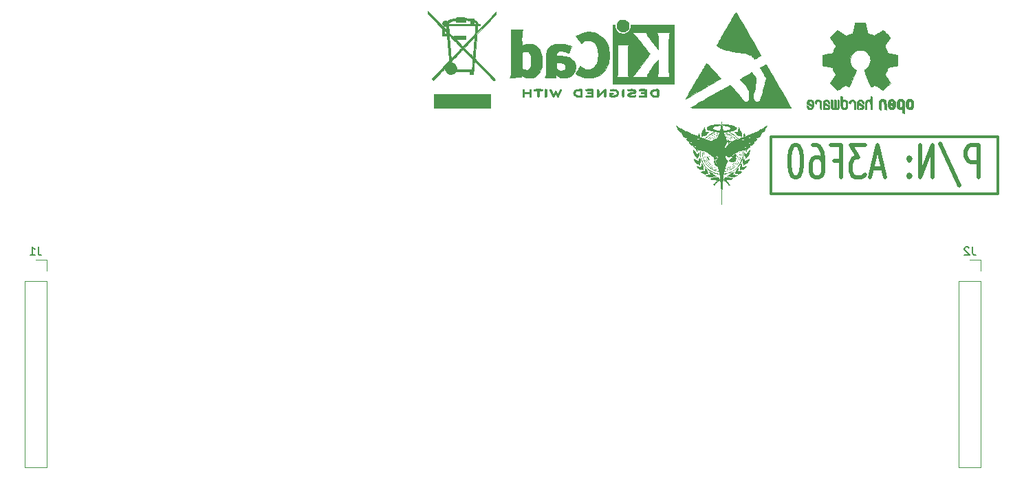
<source format=gbr>
%TF.GenerationSoftware,KiCad,Pcbnew,9.0.0*%
%TF.CreationDate,2025-04-28T14:26:38-07:00*%
%TF.ProjectId,IsolatedVoltageSensor,49736f6c-6174-4656-9456-6f6c74616765,rev?*%
%TF.SameCoordinates,Original*%
%TF.FileFunction,Legend,Bot*%
%TF.FilePolarity,Positive*%
%FSLAX46Y46*%
G04 Gerber Fmt 4.6, Leading zero omitted, Abs format (unit mm)*
G04 Created by KiCad (PCBNEW 9.0.0) date 2025-04-28 14:26:38*
%MOMM*%
%LPD*%
G01*
G04 APERTURE LIST*
%ADD10C,0.500000*%
%ADD11C,0.300000*%
%ADD12C,0.150000*%
%ADD13C,0.010000*%
%ADD14C,0.000000*%
%ADD15C,0.120000*%
G04 APERTURE END LIST*
D10*
X208589286Y-78516976D02*
X208589286Y-74516976D01*
X208589286Y-74516976D02*
X207541667Y-74516976D01*
X207541667Y-74516976D02*
X207279762Y-74707452D01*
X207279762Y-74707452D02*
X207148809Y-74897928D01*
X207148809Y-74897928D02*
X207017857Y-75278880D01*
X207017857Y-75278880D02*
X207017857Y-75850309D01*
X207017857Y-75850309D02*
X207148809Y-76231261D01*
X207148809Y-76231261D02*
X207279762Y-76421738D01*
X207279762Y-76421738D02*
X207541667Y-76612214D01*
X207541667Y-76612214D02*
X208589286Y-76612214D01*
X203875000Y-74326500D02*
X206232143Y-79469357D01*
X202958334Y-78516976D02*
X202958334Y-74516976D01*
X202958334Y-74516976D02*
X201386905Y-78516976D01*
X201386905Y-78516976D02*
X201386905Y-74516976D01*
X200077382Y-78136023D02*
X199946429Y-78326500D01*
X199946429Y-78326500D02*
X200077382Y-78516976D01*
X200077382Y-78516976D02*
X200208334Y-78326500D01*
X200208334Y-78326500D02*
X200077382Y-78136023D01*
X200077382Y-78136023D02*
X200077382Y-78516976D01*
X200077382Y-76040785D02*
X199946429Y-76231261D01*
X199946429Y-76231261D02*
X200077382Y-76421738D01*
X200077382Y-76421738D02*
X200208334Y-76231261D01*
X200208334Y-76231261D02*
X200077382Y-76040785D01*
X200077382Y-76040785D02*
X200077382Y-76421738D01*
X196803572Y-77374119D02*
X195494048Y-77374119D01*
X197065477Y-78516976D02*
X196148810Y-74516976D01*
X196148810Y-74516976D02*
X195232143Y-78516976D01*
X194577381Y-74516976D02*
X192875000Y-74516976D01*
X192875000Y-74516976D02*
X193791667Y-76040785D01*
X193791667Y-76040785D02*
X193398810Y-76040785D01*
X193398810Y-76040785D02*
X193136905Y-76231261D01*
X193136905Y-76231261D02*
X193005953Y-76421738D01*
X193005953Y-76421738D02*
X192875000Y-76802690D01*
X192875000Y-76802690D02*
X192875000Y-77755071D01*
X192875000Y-77755071D02*
X193005953Y-78136023D01*
X193005953Y-78136023D02*
X193136905Y-78326500D01*
X193136905Y-78326500D02*
X193398810Y-78516976D01*
X193398810Y-78516976D02*
X194184524Y-78516976D01*
X194184524Y-78516976D02*
X194446429Y-78326500D01*
X194446429Y-78326500D02*
X194577381Y-78136023D01*
X190779762Y-76421738D02*
X191696429Y-76421738D01*
X191696429Y-78516976D02*
X191696429Y-74516976D01*
X191696429Y-74516976D02*
X190386905Y-74516976D01*
X188160714Y-74516976D02*
X188684524Y-74516976D01*
X188684524Y-74516976D02*
X188946428Y-74707452D01*
X188946428Y-74707452D02*
X189077381Y-74897928D01*
X189077381Y-74897928D02*
X189339286Y-75469357D01*
X189339286Y-75469357D02*
X189470238Y-76231261D01*
X189470238Y-76231261D02*
X189470238Y-77755071D01*
X189470238Y-77755071D02*
X189339286Y-78136023D01*
X189339286Y-78136023D02*
X189208333Y-78326500D01*
X189208333Y-78326500D02*
X188946428Y-78516976D01*
X188946428Y-78516976D02*
X188422619Y-78516976D01*
X188422619Y-78516976D02*
X188160714Y-78326500D01*
X188160714Y-78326500D02*
X188029762Y-78136023D01*
X188029762Y-78136023D02*
X187898809Y-77755071D01*
X187898809Y-77755071D02*
X187898809Y-76802690D01*
X187898809Y-76802690D02*
X188029762Y-76421738D01*
X188029762Y-76421738D02*
X188160714Y-76231261D01*
X188160714Y-76231261D02*
X188422619Y-76040785D01*
X188422619Y-76040785D02*
X188946428Y-76040785D01*
X188946428Y-76040785D02*
X189208333Y-76231261D01*
X189208333Y-76231261D02*
X189339286Y-76421738D01*
X189339286Y-76421738D02*
X189470238Y-76802690D01*
X186196428Y-74516976D02*
X185934523Y-74516976D01*
X185934523Y-74516976D02*
X185672619Y-74707452D01*
X185672619Y-74707452D02*
X185541666Y-74897928D01*
X185541666Y-74897928D02*
X185410714Y-75278880D01*
X185410714Y-75278880D02*
X185279761Y-76040785D01*
X185279761Y-76040785D02*
X185279761Y-76993166D01*
X185279761Y-76993166D02*
X185410714Y-77755071D01*
X185410714Y-77755071D02*
X185541666Y-78136023D01*
X185541666Y-78136023D02*
X185672619Y-78326500D01*
X185672619Y-78326500D02*
X185934523Y-78516976D01*
X185934523Y-78516976D02*
X186196428Y-78516976D01*
X186196428Y-78516976D02*
X186458333Y-78326500D01*
X186458333Y-78326500D02*
X186589285Y-78136023D01*
X186589285Y-78136023D02*
X186720238Y-77755071D01*
X186720238Y-77755071D02*
X186851190Y-76993166D01*
X186851190Y-76993166D02*
X186851190Y-76040785D01*
X186851190Y-76040785D02*
X186720238Y-75278880D01*
X186720238Y-75278880D02*
X186589285Y-74897928D01*
X186589285Y-74897928D02*
X186458333Y-74707452D01*
X186458333Y-74707452D02*
X186196428Y-74516976D01*
D11*
X183000000Y-73500000D02*
X211000000Y-73500000D01*
X211000000Y-80500000D01*
X183000000Y-80500000D01*
X183000000Y-73500000D01*
D12*
X92833333Y-87074819D02*
X92833333Y-87789104D01*
X92833333Y-87789104D02*
X92880952Y-87931961D01*
X92880952Y-87931961D02*
X92976190Y-88027200D01*
X92976190Y-88027200D02*
X93119047Y-88074819D01*
X93119047Y-88074819D02*
X93214285Y-88074819D01*
X91833333Y-88074819D02*
X92404761Y-88074819D01*
X92119047Y-88074819D02*
X92119047Y-87074819D01*
X92119047Y-87074819D02*
X92214285Y-87217676D01*
X92214285Y-87217676D02*
X92309523Y-87312914D01*
X92309523Y-87312914D02*
X92404761Y-87360533D01*
X207833333Y-87074819D02*
X207833333Y-87789104D01*
X207833333Y-87789104D02*
X207880952Y-87931961D01*
X207880952Y-87931961D02*
X207976190Y-88027200D01*
X207976190Y-88027200D02*
X208119047Y-88074819D01*
X208119047Y-88074819D02*
X208214285Y-88074819D01*
X207404761Y-87170057D02*
X207357142Y-87122438D01*
X207357142Y-87122438D02*
X207261904Y-87074819D01*
X207261904Y-87074819D02*
X207023809Y-87074819D01*
X207023809Y-87074819D02*
X206928571Y-87122438D01*
X206928571Y-87122438D02*
X206880952Y-87170057D01*
X206880952Y-87170057D02*
X206833333Y-87265295D01*
X206833333Y-87265295D02*
X206833333Y-87360533D01*
X206833333Y-87360533D02*
X206880952Y-87503390D01*
X206880952Y-87503390D02*
X207452380Y-88074819D01*
X207452380Y-88074819D02*
X206833333Y-88074819D01*
D13*
%TO.C,REF\u002A\u002A*%
X188936725Y-68924619D02*
X189057261Y-68969393D01*
X189107388Y-69003034D01*
X189158152Y-69051236D01*
X189194362Y-69112551D01*
X189218393Y-69196024D01*
X189232618Y-69310697D01*
X189239412Y-69465613D01*
X189241149Y-69669814D01*
X189240809Y-69775341D01*
X189239101Y-69919541D01*
X189236201Y-70034620D01*
X189232384Y-70110822D01*
X189227925Y-70138391D01*
X189198909Y-70129272D01*
X189140339Y-70104509D01*
X189138581Y-70103707D01*
X189108167Y-70087785D01*
X189087712Y-70065938D01*
X189075240Y-70027672D01*
X189068777Y-69962495D01*
X189066348Y-69859913D01*
X189065977Y-69709433D01*
X189065229Y-69613974D01*
X189057256Y-69434571D01*
X189038998Y-69303163D01*
X189008526Y-69212859D01*
X188963912Y-69156767D01*
X188903226Y-69127994D01*
X188894807Y-69125989D01*
X188781139Y-69124423D01*
X188692492Y-69175348D01*
X188631265Y-69277445D01*
X188620346Y-69306961D01*
X188595458Y-69372283D01*
X188582854Y-69402300D01*
X188556969Y-69398164D01*
X188500439Y-69375717D01*
X188447715Y-69338647D01*
X188423678Y-69268587D01*
X188430847Y-69218406D01*
X188474897Y-69116618D01*
X188546123Y-69021235D01*
X188629415Y-68955269D01*
X188664310Y-68940018D01*
X188796443Y-68914521D01*
X188936725Y-68924619D01*
G36*
X188936725Y-68924619D02*
G01*
X189057261Y-68969393D01*
X189107388Y-69003034D01*
X189158152Y-69051236D01*
X189194362Y-69112551D01*
X189218393Y-69196024D01*
X189232618Y-69310697D01*
X189239412Y-69465613D01*
X189241149Y-69669814D01*
X189240809Y-69775341D01*
X189239101Y-69919541D01*
X189236201Y-70034620D01*
X189232384Y-70110822D01*
X189227925Y-70138391D01*
X189198909Y-70129272D01*
X189140339Y-70104509D01*
X189138581Y-70103707D01*
X189108167Y-70087785D01*
X189087712Y-70065938D01*
X189075240Y-70027672D01*
X189068777Y-69962495D01*
X189066348Y-69859913D01*
X189065977Y-69709433D01*
X189065229Y-69613974D01*
X189057256Y-69434571D01*
X189038998Y-69303163D01*
X189008526Y-69212859D01*
X188963912Y-69156767D01*
X188903226Y-69127994D01*
X188894807Y-69125989D01*
X188781139Y-69124423D01*
X188692492Y-69175348D01*
X188631265Y-69277445D01*
X188620346Y-69306961D01*
X188595458Y-69372283D01*
X188582854Y-69402300D01*
X188556969Y-69398164D01*
X188500439Y-69375717D01*
X188447715Y-69338647D01*
X188423678Y-69268587D01*
X188430847Y-69218406D01*
X188474897Y-69116618D01*
X188546123Y-69021235D01*
X188629415Y-68955269D01*
X188664310Y-68940018D01*
X188796443Y-68914521D01*
X188936725Y-68924619D01*
G37*
X196878487Y-68857689D02*
X197014848Y-68921770D01*
X197126598Y-69032584D01*
X197149761Y-69067273D01*
X197168973Y-69106590D01*
X197182598Y-69156145D01*
X197191877Y-69225568D01*
X197198050Y-69324490D01*
X197202357Y-69462539D01*
X197206038Y-69649346D01*
X197215180Y-70167542D01*
X197138383Y-70138344D01*
X197068068Y-70111520D01*
X197015424Y-70085706D01*
X196981060Y-70052431D01*
X196961093Y-70001510D01*
X196951639Y-69922761D01*
X196948814Y-69805999D01*
X196948736Y-69641042D01*
X196948336Y-69509558D01*
X196945951Y-69383394D01*
X196940259Y-69297223D01*
X196929961Y-69240672D01*
X196913755Y-69203370D01*
X196890345Y-69174943D01*
X196832793Y-69134827D01*
X196736112Y-69119706D01*
X196640465Y-69157917D01*
X196634152Y-69162810D01*
X196614477Y-69185413D01*
X196599963Y-69221664D01*
X196589394Y-69280511D01*
X196581555Y-69370901D01*
X196575227Y-69501779D01*
X196569195Y-69682095D01*
X196554598Y-70164907D01*
X196430517Y-70109283D01*
X196306437Y-70053659D01*
X196306437Y-69612851D01*
X196306951Y-69493098D01*
X196311380Y-69326506D01*
X196322594Y-69202468D01*
X196343272Y-69110987D01*
X196376093Y-69042066D01*
X196423736Y-68985707D01*
X196488877Y-68931914D01*
X196582571Y-68877719D01*
X196730175Y-68842339D01*
X196878487Y-68857689D01*
G36*
X196878487Y-68857689D02*
G01*
X197014848Y-68921770D01*
X197126598Y-69032584D01*
X197149761Y-69067273D01*
X197168973Y-69106590D01*
X197182598Y-69156145D01*
X197191877Y-69225568D01*
X197198050Y-69324490D01*
X197202357Y-69462539D01*
X197206038Y-69649346D01*
X197215180Y-70167542D01*
X197138383Y-70138344D01*
X197068068Y-70111520D01*
X197015424Y-70085706D01*
X196981060Y-70052431D01*
X196961093Y-70001510D01*
X196951639Y-69922761D01*
X196948814Y-69805999D01*
X196948736Y-69641042D01*
X196948336Y-69509558D01*
X196945951Y-69383394D01*
X196940259Y-69297223D01*
X196929961Y-69240672D01*
X196913755Y-69203370D01*
X196890345Y-69174943D01*
X196832793Y-69134827D01*
X196736112Y-69119706D01*
X196640465Y-69157917D01*
X196634152Y-69162810D01*
X196614477Y-69185413D01*
X196599963Y-69221664D01*
X196589394Y-69280511D01*
X196581555Y-69370901D01*
X196575227Y-69501779D01*
X196569195Y-69682095D01*
X196554598Y-70164907D01*
X196430517Y-70109283D01*
X196306437Y-70053659D01*
X196306437Y-69612851D01*
X196306951Y-69493098D01*
X196311380Y-69326506D01*
X196322594Y-69202468D01*
X196343272Y-69110987D01*
X196376093Y-69042066D01*
X196423736Y-68985707D01*
X196488877Y-68931914D01*
X196582571Y-68877719D01*
X196730175Y-68842339D01*
X196878487Y-68857689D01*
G37*
X193210872Y-68955536D02*
X193220090Y-68960638D01*
X193295381Y-69019080D01*
X193362698Y-69094215D01*
X193374439Y-69111196D01*
X193396883Y-69150825D01*
X193412918Y-69197858D01*
X193423945Y-69262492D01*
X193431365Y-69354923D01*
X193436579Y-69485349D01*
X193440989Y-69663965D01*
X193441614Y-69694162D01*
X193443620Y-69889941D01*
X193440792Y-70028603D01*
X193433088Y-70111103D01*
X193420466Y-70138391D01*
X193382267Y-70130220D01*
X193317374Y-70105463D01*
X193302094Y-70098223D01*
X193278227Y-70081835D01*
X193261769Y-70054893D01*
X193251005Y-70007833D01*
X193244219Y-69931088D01*
X193239693Y-69815095D01*
X193235713Y-69650287D01*
X193234622Y-69602112D01*
X193230407Y-69449960D01*
X193224936Y-69343476D01*
X193216554Y-69272565D01*
X193203606Y-69227129D01*
X193184439Y-69197072D01*
X193157398Y-69172296D01*
X193077337Y-69128861D01*
X192978846Y-69120498D01*
X192890719Y-69153734D01*
X192827314Y-69222548D01*
X192802988Y-69320920D01*
X192802311Y-69347658D01*
X192789024Y-69396065D01*
X192749796Y-69403450D01*
X192672983Y-69374624D01*
X192655192Y-69365378D01*
X192607109Y-69311006D01*
X192606157Y-69230161D01*
X192651968Y-69118352D01*
X192693990Y-69057419D01*
X192801435Y-68970859D01*
X192934057Y-68921920D01*
X193075867Y-68915260D01*
X193210872Y-68955536D01*
G36*
X193210872Y-68955536D02*
G01*
X193220090Y-68960638D01*
X193295381Y-69019080D01*
X193362698Y-69094215D01*
X193374439Y-69111196D01*
X193396883Y-69150825D01*
X193412918Y-69197858D01*
X193423945Y-69262492D01*
X193431365Y-69354923D01*
X193436579Y-69485349D01*
X193440989Y-69663965D01*
X193441614Y-69694162D01*
X193443620Y-69889941D01*
X193440792Y-70028603D01*
X193433088Y-70111103D01*
X193420466Y-70138391D01*
X193382267Y-70130220D01*
X193317374Y-70105463D01*
X193302094Y-70098223D01*
X193278227Y-70081835D01*
X193261769Y-70054893D01*
X193251005Y-70007833D01*
X193244219Y-69931088D01*
X193239693Y-69815095D01*
X193235713Y-69650287D01*
X193234622Y-69602112D01*
X193230407Y-69449960D01*
X193224936Y-69343476D01*
X193216554Y-69272565D01*
X193203606Y-69227129D01*
X193184439Y-69197072D01*
X193157398Y-69172296D01*
X193077337Y-69128861D01*
X192978846Y-69120498D01*
X192890719Y-69153734D01*
X192827314Y-69222548D01*
X192802988Y-69320920D01*
X192802311Y-69347658D01*
X192789024Y-69396065D01*
X192749796Y-69403450D01*
X192672983Y-69374624D01*
X192655192Y-69365378D01*
X192607109Y-69311006D01*
X192606157Y-69230161D01*
X192651968Y-69118352D01*
X192693990Y-69057419D01*
X192801435Y-68970859D01*
X192934057Y-68921920D01*
X193075867Y-68915260D01*
X193210872Y-68955536D01*
G37*
X191292410Y-68920970D02*
X191356442Y-68946066D01*
X191430805Y-68979947D01*
X191430805Y-69958727D01*
X191338415Y-70051117D01*
X191317310Y-70071835D01*
X191258847Y-70117885D01*
X191199886Y-70132801D01*
X191112150Y-70125934D01*
X191076429Y-70121494D01*
X190984301Y-70112102D01*
X190919885Y-70108361D01*
X190900778Y-70108933D01*
X190822390Y-70115126D01*
X190727620Y-70125934D01*
X190697298Y-70129647D01*
X190620911Y-70131107D01*
X190565022Y-70108047D01*
X190501355Y-70051117D01*
X190408965Y-69958727D01*
X190408965Y-69435455D01*
X190409685Y-69280821D01*
X190411929Y-69133391D01*
X190415421Y-69016653D01*
X190419876Y-68939840D01*
X190425013Y-68912184D01*
X190426090Y-68912258D01*
X190463407Y-68926019D01*
X190526457Y-68956344D01*
X190611854Y-69000505D01*
X190619893Y-69459965D01*
X190627931Y-69919425D01*
X190803103Y-69919425D01*
X190811092Y-69415805D01*
X190813624Y-69278904D01*
X190817249Y-69132579D01*
X190821177Y-69016411D01*
X190825080Y-68939809D01*
X190828632Y-68912184D01*
X190829653Y-68912281D01*
X190865051Y-68922443D01*
X190930126Y-68944235D01*
X191022069Y-68976287D01*
X191022516Y-69418661D01*
X191022964Y-69495507D01*
X191026069Y-69644834D01*
X191031622Y-69769544D01*
X191039033Y-69858379D01*
X191047714Y-69900083D01*
X191078771Y-69922389D01*
X191142152Y-69929278D01*
X191211839Y-69919425D01*
X191219827Y-69415805D01*
X191222686Y-69287828D01*
X191228614Y-69136348D01*
X191236365Y-69017530D01*
X191245343Y-68939950D01*
X191254948Y-68912184D01*
X191292410Y-68920970D01*
G36*
X191292410Y-68920970D02*
G01*
X191356442Y-68946066D01*
X191430805Y-68979947D01*
X191430805Y-69958727D01*
X191338415Y-70051117D01*
X191317310Y-70071835D01*
X191258847Y-70117885D01*
X191199886Y-70132801D01*
X191112150Y-70125934D01*
X191076429Y-70121494D01*
X190984301Y-70112102D01*
X190919885Y-70108361D01*
X190900778Y-70108933D01*
X190822390Y-70115126D01*
X190727620Y-70125934D01*
X190697298Y-70129647D01*
X190620911Y-70131107D01*
X190565022Y-70108047D01*
X190501355Y-70051117D01*
X190408965Y-69958727D01*
X190408965Y-69435455D01*
X190409685Y-69280821D01*
X190411929Y-69133391D01*
X190415421Y-69016653D01*
X190419876Y-68939840D01*
X190425013Y-68912184D01*
X190426090Y-68912258D01*
X190463407Y-68926019D01*
X190526457Y-68956344D01*
X190611854Y-69000505D01*
X190619893Y-69459965D01*
X190627931Y-69919425D01*
X190803103Y-69919425D01*
X190811092Y-69415805D01*
X190813624Y-69278904D01*
X190817249Y-69132579D01*
X190821177Y-69016411D01*
X190825080Y-68939809D01*
X190828632Y-68912184D01*
X190829653Y-68912281D01*
X190865051Y-68922443D01*
X190930126Y-68944235D01*
X191022069Y-68976287D01*
X191022516Y-69418661D01*
X191022964Y-69495507D01*
X191026069Y-69644834D01*
X191031622Y-69769544D01*
X191039033Y-69858379D01*
X191047714Y-69900083D01*
X191078771Y-69922389D01*
X191142152Y-69929278D01*
X191211839Y-69919425D01*
X191219827Y-69415805D01*
X191222686Y-69287828D01*
X191228614Y-69136348D01*
X191236365Y-69017530D01*
X191245343Y-68939950D01*
X191254948Y-68912184D01*
X191292410Y-68920970D01*
G37*
X195364885Y-68518997D02*
X195459770Y-68559020D01*
X195459770Y-69348706D01*
X195459769Y-69357920D01*
X195459377Y-69565083D01*
X195458329Y-69751432D01*
X195456722Y-69909453D01*
X195454655Y-70031630D01*
X195452225Y-70110448D01*
X195449529Y-70138391D01*
X195448475Y-70138297D01*
X195412647Y-70128144D01*
X195347345Y-70106339D01*
X195255402Y-70074288D01*
X195255402Y-69662991D01*
X195254818Y-69501385D01*
X195252104Y-69384177D01*
X195245858Y-69304415D01*
X195234680Y-69251531D01*
X195217168Y-69214957D01*
X195191922Y-69184123D01*
X195174710Y-69167725D01*
X195081636Y-69122307D01*
X194979051Y-69126328D01*
X194885043Y-69180032D01*
X194871358Y-69193359D01*
X194849439Y-69221032D01*
X194834440Y-69257614D01*
X194825053Y-69313000D01*
X194819968Y-69397088D01*
X194817877Y-69519773D01*
X194817471Y-69690951D01*
X194817276Y-69777769D01*
X194816010Y-69920565D01*
X194813761Y-70034923D01*
X194810758Y-70110860D01*
X194807230Y-70138391D01*
X194806176Y-70138297D01*
X194770348Y-70128144D01*
X194705046Y-70106339D01*
X194613103Y-70074288D01*
X194613149Y-69661109D01*
X194613218Y-69624326D01*
X194617081Y-69432580D01*
X194628950Y-69287586D01*
X194651725Y-69179510D01*
X194688307Y-69098519D01*
X194741595Y-69034778D01*
X194814490Y-68978455D01*
X194885586Y-68943199D01*
X194999255Y-68915946D01*
X195111060Y-68914398D01*
X195197011Y-68940910D01*
X195203473Y-68944571D01*
X195223401Y-68944179D01*
X195237019Y-68913506D01*
X195246846Y-68843188D01*
X195255402Y-68723857D01*
X195270000Y-68478973D01*
X195364885Y-68518997D01*
G36*
X195364885Y-68518997D02*
G01*
X195459770Y-68559020D01*
X195459770Y-69348706D01*
X195459769Y-69357920D01*
X195459377Y-69565083D01*
X195458329Y-69751432D01*
X195456722Y-69909453D01*
X195454655Y-70031630D01*
X195452225Y-70110448D01*
X195449529Y-70138391D01*
X195448475Y-70138297D01*
X195412647Y-70128144D01*
X195347345Y-70106339D01*
X195255402Y-70074288D01*
X195255402Y-69662991D01*
X195254818Y-69501385D01*
X195252104Y-69384177D01*
X195245858Y-69304415D01*
X195234680Y-69251531D01*
X195217168Y-69214957D01*
X195191922Y-69184123D01*
X195174710Y-69167725D01*
X195081636Y-69122307D01*
X194979051Y-69126328D01*
X194885043Y-69180032D01*
X194871358Y-69193359D01*
X194849439Y-69221032D01*
X194834440Y-69257614D01*
X194825053Y-69313000D01*
X194819968Y-69397088D01*
X194817877Y-69519773D01*
X194817471Y-69690951D01*
X194817276Y-69777769D01*
X194816010Y-69920565D01*
X194813761Y-70034923D01*
X194810758Y-70110860D01*
X194807230Y-70138391D01*
X194806176Y-70138297D01*
X194770348Y-70128144D01*
X194705046Y-70106339D01*
X194613103Y-70074288D01*
X194613149Y-69661109D01*
X194613218Y-69624326D01*
X194617081Y-69432580D01*
X194628950Y-69287586D01*
X194651725Y-69179510D01*
X194688307Y-69098519D01*
X194741595Y-69034778D01*
X194814490Y-68978455D01*
X194885586Y-68943199D01*
X194999255Y-68915946D01*
X195111060Y-68914398D01*
X195197011Y-68940910D01*
X195203473Y-68944571D01*
X195223401Y-68944179D01*
X195237019Y-68913506D01*
X195246846Y-68843188D01*
X195255402Y-68723857D01*
X195270000Y-68478973D01*
X195364885Y-68518997D01*
G37*
X200568965Y-69496092D02*
X200568938Y-69527744D01*
X200567355Y-69668918D01*
X200561916Y-69767285D01*
X200550643Y-69835990D01*
X200531561Y-69888181D01*
X200502694Y-69937004D01*
X200495592Y-69947135D01*
X200420444Y-70027012D01*
X200334820Y-70087253D01*
X200290852Y-70106802D01*
X200132861Y-70139408D01*
X199976613Y-70118317D01*
X199832618Y-70046249D01*
X199711385Y-69925922D01*
X199701150Y-69909803D01*
X199667847Y-69816205D01*
X199645405Y-69685879D01*
X199634516Y-69535371D01*
X199635740Y-69396147D01*
X199930384Y-69396147D01*
X199932706Y-69589020D01*
X199933639Y-69601433D01*
X199947242Y-69707857D01*
X199971465Y-69775346D01*
X200012365Y-69821584D01*
X200080941Y-69864895D01*
X200148764Y-69867172D01*
X200218621Y-69817241D01*
X200230771Y-69804102D01*
X200254575Y-69764785D01*
X200268628Y-69707674D01*
X200275313Y-69619256D01*
X200277011Y-69486019D01*
X200274101Y-69361222D01*
X200259582Y-69242326D01*
X200229610Y-69167184D01*
X200180589Y-69127893D01*
X200108924Y-69116552D01*
X200081632Y-69118807D01*
X200005176Y-69160160D01*
X199954650Y-69252900D01*
X199930384Y-69396147D01*
X199635740Y-69396147D01*
X199635871Y-69381227D01*
X199650161Y-69239992D01*
X199678075Y-69128213D01*
X199713949Y-69053766D01*
X199814939Y-68937968D01*
X199951779Y-68866015D01*
X200119283Y-68841281D01*
X200164019Y-68842619D01*
X200295758Y-68870008D01*
X200403968Y-68939007D01*
X200503276Y-69057864D01*
X200509184Y-69066681D01*
X200535921Y-69114108D01*
X200553312Y-69167714D01*
X200563312Y-69240549D01*
X200567878Y-69345659D01*
X200568893Y-69486019D01*
X200568965Y-69496092D01*
G36*
X200568965Y-69496092D02*
G01*
X200568938Y-69527744D01*
X200567355Y-69668918D01*
X200561916Y-69767285D01*
X200550643Y-69835990D01*
X200531561Y-69888181D01*
X200502694Y-69937004D01*
X200495592Y-69947135D01*
X200420444Y-70027012D01*
X200334820Y-70087253D01*
X200290852Y-70106802D01*
X200132861Y-70139408D01*
X199976613Y-70118317D01*
X199832618Y-70046249D01*
X199711385Y-69925922D01*
X199701150Y-69909803D01*
X199667847Y-69816205D01*
X199645405Y-69685879D01*
X199634516Y-69535371D01*
X199635740Y-69396147D01*
X199930384Y-69396147D01*
X199932706Y-69589020D01*
X199933639Y-69601433D01*
X199947242Y-69707857D01*
X199971465Y-69775346D01*
X200012365Y-69821584D01*
X200080941Y-69864895D01*
X200148764Y-69867172D01*
X200218621Y-69817241D01*
X200230771Y-69804102D01*
X200254575Y-69764785D01*
X200268628Y-69707674D01*
X200275313Y-69619256D01*
X200277011Y-69486019D01*
X200274101Y-69361222D01*
X200259582Y-69242326D01*
X200229610Y-69167184D01*
X200180589Y-69127893D01*
X200108924Y-69116552D01*
X200081632Y-69118807D01*
X200005176Y-69160160D01*
X199954650Y-69252900D01*
X199930384Y-69396147D01*
X199635740Y-69396147D01*
X199635871Y-69381227D01*
X199650161Y-69239992D01*
X199678075Y-69128213D01*
X199713949Y-69053766D01*
X199814939Y-68937968D01*
X199951779Y-68866015D01*
X200119283Y-68841281D01*
X200164019Y-68842619D01*
X200295758Y-68870008D01*
X200403968Y-68939007D01*
X200503276Y-69057864D01*
X200509184Y-69066681D01*
X200535921Y-69114108D01*
X200553312Y-69167714D01*
X200563312Y-69240549D01*
X200567878Y-69345659D01*
X200568893Y-69486019D01*
X200568965Y-69496092D01*
G37*
X188248313Y-69531136D02*
X188247744Y-69608946D01*
X188240612Y-69762254D01*
X188221948Y-69874441D01*
X188187537Y-69957554D01*
X188133162Y-70023641D01*
X188054610Y-70084747D01*
X188004630Y-70112535D01*
X187924513Y-70131251D01*
X187811970Y-70129774D01*
X187749050Y-70123845D01*
X187673153Y-70105742D01*
X187612487Y-70066391D01*
X187541912Y-69993066D01*
X187532482Y-69982356D01*
X187469034Y-69899938D01*
X187438762Y-69828156D01*
X187431034Y-69743034D01*
X187431034Y-69617946D01*
X187518447Y-69650940D01*
X187582175Y-69689509D01*
X187637567Y-69780008D01*
X187649131Y-69808983D01*
X187713788Y-69891041D01*
X187801804Y-69932347D01*
X187897637Y-69928633D01*
X187985747Y-69875632D01*
X188016028Y-69842582D01*
X188043489Y-69792720D01*
X188034899Y-69747416D01*
X187985463Y-69700790D01*
X187890389Y-69646958D01*
X187744885Y-69580039D01*
X187445632Y-69449056D01*
X187437691Y-69319298D01*
X187440676Y-69236649D01*
X187635652Y-69236649D01*
X187650453Y-69287815D01*
X187717797Y-69342442D01*
X187840027Y-69404597D01*
X187860253Y-69413601D01*
X187956970Y-69455493D01*
X188029334Y-69484958D01*
X188062961Y-69496092D01*
X188068056Y-69487896D01*
X188070101Y-69437853D01*
X188062812Y-69357414D01*
X188044452Y-69278753D01*
X187987188Y-69179651D01*
X187904524Y-69123808D01*
X187805784Y-69116250D01*
X187700289Y-69162000D01*
X187671053Y-69184876D01*
X187635652Y-69236649D01*
X187440676Y-69236649D01*
X187441196Y-69222255D01*
X187485336Y-69099617D01*
X187541050Y-69032034D01*
X187656561Y-68956540D01*
X187793588Y-68918403D01*
X187935237Y-68921422D01*
X188064617Y-68969393D01*
X188093099Y-68987813D01*
X188158428Y-69044811D01*
X188203106Y-69116916D01*
X188230641Y-69214853D01*
X188244541Y-69349351D01*
X188246378Y-69437853D01*
X188248313Y-69531136D01*
G36*
X188248313Y-69531136D02*
G01*
X188247744Y-69608946D01*
X188240612Y-69762254D01*
X188221948Y-69874441D01*
X188187537Y-69957554D01*
X188133162Y-70023641D01*
X188054610Y-70084747D01*
X188004630Y-70112535D01*
X187924513Y-70131251D01*
X187811970Y-70129774D01*
X187749050Y-70123845D01*
X187673153Y-70105742D01*
X187612487Y-70066391D01*
X187541912Y-69993066D01*
X187532482Y-69982356D01*
X187469034Y-69899938D01*
X187438762Y-69828156D01*
X187431034Y-69743034D01*
X187431034Y-69617946D01*
X187518447Y-69650940D01*
X187582175Y-69689509D01*
X187637567Y-69780008D01*
X187649131Y-69808983D01*
X187713788Y-69891041D01*
X187801804Y-69932347D01*
X187897637Y-69928633D01*
X187985747Y-69875632D01*
X188016028Y-69842582D01*
X188043489Y-69792720D01*
X188034899Y-69747416D01*
X187985463Y-69700790D01*
X187890389Y-69646958D01*
X187744885Y-69580039D01*
X187445632Y-69449056D01*
X187437691Y-69319298D01*
X187440676Y-69236649D01*
X187635652Y-69236649D01*
X187650453Y-69287815D01*
X187717797Y-69342442D01*
X187840027Y-69404597D01*
X187860253Y-69413601D01*
X187956970Y-69455493D01*
X188029334Y-69484958D01*
X188062961Y-69496092D01*
X188068056Y-69487896D01*
X188070101Y-69437853D01*
X188062812Y-69357414D01*
X188044452Y-69278753D01*
X187987188Y-69179651D01*
X187904524Y-69123808D01*
X187805784Y-69116250D01*
X187700289Y-69162000D01*
X187671053Y-69184876D01*
X187635652Y-69236649D01*
X187440676Y-69236649D01*
X187441196Y-69222255D01*
X187485336Y-69099617D01*
X187541050Y-69032034D01*
X187656561Y-68956540D01*
X187793588Y-68918403D01*
X187935237Y-68921422D01*
X188064617Y-68969393D01*
X188093099Y-68987813D01*
X188158428Y-69044811D01*
X188203106Y-69116916D01*
X188230641Y-69214853D01*
X188244541Y-69349351D01*
X188246378Y-69437853D01*
X188248313Y-69531136D01*
G37*
X192452553Y-69525287D02*
X192450219Y-69639135D01*
X192433739Y-69794320D01*
X192397883Y-69910612D01*
X192338455Y-69999411D01*
X192251257Y-70072119D01*
X192168195Y-70114150D01*
X192028709Y-70137538D01*
X191889412Y-70111965D01*
X191763510Y-70040694D01*
X191664210Y-69926991D01*
X191652219Y-69906024D01*
X191636384Y-69869291D01*
X191624638Y-69822415D01*
X191616378Y-69757355D01*
X191610998Y-69666070D01*
X191607892Y-69540519D01*
X191607797Y-69529379D01*
X191810345Y-69529379D01*
X191811035Y-69635644D01*
X191815400Y-69731762D01*
X191826192Y-69793811D01*
X191846126Y-69835502D01*
X191877916Y-69870543D01*
X191885364Y-69877279D01*
X191981060Y-69926992D01*
X192082312Y-69921905D01*
X192176614Y-69862362D01*
X192204694Y-69831514D01*
X192228196Y-69790618D01*
X192241322Y-69734080D01*
X192247030Y-69647657D01*
X192248276Y-69517106D01*
X192247661Y-69417487D01*
X192243407Y-69320251D01*
X192232682Y-69257502D01*
X192212707Y-69215382D01*
X192180704Y-69180032D01*
X192161905Y-69164114D01*
X192064492Y-69121235D01*
X191962437Y-69127985D01*
X191873825Y-69184123D01*
X191854749Y-69206382D01*
X191831486Y-69248293D01*
X191818036Y-69306822D01*
X191811841Y-69395880D01*
X191810345Y-69529379D01*
X191607797Y-69529379D01*
X191606457Y-69372661D01*
X191606086Y-69154455D01*
X191605977Y-68477072D01*
X191700862Y-68516819D01*
X191725949Y-68527699D01*
X191765881Y-68552268D01*
X191788739Y-68589475D01*
X191801301Y-68654541D01*
X191810345Y-68762687D01*
X191818605Y-68859788D01*
X191829523Y-68923535D01*
X191845165Y-68947323D01*
X191868736Y-68940943D01*
X191928801Y-68918525D01*
X192036145Y-68912967D01*
X192151624Y-68933728D01*
X192251257Y-68978455D01*
X192306072Y-69019856D01*
X192376452Y-69100632D01*
X192421528Y-69204195D01*
X192445496Y-69341947D01*
X192452239Y-69517106D01*
X192452553Y-69525287D01*
G36*
X192452553Y-69525287D02*
G01*
X192450219Y-69639135D01*
X192433739Y-69794320D01*
X192397883Y-69910612D01*
X192338455Y-69999411D01*
X192251257Y-70072119D01*
X192168195Y-70114150D01*
X192028709Y-70137538D01*
X191889412Y-70111965D01*
X191763510Y-70040694D01*
X191664210Y-69926991D01*
X191652219Y-69906024D01*
X191636384Y-69869291D01*
X191624638Y-69822415D01*
X191616378Y-69757355D01*
X191610998Y-69666070D01*
X191607892Y-69540519D01*
X191607797Y-69529379D01*
X191810345Y-69529379D01*
X191811035Y-69635644D01*
X191815400Y-69731762D01*
X191826192Y-69793811D01*
X191846126Y-69835502D01*
X191877916Y-69870543D01*
X191885364Y-69877279D01*
X191981060Y-69926992D01*
X192082312Y-69921905D01*
X192176614Y-69862362D01*
X192204694Y-69831514D01*
X192228196Y-69790618D01*
X192241322Y-69734080D01*
X192247030Y-69647657D01*
X192248276Y-69517106D01*
X192247661Y-69417487D01*
X192243407Y-69320251D01*
X192232682Y-69257502D01*
X192212707Y-69215382D01*
X192180704Y-69180032D01*
X192161905Y-69164114D01*
X192064492Y-69121235D01*
X191962437Y-69127985D01*
X191873825Y-69184123D01*
X191854749Y-69206382D01*
X191831486Y-69248293D01*
X191818036Y-69306822D01*
X191811841Y-69395880D01*
X191810345Y-69529379D01*
X191607797Y-69529379D01*
X191606457Y-69372661D01*
X191606086Y-69154455D01*
X191605977Y-68477072D01*
X191700862Y-68516819D01*
X191725949Y-68527699D01*
X191765881Y-68552268D01*
X191788739Y-68589475D01*
X191801301Y-68654541D01*
X191810345Y-68762687D01*
X191818605Y-68859788D01*
X191829523Y-68923535D01*
X191845165Y-68947323D01*
X191868736Y-68940943D01*
X191928801Y-68918525D01*
X192036145Y-68912967D01*
X192151624Y-68933728D01*
X192251257Y-68978455D01*
X192306072Y-69019856D01*
X192376452Y-69100632D01*
X192421528Y-69204195D01*
X192445496Y-69341947D01*
X192452239Y-69517106D01*
X192452553Y-69525287D01*
G37*
X198349452Y-69413329D02*
X198340168Y-69634639D01*
X198334926Y-69681526D01*
X198295868Y-69848409D01*
X198225290Y-69975326D01*
X198117955Y-70072602D01*
X198111888Y-70076616D01*
X197975440Y-70133706D01*
X197832973Y-70138786D01*
X197695696Y-70095311D01*
X197574819Y-70006734D01*
X197481552Y-69876509D01*
X197479986Y-69873369D01*
X197448993Y-69792501D01*
X197426292Y-69700593D01*
X197414250Y-69614311D01*
X197415237Y-69550321D01*
X197431623Y-69525287D01*
X197446179Y-69526809D01*
X197515792Y-69554496D01*
X197594697Y-69605409D01*
X197661820Y-69664343D01*
X197696087Y-69716094D01*
X197731707Y-69786291D01*
X197804711Y-69850138D01*
X197889485Y-69875632D01*
X197920558Y-69868261D01*
X197981891Y-69831154D01*
X198035315Y-69779644D01*
X198058161Y-69732913D01*
X198058154Y-69732740D01*
X198032233Y-69711280D01*
X197963127Y-69672565D01*
X197861249Y-69622037D01*
X197737011Y-69565134D01*
X197736328Y-69564833D01*
X197601355Y-69504738D01*
X197510884Y-69461440D01*
X197456039Y-69428179D01*
X197427944Y-69398194D01*
X197417724Y-69364726D01*
X197416503Y-69321015D01*
X197424996Y-69238244D01*
X197713219Y-69238244D01*
X197742970Y-69264265D01*
X197817101Y-69303256D01*
X197819274Y-69304359D01*
X197906733Y-69346009D01*
X197984974Y-69379235D01*
X198034611Y-69393291D01*
X198054521Y-69374503D01*
X198058161Y-69310124D01*
X198043035Y-69230001D01*
X197990597Y-69157189D01*
X197914677Y-69119439D01*
X197830040Y-69123251D01*
X197751447Y-69175121D01*
X197720555Y-69210965D01*
X197713219Y-69238244D01*
X197424996Y-69238244D01*
X197427251Y-69216265D01*
X197480389Y-69073949D01*
X197569342Y-68962111D01*
X197684448Y-68884676D01*
X197816045Y-68845568D01*
X197954472Y-68848711D01*
X198090065Y-68898030D01*
X198213164Y-68997447D01*
X198281366Y-69095829D01*
X198330356Y-69236261D01*
X198338322Y-69310124D01*
X198349452Y-69413329D01*
G36*
X198349452Y-69413329D02*
G01*
X198340168Y-69634639D01*
X198334926Y-69681526D01*
X198295868Y-69848409D01*
X198225290Y-69975326D01*
X198117955Y-70072602D01*
X198111888Y-70076616D01*
X197975440Y-70133706D01*
X197832973Y-70138786D01*
X197695696Y-70095311D01*
X197574819Y-70006734D01*
X197481552Y-69876509D01*
X197479986Y-69873369D01*
X197448993Y-69792501D01*
X197426292Y-69700593D01*
X197414250Y-69614311D01*
X197415237Y-69550321D01*
X197431623Y-69525287D01*
X197446179Y-69526809D01*
X197515792Y-69554496D01*
X197594697Y-69605409D01*
X197661820Y-69664343D01*
X197696087Y-69716094D01*
X197731707Y-69786291D01*
X197804711Y-69850138D01*
X197889485Y-69875632D01*
X197920558Y-69868261D01*
X197981891Y-69831154D01*
X198035315Y-69779644D01*
X198058161Y-69732913D01*
X198058154Y-69732740D01*
X198032233Y-69711280D01*
X197963127Y-69672565D01*
X197861249Y-69622037D01*
X197737011Y-69565134D01*
X197736328Y-69564833D01*
X197601355Y-69504738D01*
X197510884Y-69461440D01*
X197456039Y-69428179D01*
X197427944Y-69398194D01*
X197417724Y-69364726D01*
X197416503Y-69321015D01*
X197424996Y-69238244D01*
X197713219Y-69238244D01*
X197742970Y-69264265D01*
X197817101Y-69303256D01*
X197819274Y-69304359D01*
X197906733Y-69346009D01*
X197984974Y-69379235D01*
X198034611Y-69393291D01*
X198054521Y-69374503D01*
X198058161Y-69310124D01*
X198043035Y-69230001D01*
X197990597Y-69157189D01*
X197914677Y-69119439D01*
X197830040Y-69123251D01*
X197751447Y-69175121D01*
X197720555Y-69210965D01*
X197713219Y-69238244D01*
X197424996Y-69238244D01*
X197427251Y-69216265D01*
X197480389Y-69073949D01*
X197569342Y-68962111D01*
X197684448Y-68884676D01*
X197816045Y-68845568D01*
X197954472Y-68848711D01*
X198090065Y-68898030D01*
X198213164Y-68997447D01*
X198281366Y-69095829D01*
X198330356Y-69236261D01*
X198338322Y-69310124D01*
X198349452Y-69413329D01*
G37*
X194179995Y-68943674D02*
X194280355Y-69002191D01*
X194324505Y-69047784D01*
X194409347Y-69184072D01*
X194437931Y-69332658D01*
X194437931Y-69434882D01*
X194343963Y-69395372D01*
X194278977Y-69355504D01*
X194227763Y-69272734D01*
X194222504Y-69255669D01*
X194165903Y-69168724D01*
X194080594Y-69121758D01*
X193982641Y-69119741D01*
X193888106Y-69167644D01*
X193873993Y-69179998D01*
X193826797Y-69233683D01*
X193819003Y-69280488D01*
X193854706Y-69326446D01*
X193938003Y-69377588D01*
X194072988Y-69439948D01*
X194082118Y-69443897D01*
X194231969Y-69513772D01*
X194334316Y-69575672D01*
X194397320Y-69637476D01*
X194429138Y-69707062D01*
X194437931Y-69792308D01*
X194426409Y-69886816D01*
X194368228Y-70007785D01*
X194265875Y-70094688D01*
X194191843Y-70120778D01*
X194087367Y-70135055D01*
X193985917Y-70132006D01*
X193913472Y-70110467D01*
X193905777Y-70105104D01*
X193885341Y-70067632D01*
X193899522Y-70001591D01*
X193924161Y-69949753D01*
X193963670Y-69928172D01*
X194038602Y-69929246D01*
X194142630Y-69923055D01*
X194210605Y-69880311D01*
X194233563Y-69801189D01*
X194233542Y-69798916D01*
X194219629Y-69752986D01*
X194172303Y-69710845D01*
X194080287Y-69662272D01*
X193955151Y-69603790D01*
X193872268Y-69571975D01*
X193824420Y-69574025D01*
X193802063Y-69616051D01*
X193795649Y-69704162D01*
X193795632Y-69844469D01*
X193794917Y-69931081D01*
X193791635Y-70038041D01*
X193786300Y-70111250D01*
X193779585Y-70138391D01*
X193777790Y-70138206D01*
X193738982Y-70123498D01*
X193674709Y-70092456D01*
X193585880Y-70046521D01*
X193596436Y-69632628D01*
X193597171Y-69605179D01*
X193605555Y-69412517D01*
X193620366Y-69267309D01*
X193644629Y-69159887D01*
X193681364Y-69080584D01*
X193733597Y-69019730D01*
X193804348Y-68967658D01*
X193805657Y-68966842D01*
X193920056Y-68924360D01*
X194052365Y-68917184D01*
X194179995Y-68943674D01*
G36*
X194179995Y-68943674D02*
G01*
X194280355Y-69002191D01*
X194324505Y-69047784D01*
X194409347Y-69184072D01*
X194437931Y-69332658D01*
X194437931Y-69434882D01*
X194343963Y-69395372D01*
X194278977Y-69355504D01*
X194227763Y-69272734D01*
X194222504Y-69255669D01*
X194165903Y-69168724D01*
X194080594Y-69121758D01*
X193982641Y-69119741D01*
X193888106Y-69167644D01*
X193873993Y-69179998D01*
X193826797Y-69233683D01*
X193819003Y-69280488D01*
X193854706Y-69326446D01*
X193938003Y-69377588D01*
X194072988Y-69439948D01*
X194082118Y-69443897D01*
X194231969Y-69513772D01*
X194334316Y-69575672D01*
X194397320Y-69637476D01*
X194429138Y-69707062D01*
X194437931Y-69792308D01*
X194426409Y-69886816D01*
X194368228Y-70007785D01*
X194265875Y-70094688D01*
X194191843Y-70120778D01*
X194087367Y-70135055D01*
X193985917Y-70132006D01*
X193913472Y-70110467D01*
X193905777Y-70105104D01*
X193885341Y-70067632D01*
X193899522Y-70001591D01*
X193924161Y-69949753D01*
X193963670Y-69928172D01*
X194038602Y-69929246D01*
X194142630Y-69923055D01*
X194210605Y-69880311D01*
X194233563Y-69801189D01*
X194233542Y-69798916D01*
X194219629Y-69752986D01*
X194172303Y-69710845D01*
X194080287Y-69662272D01*
X193955151Y-69603790D01*
X193872268Y-69571975D01*
X193824420Y-69574025D01*
X193802063Y-69616051D01*
X193795649Y-69704162D01*
X193795632Y-69844469D01*
X193794917Y-69931081D01*
X193791635Y-70038041D01*
X193786300Y-70111250D01*
X193779585Y-70138391D01*
X193777790Y-70138206D01*
X193738982Y-70123498D01*
X193674709Y-70092456D01*
X193585880Y-70046521D01*
X193596436Y-69632628D01*
X193597171Y-69605179D01*
X193605555Y-69412517D01*
X193620366Y-69267309D01*
X193644629Y-69159887D01*
X193681364Y-69080584D01*
X193733597Y-69019730D01*
X193804348Y-68967658D01*
X193805657Y-68966842D01*
X193920056Y-68924360D01*
X194052365Y-68917184D01*
X194179995Y-68943674D01*
G37*
X189911628Y-68914810D02*
X189974194Y-68930702D01*
X190032446Y-68970322D01*
X190107418Y-69044076D01*
X190155633Y-69096163D01*
X190205858Y-69163786D01*
X190228510Y-69227168D01*
X190233793Y-69307584D01*
X190233793Y-69439201D01*
X190144035Y-69392785D01*
X190072904Y-69336225D01*
X190024183Y-69260040D01*
X190015814Y-69239326D01*
X189952056Y-69159041D01*
X189863470Y-69118784D01*
X189766873Y-69122702D01*
X189679080Y-69174943D01*
X189641936Y-69217370D01*
X189620300Y-69271647D01*
X189643461Y-69319954D01*
X189715479Y-69368545D01*
X189840410Y-69423677D01*
X189859368Y-69431292D01*
X189973105Y-69481125D01*
X190070706Y-69530265D01*
X190132803Y-69569080D01*
X190194999Y-69638411D01*
X190236346Y-69749051D01*
X190231957Y-69867782D01*
X190183037Y-69980148D01*
X190090797Y-70071690D01*
X190016110Y-70110658D01*
X189871832Y-70137944D01*
X189791656Y-70134263D01*
X189717435Y-70114360D01*
X189688960Y-70072598D01*
X189699608Y-70003820D01*
X189702705Y-69994726D01*
X189727268Y-69946498D01*
X189768165Y-69928245D01*
X189846079Y-69929466D01*
X189901091Y-69931126D01*
X189965459Y-69916881D01*
X190009561Y-69874292D01*
X190034680Y-69821857D01*
X190037481Y-69766929D01*
X190037352Y-69766608D01*
X190004785Y-69736928D01*
X189935083Y-69693735D01*
X189844898Y-69645461D01*
X189750883Y-69600539D01*
X189669689Y-69567402D01*
X189617968Y-69554483D01*
X189610274Y-69567134D01*
X189600588Y-69626668D01*
X189593954Y-69723887D01*
X189591494Y-69846437D01*
X189590922Y-69931263D01*
X189588225Y-70038094D01*
X189583821Y-70111257D01*
X189578270Y-70138391D01*
X189549254Y-70129272D01*
X189490684Y-70104509D01*
X189416322Y-70070627D01*
X189416322Y-69635933D01*
X189416797Y-69524508D01*
X189421293Y-69355301D01*
X189432747Y-69229769D01*
X189453828Y-69138363D01*
X189487206Y-69071532D01*
X189535550Y-69019726D01*
X189601531Y-68973393D01*
X189685594Y-68935156D01*
X189840807Y-68912184D01*
X189911628Y-68914810D01*
G36*
X189911628Y-68914810D02*
G01*
X189974194Y-68930702D01*
X190032446Y-68970322D01*
X190107418Y-69044076D01*
X190155633Y-69096163D01*
X190205858Y-69163786D01*
X190228510Y-69227168D01*
X190233793Y-69307584D01*
X190233793Y-69439201D01*
X190144035Y-69392785D01*
X190072904Y-69336225D01*
X190024183Y-69260040D01*
X190015814Y-69239326D01*
X189952056Y-69159041D01*
X189863470Y-69118784D01*
X189766873Y-69122702D01*
X189679080Y-69174943D01*
X189641936Y-69217370D01*
X189620300Y-69271647D01*
X189643461Y-69319954D01*
X189715479Y-69368545D01*
X189840410Y-69423677D01*
X189859368Y-69431292D01*
X189973105Y-69481125D01*
X190070706Y-69530265D01*
X190132803Y-69569080D01*
X190194999Y-69638411D01*
X190236346Y-69749051D01*
X190231957Y-69867782D01*
X190183037Y-69980148D01*
X190090797Y-70071690D01*
X190016110Y-70110658D01*
X189871832Y-70137944D01*
X189791656Y-70134263D01*
X189717435Y-70114360D01*
X189688960Y-70072598D01*
X189699608Y-70003820D01*
X189702705Y-69994726D01*
X189727268Y-69946498D01*
X189768165Y-69928245D01*
X189846079Y-69929466D01*
X189901091Y-69931126D01*
X189965459Y-69916881D01*
X190009561Y-69874292D01*
X190034680Y-69821857D01*
X190037481Y-69766929D01*
X190037352Y-69766608D01*
X190004785Y-69736928D01*
X189935083Y-69693735D01*
X189844898Y-69645461D01*
X189750883Y-69600539D01*
X189669689Y-69567402D01*
X189617968Y-69554483D01*
X189610274Y-69567134D01*
X189600588Y-69626668D01*
X189593954Y-69723887D01*
X189591494Y-69846437D01*
X189590922Y-69931263D01*
X189588225Y-70038094D01*
X189583821Y-70111257D01*
X189578270Y-70138391D01*
X189549254Y-70129272D01*
X189490684Y-70104509D01*
X189416322Y-70070627D01*
X189416322Y-69635933D01*
X189416797Y-69524508D01*
X189421293Y-69355301D01*
X189432747Y-69229769D01*
X189453828Y-69138363D01*
X189487206Y-69071532D01*
X189535550Y-69019726D01*
X189601531Y-68973393D01*
X189685594Y-68935156D01*
X189840807Y-68912184D01*
X189911628Y-68914810D01*
G37*
X199450778Y-69629502D02*
X199453668Y-69853736D01*
X199454471Y-69918785D01*
X199457040Y-70136260D01*
X199457556Y-70302672D01*
X199454437Y-70423846D01*
X199446100Y-70505607D01*
X199430962Y-70553781D01*
X199407441Y-70574194D01*
X199373956Y-70572672D01*
X199328923Y-70555039D01*
X199270761Y-70527121D01*
X199258332Y-70521164D01*
X199206578Y-70492006D01*
X199179550Y-70457314D01*
X199169207Y-70399470D01*
X199167509Y-70300857D01*
X199167433Y-70123793D01*
X198985038Y-70123793D01*
X198872840Y-70118880D01*
X198784620Y-70098953D01*
X198711358Y-70058678D01*
X198705896Y-70054741D01*
X198631558Y-69988243D01*
X198579823Y-69907908D01*
X198547196Y-69802758D01*
X198530182Y-69661815D01*
X198526030Y-69502588D01*
X198817241Y-69502588D01*
X198817291Y-69529276D01*
X198820064Y-69649738D01*
X198828967Y-69728484D01*
X198846617Y-69779618D01*
X198875632Y-69817241D01*
X198877440Y-69819038D01*
X198948753Y-69867720D01*
X199017865Y-69862921D01*
X199095925Y-69803971D01*
X199115019Y-69783823D01*
X199143142Y-69742515D01*
X199159000Y-69688787D01*
X199166009Y-69607326D01*
X199167586Y-69482821D01*
X199166220Y-69407445D01*
X199151402Y-69270362D01*
X199117579Y-69180548D01*
X199061389Y-69131460D01*
X198979472Y-69116552D01*
X198944956Y-69119729D01*
X198885235Y-69151254D01*
X198845752Y-69221505D01*
X198823942Y-69336583D01*
X198817241Y-69502588D01*
X198526030Y-69502588D01*
X198525287Y-69474101D01*
X198526371Y-69337122D01*
X198531307Y-69233364D01*
X198542272Y-69161412D01*
X198561438Y-69107500D01*
X198590977Y-69057864D01*
X198618092Y-69019931D01*
X198716550Y-68917522D01*
X198828100Y-68861903D01*
X198968246Y-68844297D01*
X199128635Y-68861847D01*
X199267288Y-68924797D01*
X199376951Y-69035824D01*
X199385218Y-69047578D01*
X199404499Y-69078813D01*
X199419269Y-69114507D01*
X199430254Y-69162364D01*
X199438174Y-69230087D01*
X199443753Y-69325382D01*
X199447713Y-69455952D01*
X199448188Y-69482821D01*
X199450778Y-69629502D01*
G36*
X199450778Y-69629502D02*
G01*
X199453668Y-69853736D01*
X199454471Y-69918785D01*
X199457040Y-70136260D01*
X199457556Y-70302672D01*
X199454437Y-70423846D01*
X199446100Y-70505607D01*
X199430962Y-70553781D01*
X199407441Y-70574194D01*
X199373956Y-70572672D01*
X199328923Y-70555039D01*
X199270761Y-70527121D01*
X199258332Y-70521164D01*
X199206578Y-70492006D01*
X199179550Y-70457314D01*
X199169207Y-70399470D01*
X199167509Y-70300857D01*
X199167433Y-70123793D01*
X198985038Y-70123793D01*
X198872840Y-70118880D01*
X198784620Y-70098953D01*
X198711358Y-70058678D01*
X198705896Y-70054741D01*
X198631558Y-69988243D01*
X198579823Y-69907908D01*
X198547196Y-69802758D01*
X198530182Y-69661815D01*
X198526030Y-69502588D01*
X198817241Y-69502588D01*
X198817291Y-69529276D01*
X198820064Y-69649738D01*
X198828967Y-69728484D01*
X198846617Y-69779618D01*
X198875632Y-69817241D01*
X198877440Y-69819038D01*
X198948753Y-69867720D01*
X199017865Y-69862921D01*
X199095925Y-69803971D01*
X199115019Y-69783823D01*
X199143142Y-69742515D01*
X199159000Y-69688787D01*
X199166009Y-69607326D01*
X199167586Y-69482821D01*
X199166220Y-69407445D01*
X199151402Y-69270362D01*
X199117579Y-69180548D01*
X199061389Y-69131460D01*
X198979472Y-69116552D01*
X198944956Y-69119729D01*
X198885235Y-69151254D01*
X198845752Y-69221505D01*
X198823942Y-69336583D01*
X198817241Y-69502588D01*
X198526030Y-69502588D01*
X198525287Y-69474101D01*
X198526371Y-69337122D01*
X198531307Y-69233364D01*
X198542272Y-69161412D01*
X198561438Y-69107500D01*
X198590977Y-69057864D01*
X198618092Y-69019931D01*
X198716550Y-68917522D01*
X198828100Y-68861903D01*
X198968246Y-68844297D01*
X199128635Y-68861847D01*
X199267288Y-68924797D01*
X199376951Y-69035824D01*
X199385218Y-69047578D01*
X199404499Y-69078813D01*
X199419269Y-69114507D01*
X199430254Y-69162364D01*
X199438174Y-69230087D01*
X199443753Y-69325382D01*
X199447713Y-69455952D01*
X199448188Y-69482821D01*
X199450778Y-69629502D01*
G37*
X194229175Y-59453045D02*
X194381895Y-59454039D01*
X194491792Y-59456593D01*
X194566235Y-59461445D01*
X194612594Y-59469331D01*
X194638239Y-59480988D01*
X194650539Y-59497153D01*
X194656865Y-59518563D01*
X194657047Y-59519332D01*
X194667441Y-59569663D01*
X194686339Y-59666888D01*
X194711802Y-59800810D01*
X194741890Y-59961235D01*
X194774664Y-60137967D01*
X194777337Y-60152428D01*
X194810010Y-60323959D01*
X194840413Y-60474625D01*
X194866568Y-60595267D01*
X194886496Y-60676729D01*
X194898220Y-60709852D01*
X194898282Y-60709905D01*
X194935229Y-60728229D01*
X195011057Y-60758677D01*
X195109425Y-60794685D01*
X195114965Y-60796640D01*
X195240724Y-60844170D01*
X195387011Y-60903783D01*
X195523293Y-60963056D01*
X195747390Y-61064765D01*
X196243618Y-60725897D01*
X196278570Y-60702063D01*
X196428280Y-60600755D01*
X196561867Y-60511575D01*
X196671343Y-60439773D01*
X196748718Y-60390603D01*
X196786004Y-60369317D01*
X196811552Y-60374196D01*
X196869555Y-60412002D01*
X196959195Y-60486870D01*
X197082957Y-60600903D01*
X197243328Y-60756205D01*
X197257679Y-60770341D01*
X197384933Y-60896999D01*
X197497969Y-61011745D01*
X197589867Y-61107391D01*
X197653707Y-61176746D01*
X197682570Y-61212620D01*
X197682664Y-61212794D01*
X197686331Y-61240106D01*
X197672808Y-61284408D01*
X197638684Y-61351761D01*
X197580548Y-61448226D01*
X197494988Y-61579863D01*
X197378594Y-61752734D01*
X197358759Y-61781912D01*
X197258445Y-61929726D01*
X197169923Y-62060577D01*
X197098465Y-62166643D01*
X197049343Y-62240102D01*
X197027831Y-62273130D01*
X197026208Y-62280126D01*
X197036387Y-62332326D01*
X197066879Y-62417561D01*
X197112712Y-62521291D01*
X197175000Y-62656951D01*
X197244548Y-62817921D01*
X197303609Y-62963621D01*
X197318252Y-63001333D01*
X197356600Y-63097622D01*
X197384770Y-63164704D01*
X197397497Y-63189885D01*
X197411545Y-63191767D01*
X197474681Y-63202651D01*
X197578019Y-63221449D01*
X197710809Y-63246115D01*
X197862297Y-63274604D01*
X198021732Y-63304873D01*
X198178361Y-63334875D01*
X198321433Y-63362566D01*
X198440195Y-63385900D01*
X198523896Y-63402833D01*
X198561782Y-63411320D01*
X198568063Y-63413713D01*
X198583373Y-63426619D01*
X198594763Y-63454096D01*
X198602803Y-63503446D01*
X198608064Y-63581973D01*
X198611116Y-63696980D01*
X198612529Y-63855770D01*
X198612873Y-64065645D01*
X198612873Y-64703906D01*
X198459598Y-64734160D01*
X198441057Y-64737785D01*
X198342596Y-64756569D01*
X198206448Y-64782093D01*
X198048087Y-64811468D01*
X197882988Y-64841806D01*
X197817973Y-64854009D01*
X197672697Y-64883697D01*
X197551626Y-64911770D01*
X197465886Y-64935536D01*
X197426601Y-64952301D01*
X197408799Y-64979694D01*
X197376389Y-65052174D01*
X197343234Y-65145977D01*
X197331564Y-65181103D01*
X197288604Y-65296409D01*
X197233192Y-65432876D01*
X197174353Y-65567954D01*
X197142884Y-65638509D01*
X197098051Y-65743895D01*
X197067240Y-65822818D01*
X197055785Y-65862053D01*
X197056422Y-65865014D01*
X197078150Y-65906639D01*
X197127146Y-65986969D01*
X197198438Y-66098220D01*
X197287054Y-66232605D01*
X197388023Y-66382340D01*
X197720261Y-66869931D01*
X197283771Y-67307149D01*
X197241555Y-67349221D01*
X197112470Y-67475153D01*
X196997107Y-67583754D01*
X196902224Y-67668903D01*
X196834582Y-67724482D01*
X196800938Y-67744368D01*
X196764402Y-67729238D01*
X196687890Y-67685801D01*
X196580196Y-67619270D01*
X196449767Y-67534867D01*
X196305052Y-67437816D01*
X196162910Y-67341964D01*
X196034678Y-67257557D01*
X195930054Y-67190850D01*
X195857171Y-67147024D01*
X195824158Y-67131264D01*
X195822223Y-67131408D01*
X195778369Y-67146945D01*
X195700598Y-67183121D01*
X195604392Y-67232785D01*
X195603381Y-67233329D01*
X195475605Y-67297326D01*
X195388051Y-67328591D01*
X195333726Y-67328677D01*
X195305641Y-67299138D01*
X195293752Y-67270061D01*
X195261668Y-67192188D01*
X195212247Y-67072475D01*
X195148118Y-66917286D01*
X195071911Y-66732984D01*
X194986255Y-66525933D01*
X194893781Y-66302496D01*
X194809962Y-66099226D01*
X194724678Y-65890649D01*
X194649222Y-65704263D01*
X194586126Y-65546407D01*
X194537923Y-65423419D01*
X194507144Y-65341639D01*
X194496322Y-65307406D01*
X194516991Y-65276015D01*
X194574409Y-65223602D01*
X194655688Y-65162704D01*
X194850820Y-65003387D01*
X195025445Y-64799807D01*
X195153235Y-64575808D01*
X195233402Y-64338003D01*
X195265160Y-64093007D01*
X195247722Y-63847433D01*
X195180301Y-63607895D01*
X195062111Y-63381007D01*
X194892364Y-63173383D01*
X194803856Y-63092527D01*
X194591804Y-62949559D01*
X194364905Y-62856352D01*
X194129791Y-62810687D01*
X193893094Y-62810344D01*
X193661446Y-62853105D01*
X193441478Y-62936750D01*
X193239822Y-63059061D01*
X193063111Y-63217817D01*
X192917977Y-63410801D01*
X192811050Y-63635793D01*
X192748964Y-63890575D01*
X192737569Y-64013377D01*
X192753246Y-64279434D01*
X192823846Y-64531856D01*
X192947282Y-64766182D01*
X193121466Y-64977952D01*
X193344311Y-65162704D01*
X193422561Y-65221123D01*
X193481244Y-65274110D01*
X193503678Y-65307356D01*
X193494732Y-65336339D01*
X193465703Y-65413996D01*
X193419026Y-65533451D01*
X193357231Y-65688362D01*
X193282850Y-65872392D01*
X193198412Y-66079200D01*
X193106449Y-66302446D01*
X193022771Y-66504742D01*
X192936366Y-66713686D01*
X192859138Y-66900498D01*
X192793716Y-67058814D01*
X192742731Y-67182269D01*
X192708812Y-67264498D01*
X192694590Y-67299138D01*
X192694425Y-67299548D01*
X192665972Y-67328798D01*
X192611382Y-67328463D01*
X192523609Y-67296980D01*
X192395608Y-67232785D01*
X192385532Y-67227380D01*
X192290481Y-67178750D01*
X192215424Y-67144328D01*
X192175842Y-67131264D01*
X192143400Y-67146702D01*
X192070895Y-67190258D01*
X191966565Y-67256751D01*
X191838539Y-67340998D01*
X191694948Y-67437816D01*
X191553468Y-67532734D01*
X191422611Y-67617490D01*
X191314292Y-67684496D01*
X191236960Y-67728529D01*
X191199062Y-67744368D01*
X191192607Y-67742357D01*
X191147609Y-67710658D01*
X191070727Y-67645181D01*
X190968721Y-67552048D01*
X190848351Y-67437381D01*
X190716379Y-67307300D01*
X190280039Y-66870232D01*
X190959733Y-65870440D01*
X190856402Y-65646886D01*
X190856096Y-65646225D01*
X190794046Y-65503714D01*
X190730640Y-65345018D01*
X190679558Y-65204368D01*
X190671827Y-65181683D01*
X190632852Y-65076370D01*
X190597707Y-64994534D01*
X190573195Y-64952301D01*
X190563212Y-64946337D01*
X190503286Y-64926329D01*
X190401532Y-64900442D01*
X190269068Y-64871370D01*
X190117011Y-64841806D01*
X190071466Y-64833467D01*
X189906685Y-64803107D01*
X189752930Y-64774509D01*
X189625678Y-64750564D01*
X189540402Y-64734160D01*
X189387126Y-64703906D01*
X189387126Y-64065645D01*
X189387160Y-63987165D01*
X189387808Y-63795703D01*
X189389720Y-63652812D01*
X189393469Y-63551189D01*
X189399622Y-63483531D01*
X189408751Y-63442536D01*
X189421427Y-63420900D01*
X189438218Y-63411320D01*
X189454474Y-63407439D01*
X189520748Y-63393710D01*
X189626479Y-63372745D01*
X189760915Y-63346588D01*
X189913302Y-63317283D01*
X190072890Y-63286877D01*
X190228925Y-63257413D01*
X190370657Y-63230937D01*
X190487331Y-63209494D01*
X190568197Y-63195128D01*
X190602503Y-63189885D01*
X190604822Y-63186720D01*
X190623474Y-63145642D01*
X190655753Y-63067044D01*
X190696391Y-62963621D01*
X190752788Y-62824273D01*
X190822214Y-62663226D01*
X190887288Y-62521291D01*
X190902202Y-62489432D01*
X190944047Y-62389669D01*
X190969118Y-62312721D01*
X190972426Y-62273130D01*
X190970720Y-62270325D01*
X190943631Y-62229005D01*
X190889927Y-62148740D01*
X190814877Y-62037350D01*
X190723746Y-61902655D01*
X190621800Y-61752476D01*
X190506930Y-61581851D01*
X190420761Y-61449311D01*
X190362131Y-61352112D01*
X190327650Y-61284234D01*
X190313926Y-61239656D01*
X190317568Y-61212361D01*
X190318794Y-61210313D01*
X190351747Y-61170536D01*
X190418927Y-61098052D01*
X190513419Y-61000046D01*
X190628306Y-60883702D01*
X190756672Y-60756205D01*
X190889831Y-60626821D01*
X191020269Y-60505209D01*
X191116119Y-60423156D01*
X191179866Y-60378560D01*
X191213996Y-60369317D01*
X191218456Y-60371393D01*
X191265421Y-60399385D01*
X191350685Y-60454084D01*
X191466259Y-60530237D01*
X191604154Y-60622592D01*
X191756381Y-60725897D01*
X192252610Y-61064765D01*
X192476707Y-60963056D01*
X192483219Y-60960109D01*
X192620804Y-60900504D01*
X192766767Y-60841222D01*
X192890575Y-60794685D01*
X192891122Y-60794493D01*
X192989414Y-60758497D01*
X193065081Y-60728095D01*
X193101780Y-60709852D01*
X193102374Y-60709190D01*
X193114833Y-60671831D01*
X193135336Y-60586871D01*
X193161907Y-60463469D01*
X193192567Y-60310782D01*
X193225336Y-60137967D01*
X193226478Y-60131774D01*
X193259193Y-59955431D01*
X193289155Y-59795743D01*
X193314425Y-59662905D01*
X193333065Y-59567113D01*
X193343135Y-59518563D01*
X193343779Y-59515873D01*
X193350408Y-59495088D01*
X193363841Y-59479466D01*
X193391446Y-59468270D01*
X193440593Y-59460762D01*
X193518653Y-59456205D01*
X193632994Y-59453863D01*
X193790986Y-59452998D01*
X194000000Y-59452874D01*
X194026262Y-59452874D01*
X194229175Y-59453045D01*
G36*
X194229175Y-59453045D02*
G01*
X194381895Y-59454039D01*
X194491792Y-59456593D01*
X194566235Y-59461445D01*
X194612594Y-59469331D01*
X194638239Y-59480988D01*
X194650539Y-59497153D01*
X194656865Y-59518563D01*
X194657047Y-59519332D01*
X194667441Y-59569663D01*
X194686339Y-59666888D01*
X194711802Y-59800810D01*
X194741890Y-59961235D01*
X194774664Y-60137967D01*
X194777337Y-60152428D01*
X194810010Y-60323959D01*
X194840413Y-60474625D01*
X194866568Y-60595267D01*
X194886496Y-60676729D01*
X194898220Y-60709852D01*
X194898282Y-60709905D01*
X194935229Y-60728229D01*
X195011057Y-60758677D01*
X195109425Y-60794685D01*
X195114965Y-60796640D01*
X195240724Y-60844170D01*
X195387011Y-60903783D01*
X195523293Y-60963056D01*
X195747390Y-61064765D01*
X196243618Y-60725897D01*
X196278570Y-60702063D01*
X196428280Y-60600755D01*
X196561867Y-60511575D01*
X196671343Y-60439773D01*
X196748718Y-60390603D01*
X196786004Y-60369317D01*
X196811552Y-60374196D01*
X196869555Y-60412002D01*
X196959195Y-60486870D01*
X197082957Y-60600903D01*
X197243328Y-60756205D01*
X197257679Y-60770341D01*
X197384933Y-60896999D01*
X197497969Y-61011745D01*
X197589867Y-61107391D01*
X197653707Y-61176746D01*
X197682570Y-61212620D01*
X197682664Y-61212794D01*
X197686331Y-61240106D01*
X197672808Y-61284408D01*
X197638684Y-61351761D01*
X197580548Y-61448226D01*
X197494988Y-61579863D01*
X197378594Y-61752734D01*
X197358759Y-61781912D01*
X197258445Y-61929726D01*
X197169923Y-62060577D01*
X197098465Y-62166643D01*
X197049343Y-62240102D01*
X197027831Y-62273130D01*
X197026208Y-62280126D01*
X197036387Y-62332326D01*
X197066879Y-62417561D01*
X197112712Y-62521291D01*
X197175000Y-62656951D01*
X197244548Y-62817921D01*
X197303609Y-62963621D01*
X197318252Y-63001333D01*
X197356600Y-63097622D01*
X197384770Y-63164704D01*
X197397497Y-63189885D01*
X197411545Y-63191767D01*
X197474681Y-63202651D01*
X197578019Y-63221449D01*
X197710809Y-63246115D01*
X197862297Y-63274604D01*
X198021732Y-63304873D01*
X198178361Y-63334875D01*
X198321433Y-63362566D01*
X198440195Y-63385900D01*
X198523896Y-63402833D01*
X198561782Y-63411320D01*
X198568063Y-63413713D01*
X198583373Y-63426619D01*
X198594763Y-63454096D01*
X198602803Y-63503446D01*
X198608064Y-63581973D01*
X198611116Y-63696980D01*
X198612529Y-63855770D01*
X198612873Y-64065645D01*
X198612873Y-64703906D01*
X198459598Y-64734160D01*
X198441057Y-64737785D01*
X198342596Y-64756569D01*
X198206448Y-64782093D01*
X198048087Y-64811468D01*
X197882988Y-64841806D01*
X197817973Y-64854009D01*
X197672697Y-64883697D01*
X197551626Y-64911770D01*
X197465886Y-64935536D01*
X197426601Y-64952301D01*
X197408799Y-64979694D01*
X197376389Y-65052174D01*
X197343234Y-65145977D01*
X197331564Y-65181103D01*
X197288604Y-65296409D01*
X197233192Y-65432876D01*
X197174353Y-65567954D01*
X197142884Y-65638509D01*
X197098051Y-65743895D01*
X197067240Y-65822818D01*
X197055785Y-65862053D01*
X197056422Y-65865014D01*
X197078150Y-65906639D01*
X197127146Y-65986969D01*
X197198438Y-66098220D01*
X197287054Y-66232605D01*
X197388023Y-66382340D01*
X197720261Y-66869931D01*
X197283771Y-67307149D01*
X197241555Y-67349221D01*
X197112470Y-67475153D01*
X196997107Y-67583754D01*
X196902224Y-67668903D01*
X196834582Y-67724482D01*
X196800938Y-67744368D01*
X196764402Y-67729238D01*
X196687890Y-67685801D01*
X196580196Y-67619270D01*
X196449767Y-67534867D01*
X196305052Y-67437816D01*
X196162910Y-67341964D01*
X196034678Y-67257557D01*
X195930054Y-67190850D01*
X195857171Y-67147024D01*
X195824158Y-67131264D01*
X195822223Y-67131408D01*
X195778369Y-67146945D01*
X195700598Y-67183121D01*
X195604392Y-67232785D01*
X195603381Y-67233329D01*
X195475605Y-67297326D01*
X195388051Y-67328591D01*
X195333726Y-67328677D01*
X195305641Y-67299138D01*
X195293752Y-67270061D01*
X195261668Y-67192188D01*
X195212247Y-67072475D01*
X195148118Y-66917286D01*
X195071911Y-66732984D01*
X194986255Y-66525933D01*
X194893781Y-66302496D01*
X194809962Y-66099226D01*
X194724678Y-65890649D01*
X194649222Y-65704263D01*
X194586126Y-65546407D01*
X194537923Y-65423419D01*
X194507144Y-65341639D01*
X194496322Y-65307406D01*
X194516991Y-65276015D01*
X194574409Y-65223602D01*
X194655688Y-65162704D01*
X194850820Y-65003387D01*
X195025445Y-64799807D01*
X195153235Y-64575808D01*
X195233402Y-64338003D01*
X195265160Y-64093007D01*
X195247722Y-63847433D01*
X195180301Y-63607895D01*
X195062111Y-63381007D01*
X194892364Y-63173383D01*
X194803856Y-63092527D01*
X194591804Y-62949559D01*
X194364905Y-62856352D01*
X194129791Y-62810687D01*
X193893094Y-62810344D01*
X193661446Y-62853105D01*
X193441478Y-62936750D01*
X193239822Y-63059061D01*
X193063111Y-63217817D01*
X192917977Y-63410801D01*
X192811050Y-63635793D01*
X192748964Y-63890575D01*
X192737569Y-64013377D01*
X192753246Y-64279434D01*
X192823846Y-64531856D01*
X192947282Y-64766182D01*
X193121466Y-64977952D01*
X193344311Y-65162704D01*
X193422561Y-65221123D01*
X193481244Y-65274110D01*
X193503678Y-65307356D01*
X193494732Y-65336339D01*
X193465703Y-65413996D01*
X193419026Y-65533451D01*
X193357231Y-65688362D01*
X193282850Y-65872392D01*
X193198412Y-66079200D01*
X193106449Y-66302446D01*
X193022771Y-66504742D01*
X192936366Y-66713686D01*
X192859138Y-66900498D01*
X192793716Y-67058814D01*
X192742731Y-67182269D01*
X192708812Y-67264498D01*
X192694590Y-67299138D01*
X192694425Y-67299548D01*
X192665972Y-67328798D01*
X192611382Y-67328463D01*
X192523609Y-67296980D01*
X192395608Y-67232785D01*
X192385532Y-67227380D01*
X192290481Y-67178750D01*
X192215424Y-67144328D01*
X192175842Y-67131264D01*
X192143400Y-67146702D01*
X192070895Y-67190258D01*
X191966565Y-67256751D01*
X191838539Y-67340998D01*
X191694948Y-67437816D01*
X191553468Y-67532734D01*
X191422611Y-67617490D01*
X191314292Y-67684496D01*
X191236960Y-67728529D01*
X191199062Y-67744368D01*
X191192607Y-67742357D01*
X191147609Y-67710658D01*
X191070727Y-67645181D01*
X190968721Y-67552048D01*
X190848351Y-67437381D01*
X190716379Y-67307300D01*
X190280039Y-66870232D01*
X190959733Y-65870440D01*
X190856402Y-65646886D01*
X190856096Y-65646225D01*
X190794046Y-65503714D01*
X190730640Y-65345018D01*
X190679558Y-65204368D01*
X190671827Y-65181683D01*
X190632852Y-65076370D01*
X190597707Y-64994534D01*
X190573195Y-64952301D01*
X190563212Y-64946337D01*
X190503286Y-64926329D01*
X190401532Y-64900442D01*
X190269068Y-64871370D01*
X190117011Y-64841806D01*
X190071466Y-64833467D01*
X189906685Y-64803107D01*
X189752930Y-64774509D01*
X189625678Y-64750564D01*
X189540402Y-64734160D01*
X189387126Y-64703906D01*
X189387126Y-64065645D01*
X189387160Y-63987165D01*
X189387808Y-63795703D01*
X189389720Y-63652812D01*
X189393469Y-63551189D01*
X189399622Y-63483531D01*
X189408751Y-63442536D01*
X189421427Y-63420900D01*
X189438218Y-63411320D01*
X189454474Y-63407439D01*
X189520748Y-63393710D01*
X189626479Y-63372745D01*
X189760915Y-63346588D01*
X189913302Y-63317283D01*
X190072890Y-63286877D01*
X190228925Y-63257413D01*
X190370657Y-63230937D01*
X190487331Y-63209494D01*
X190568197Y-63195128D01*
X190602503Y-63189885D01*
X190604822Y-63186720D01*
X190623474Y-63145642D01*
X190655753Y-63067044D01*
X190696391Y-62963621D01*
X190752788Y-62824273D01*
X190822214Y-62663226D01*
X190887288Y-62521291D01*
X190902202Y-62489432D01*
X190944047Y-62389669D01*
X190969118Y-62312721D01*
X190972426Y-62273130D01*
X190970720Y-62270325D01*
X190943631Y-62229005D01*
X190889927Y-62148740D01*
X190814877Y-62037350D01*
X190723746Y-61902655D01*
X190621800Y-61752476D01*
X190506930Y-61581851D01*
X190420761Y-61449311D01*
X190362131Y-61352112D01*
X190327650Y-61284234D01*
X190313926Y-61239656D01*
X190317568Y-61212361D01*
X190318794Y-61210313D01*
X190351747Y-61170536D01*
X190418927Y-61098052D01*
X190513419Y-61000046D01*
X190628306Y-60883702D01*
X190756672Y-60756205D01*
X190889831Y-60626821D01*
X191020269Y-60505209D01*
X191116119Y-60423156D01*
X191179866Y-60378560D01*
X191213996Y-60369317D01*
X191218456Y-60371393D01*
X191265421Y-60399385D01*
X191350685Y-60454084D01*
X191466259Y-60530237D01*
X191604154Y-60622592D01*
X191756381Y-60725897D01*
X192252610Y-61064765D01*
X192476707Y-60963056D01*
X192483219Y-60960109D01*
X192620804Y-60900504D01*
X192766767Y-60841222D01*
X192890575Y-60794685D01*
X192891122Y-60794493D01*
X192989414Y-60758497D01*
X193065081Y-60728095D01*
X193101780Y-60709852D01*
X193102374Y-60709190D01*
X193114833Y-60671831D01*
X193135336Y-60586871D01*
X193161907Y-60463469D01*
X193192567Y-60310782D01*
X193225336Y-60137967D01*
X193226478Y-60131774D01*
X193259193Y-59955431D01*
X193289155Y-59795743D01*
X193314425Y-59662905D01*
X193333065Y-59567113D01*
X193343135Y-59518563D01*
X193343779Y-59515873D01*
X193350408Y-59495088D01*
X193363841Y-59479466D01*
X193391446Y-59468270D01*
X193440593Y-59460762D01*
X193518653Y-59456205D01*
X193632994Y-59453863D01*
X193790986Y-59452998D01*
X194000000Y-59452874D01*
X194026262Y-59452874D01*
X194229175Y-59453045D01*
G37*
X155307002Y-67614242D02*
X155341247Y-67635142D01*
X155376729Y-67663873D01*
X155376729Y-68525871D01*
X155341247Y-68554602D01*
X155299495Y-68577867D01*
X155251832Y-68578980D01*
X155209976Y-68551696D01*
X155204815Y-68545486D01*
X155197538Y-68532881D01*
X155191937Y-68514666D01*
X155187794Y-68487347D01*
X155184892Y-68447433D01*
X155183014Y-68391430D01*
X155181941Y-68315847D01*
X155181457Y-68217190D01*
X155181344Y-68091966D01*
X155181344Y-67663873D01*
X155216826Y-67635142D01*
X155248396Y-67615477D01*
X155279037Y-67606410D01*
X155307002Y-67614242D01*
G36*
X155307002Y-67614242D02*
G01*
X155341247Y-67635142D01*
X155376729Y-67663873D01*
X155376729Y-68525871D01*
X155341247Y-68554602D01*
X155299495Y-68577867D01*
X155251832Y-68578980D01*
X155209976Y-68551696D01*
X155204815Y-68545486D01*
X155197538Y-68532881D01*
X155191937Y-68514666D01*
X155187794Y-68487347D01*
X155184892Y-68447433D01*
X155183014Y-68391430D01*
X155181941Y-68315847D01*
X155181457Y-68217190D01*
X155181344Y-68091966D01*
X155181344Y-67663873D01*
X155216826Y-67635142D01*
X155248396Y-67615477D01*
X155279037Y-67606410D01*
X155307002Y-67614242D01*
G37*
X164800579Y-67612264D02*
X164846051Y-67643301D01*
X164882942Y-67680192D01*
X164882942Y-68096978D01*
X164882887Y-68208852D01*
X164882543Y-68307668D01*
X164881650Y-68383226D01*
X164879949Y-68439104D01*
X164877181Y-68478882D01*
X164873088Y-68506136D01*
X164867409Y-68524447D01*
X164859888Y-68537391D01*
X164850263Y-68548548D01*
X164808374Y-68577125D01*
X164761556Y-68579476D01*
X164717617Y-68553274D01*
X164710551Y-68545461D01*
X164703296Y-68533367D01*
X164697750Y-68515605D01*
X164693683Y-68488690D01*
X164690869Y-68449138D01*
X164689077Y-68393465D01*
X164688081Y-68318185D01*
X164687650Y-68219816D01*
X164687557Y-68094872D01*
X164687610Y-67994140D01*
X164687949Y-67890414D01*
X164688807Y-67810519D01*
X164690410Y-67750971D01*
X164692988Y-67708284D01*
X164696769Y-67678975D01*
X164701982Y-67659559D01*
X164708855Y-67646552D01*
X164717617Y-67636470D01*
X164756470Y-67611145D01*
X164800579Y-67612264D01*
G36*
X164800579Y-67612264D02*
G01*
X164846051Y-67643301D01*
X164882942Y-67680192D01*
X164882942Y-68096978D01*
X164882887Y-68208852D01*
X164882543Y-68307668D01*
X164881650Y-68383226D01*
X164879949Y-68439104D01*
X164877181Y-68478882D01*
X164873088Y-68506136D01*
X164867409Y-68524447D01*
X164859888Y-68537391D01*
X164850263Y-68548548D01*
X164808374Y-68577125D01*
X164761556Y-68579476D01*
X164717617Y-68553274D01*
X164710551Y-68545461D01*
X164703296Y-68533367D01*
X164697750Y-68515605D01*
X164693683Y-68488690D01*
X164690869Y-68449138D01*
X164689077Y-68393465D01*
X164688081Y-68318185D01*
X164687650Y-68219816D01*
X164687557Y-68094872D01*
X164687610Y-67994140D01*
X164687949Y-67890414D01*
X164688807Y-67810519D01*
X164690410Y-67750971D01*
X164692988Y-67708284D01*
X164696769Y-67678975D01*
X164701982Y-67659559D01*
X164708855Y-67646552D01*
X164717617Y-67636470D01*
X164756470Y-67611145D01*
X164800579Y-67612264D01*
G37*
X164886337Y-59070839D02*
X165025779Y-59105005D01*
X165157955Y-59166325D01*
X165278699Y-59254810D01*
X165383846Y-59370470D01*
X165469230Y-59513313D01*
X165492121Y-59563633D01*
X165510666Y-59614636D01*
X165521072Y-59665624D01*
X165525633Y-59728691D01*
X165526643Y-59815929D01*
X165526032Y-59888539D01*
X165522350Y-59955270D01*
X165513322Y-60007334D01*
X165496694Y-60056686D01*
X165470212Y-60115286D01*
X165462552Y-60130902D01*
X165372006Y-60273893D01*
X165258125Y-60391543D01*
X165124141Y-60481089D01*
X164973286Y-60539772D01*
X164895881Y-60556147D01*
X164738849Y-60563810D01*
X164586753Y-60539016D01*
X164444054Y-60484306D01*
X164315212Y-60402223D01*
X164204686Y-60295309D01*
X164116936Y-60166107D01*
X164056423Y-60017158D01*
X164034283Y-59895265D01*
X164032288Y-59760751D01*
X164050295Y-59629908D01*
X164087446Y-59516572D01*
X164130372Y-59435543D01*
X164225933Y-59306987D01*
X164339221Y-59205527D01*
X164466071Y-59131172D01*
X164602318Y-59083933D01*
X164743795Y-59063818D01*
X164886337Y-59070839D01*
G36*
X164886337Y-59070839D02*
G01*
X165025779Y-59105005D01*
X165157955Y-59166325D01*
X165278699Y-59254810D01*
X165383846Y-59370470D01*
X165469230Y-59513313D01*
X165492121Y-59563633D01*
X165510666Y-59614636D01*
X165521072Y-59665624D01*
X165525633Y-59728691D01*
X165526643Y-59815929D01*
X165526032Y-59888539D01*
X165522350Y-59955270D01*
X165513322Y-60007334D01*
X165496694Y-60056686D01*
X165470212Y-60115286D01*
X165462552Y-60130902D01*
X165372006Y-60273893D01*
X165258125Y-60391543D01*
X165124141Y-60481089D01*
X164973286Y-60539772D01*
X164895881Y-60556147D01*
X164738849Y-60563810D01*
X164586753Y-60539016D01*
X164444054Y-60484306D01*
X164315212Y-60402223D01*
X164204686Y-60295309D01*
X164116936Y-60166107D01*
X164056423Y-60017158D01*
X164034283Y-59895265D01*
X164032288Y-59760751D01*
X164050295Y-59629908D01*
X164087446Y-59516572D01*
X164130372Y-59435543D01*
X164225933Y-59306987D01*
X164339221Y-59205527D01*
X164466071Y-59131172D01*
X164602318Y-59083933D01*
X164743795Y-59063818D01*
X164886337Y-59070839D01*
G37*
X154375531Y-67606412D02*
X154500843Y-67606532D01*
X154600048Y-67606984D01*
X154676478Y-67607972D01*
X154733459Y-67609697D01*
X154774323Y-67612361D01*
X154802397Y-67616169D01*
X154821012Y-67621321D01*
X154833496Y-67628020D01*
X154843179Y-67636470D01*
X154868216Y-67680029D01*
X154870142Y-67730057D01*
X154848364Y-67774310D01*
X154846553Y-67776245D01*
X154831638Y-67787376D01*
X154808868Y-67794771D01*
X154772696Y-67799157D01*
X154717573Y-67801256D01*
X154637950Y-67801795D01*
X154452409Y-67801795D01*
X154452409Y-68152963D01*
X154452309Y-68253918D01*
X154451766Y-68342674D01*
X154450458Y-68408955D01*
X154448067Y-68456773D01*
X154444271Y-68490146D01*
X154438752Y-68513086D01*
X154431188Y-68529610D01*
X154421259Y-68543733D01*
X154418210Y-68547469D01*
X154376700Y-68577614D01*
X154330929Y-68579696D01*
X154287084Y-68553274D01*
X154277793Y-68542523D01*
X154270508Y-68528412D01*
X154265156Y-68507319D01*
X154261440Y-68475398D01*
X154259064Y-68428802D01*
X154257734Y-68363685D01*
X154257153Y-68276201D01*
X154257025Y-68162505D01*
X154257025Y-67801795D01*
X154062731Y-67801795D01*
X154047953Y-67801794D01*
X153972708Y-67801494D01*
X153920992Y-67799977D01*
X153887185Y-67796250D01*
X153865668Y-67789318D01*
X153850821Y-67778186D01*
X153837024Y-67761860D01*
X153815926Y-67721003D01*
X153820056Y-67676029D01*
X153854197Y-67632712D01*
X153860775Y-67627763D01*
X153874369Y-67621325D01*
X153894906Y-67616314D01*
X153925689Y-67612557D01*
X153970020Y-67609876D01*
X154031201Y-67608096D01*
X154112535Y-67607043D01*
X154217323Y-67606539D01*
X154348867Y-67606410D01*
X154375531Y-67606412D01*
G36*
X154375531Y-67606412D02*
G01*
X154500843Y-67606532D01*
X154600048Y-67606984D01*
X154676478Y-67607972D01*
X154733459Y-67609697D01*
X154774323Y-67612361D01*
X154802397Y-67616169D01*
X154821012Y-67621321D01*
X154833496Y-67628020D01*
X154843179Y-67636470D01*
X154868216Y-67680029D01*
X154870142Y-67730057D01*
X154848364Y-67774310D01*
X154846553Y-67776245D01*
X154831638Y-67787376D01*
X154808868Y-67794771D01*
X154772696Y-67799157D01*
X154717573Y-67801256D01*
X154637950Y-67801795D01*
X154452409Y-67801795D01*
X154452409Y-68152963D01*
X154452309Y-68253918D01*
X154451766Y-68342674D01*
X154450458Y-68408955D01*
X154448067Y-68456773D01*
X154444271Y-68490146D01*
X154438752Y-68513086D01*
X154431188Y-68529610D01*
X154421259Y-68543733D01*
X154418210Y-68547469D01*
X154376700Y-68577614D01*
X154330929Y-68579696D01*
X154287084Y-68553274D01*
X154277793Y-68542523D01*
X154270508Y-68528412D01*
X154265156Y-68507319D01*
X154261440Y-68475398D01*
X154259064Y-68428802D01*
X154257734Y-68363685D01*
X154257153Y-68276201D01*
X154257025Y-68162505D01*
X154257025Y-67801795D01*
X154062731Y-67801795D01*
X154047953Y-67801794D01*
X153972708Y-67801494D01*
X153920992Y-67799977D01*
X153887185Y-67796250D01*
X153865668Y-67789318D01*
X153850821Y-67778186D01*
X153837024Y-67761860D01*
X153815926Y-67721003D01*
X153820056Y-67676029D01*
X153854197Y-67632712D01*
X153860775Y-67627763D01*
X153874369Y-67621325D01*
X153894906Y-67616314D01*
X153925689Y-67612557D01*
X153970020Y-67609876D01*
X154031201Y-67608096D01*
X154112535Y-67607043D01*
X154217323Y-67606539D01*
X154348867Y-67606410D01*
X154375531Y-67606412D01*
G37*
X153475486Y-67636470D02*
X153482985Y-67644711D01*
X153489762Y-67655636D01*
X153495202Y-67671315D01*
X153499434Y-67694559D01*
X153502584Y-67728181D01*
X153504782Y-67774992D01*
X153506155Y-67837803D01*
X153506832Y-67919427D01*
X153506940Y-68022674D01*
X153506608Y-68150357D01*
X153505964Y-68305286D01*
X153505872Y-68324158D01*
X153505092Y-68406386D01*
X153503331Y-68464544D01*
X153499942Y-68503660D01*
X153494277Y-68528761D01*
X153485688Y-68544876D01*
X153473527Y-68557032D01*
X153428983Y-68580220D01*
X153382454Y-68576357D01*
X153341311Y-68543733D01*
X153329316Y-68526155D01*
X153319396Y-68501477D01*
X153313581Y-68466824D01*
X153310845Y-68415505D01*
X153310161Y-68340833D01*
X153310161Y-68177535D01*
X152648859Y-68177535D01*
X152648859Y-68357038D01*
X152648762Y-68404688D01*
X152647747Y-68466370D01*
X152644849Y-68507022D01*
X152639128Y-68532358D01*
X152629644Y-68548092D01*
X152615456Y-68559937D01*
X152572518Y-68580000D01*
X152525539Y-68576449D01*
X152484625Y-68543733D01*
X152478426Y-68535405D01*
X152470524Y-68521394D01*
X152464491Y-68502848D01*
X152460077Y-68476123D01*
X152457029Y-68437570D01*
X152455097Y-68383544D01*
X152454028Y-68310398D01*
X152453571Y-68214486D01*
X152453475Y-68092162D01*
X152453475Y-67680192D01*
X152490365Y-67643301D01*
X152532141Y-67613688D01*
X152576381Y-67610107D01*
X152618800Y-67636470D01*
X152629831Y-67649478D01*
X152639699Y-67670636D01*
X152645474Y-67702545D01*
X152648184Y-67751636D01*
X152648859Y-67824339D01*
X152648859Y-67982150D01*
X153310161Y-67982150D01*
X153310161Y-67828360D01*
X153310744Y-67759533D01*
X153313359Y-67713568D01*
X153319371Y-67683511D01*
X153330147Y-67662407D01*
X153347052Y-67643301D01*
X153388828Y-67613688D01*
X153433067Y-67610107D01*
X153475486Y-67636470D01*
G36*
X153475486Y-67636470D02*
G01*
X153482985Y-67644711D01*
X153489762Y-67655636D01*
X153495202Y-67671315D01*
X153499434Y-67694559D01*
X153502584Y-67728181D01*
X153504782Y-67774992D01*
X153506155Y-67837803D01*
X153506832Y-67919427D01*
X153506940Y-68022674D01*
X153506608Y-68150357D01*
X153505964Y-68305286D01*
X153505872Y-68324158D01*
X153505092Y-68406386D01*
X153503331Y-68464544D01*
X153499942Y-68503660D01*
X153494277Y-68528761D01*
X153485688Y-68544876D01*
X153473527Y-68557032D01*
X153428983Y-68580220D01*
X153382454Y-68576357D01*
X153341311Y-68543733D01*
X153329316Y-68526155D01*
X153319396Y-68501477D01*
X153313581Y-68466824D01*
X153310845Y-68415505D01*
X153310161Y-68340833D01*
X153310161Y-68177535D01*
X152648859Y-68177535D01*
X152648859Y-68357038D01*
X152648762Y-68404688D01*
X152647747Y-68466370D01*
X152644849Y-68507022D01*
X152639128Y-68532358D01*
X152629644Y-68548092D01*
X152615456Y-68559937D01*
X152572518Y-68580000D01*
X152525539Y-68576449D01*
X152484625Y-68543733D01*
X152478426Y-68535405D01*
X152470524Y-68521394D01*
X152464491Y-68502848D01*
X152460077Y-68476123D01*
X152457029Y-68437570D01*
X152455097Y-68383544D01*
X152454028Y-68310398D01*
X152453571Y-68214486D01*
X152453475Y-68092162D01*
X152453475Y-67680192D01*
X152490365Y-67643301D01*
X152532141Y-67613688D01*
X152576381Y-67610107D01*
X152618800Y-67636470D01*
X152629831Y-67649478D01*
X152639699Y-67670636D01*
X152645474Y-67702545D01*
X152648184Y-67751636D01*
X152648859Y-67824339D01*
X152648859Y-67982150D01*
X153310161Y-67982150D01*
X153310161Y-67828360D01*
X153310744Y-67759533D01*
X153313359Y-67713568D01*
X153319371Y-67683511D01*
X153330147Y-67662407D01*
X153347052Y-67643301D01*
X153388828Y-67613688D01*
X153433067Y-67610107D01*
X153475486Y-67636470D01*
G37*
X159740071Y-68420311D02*
X159737449Y-68463950D01*
X159733550Y-68494466D01*
X159728122Y-68515504D01*
X159720914Y-68530711D01*
X159711674Y-68543733D01*
X159680524Y-68583334D01*
X159459928Y-68582543D01*
X159413602Y-68582146D01*
X159282485Y-68577579D01*
X159174696Y-68567351D01*
X159085369Y-68550632D01*
X159009637Y-68526595D01*
X158942634Y-68494409D01*
X158938162Y-68491857D01*
X158861194Y-68442972D01*
X158804805Y-68393757D01*
X158761115Y-68335862D01*
X158722239Y-68260937D01*
X158716539Y-68248135D01*
X158686480Y-68164012D01*
X158678845Y-68103362D01*
X158877544Y-68103362D01*
X158885017Y-68136284D01*
X158892640Y-68157424D01*
X158936482Y-68237183D01*
X158999506Y-68298097D01*
X159084401Y-68342212D01*
X159193851Y-68371575D01*
X159197570Y-68372243D01*
X159259193Y-68380181D01*
X159334277Y-68385810D01*
X159407418Y-68387949D01*
X159532409Y-68387949D01*
X159532409Y-67801795D01*
X159415930Y-67802392D01*
X159326836Y-67805688D01*
X159203821Y-67820668D01*
X159098224Y-67846682D01*
X159015713Y-67882594D01*
X158974521Y-67910191D01*
X158937083Y-67949820D01*
X158906010Y-68006307D01*
X158896521Y-68027564D01*
X158880779Y-68070836D01*
X158877544Y-68103362D01*
X158678845Y-68103362D01*
X158677199Y-68090284D01*
X158688651Y-68017024D01*
X158720792Y-67934304D01*
X158721851Y-67932050D01*
X158775707Y-67839624D01*
X158843186Y-67764271D01*
X158926697Y-67704935D01*
X159028647Y-67660563D01*
X159151445Y-67630101D01*
X159297499Y-67612493D01*
X159469217Y-67606687D01*
X159473972Y-67606681D01*
X159553881Y-67606867D01*
X159609706Y-67608247D01*
X159647135Y-67611701D01*
X159671857Y-67618108D01*
X159689560Y-67628348D01*
X159705933Y-67643301D01*
X159742824Y-67680192D01*
X159742824Y-68092162D01*
X159742790Y-68174181D01*
X159742490Y-68279072D01*
X159741668Y-68359900D01*
X159740926Y-68387949D01*
X159740071Y-68420311D01*
G36*
X159740071Y-68420311D02*
G01*
X159737449Y-68463950D01*
X159733550Y-68494466D01*
X159728122Y-68515504D01*
X159720914Y-68530711D01*
X159711674Y-68543733D01*
X159680524Y-68583334D01*
X159459928Y-68582543D01*
X159413602Y-68582146D01*
X159282485Y-68577579D01*
X159174696Y-68567351D01*
X159085369Y-68550632D01*
X159009637Y-68526595D01*
X158942634Y-68494409D01*
X158938162Y-68491857D01*
X158861194Y-68442972D01*
X158804805Y-68393757D01*
X158761115Y-68335862D01*
X158722239Y-68260937D01*
X158716539Y-68248135D01*
X158686480Y-68164012D01*
X158678845Y-68103362D01*
X158877544Y-68103362D01*
X158885017Y-68136284D01*
X158892640Y-68157424D01*
X158936482Y-68237183D01*
X158999506Y-68298097D01*
X159084401Y-68342212D01*
X159193851Y-68371575D01*
X159197570Y-68372243D01*
X159259193Y-68380181D01*
X159334277Y-68385810D01*
X159407418Y-68387949D01*
X159532409Y-68387949D01*
X159532409Y-67801795D01*
X159415930Y-67802392D01*
X159326836Y-67805688D01*
X159203821Y-67820668D01*
X159098224Y-67846682D01*
X159015713Y-67882594D01*
X158974521Y-67910191D01*
X158937083Y-67949820D01*
X158906010Y-68006307D01*
X158896521Y-68027564D01*
X158880779Y-68070836D01*
X158877544Y-68103362D01*
X158678845Y-68103362D01*
X158677199Y-68090284D01*
X158688651Y-68017024D01*
X158720792Y-67934304D01*
X158721851Y-67932050D01*
X158775707Y-67839624D01*
X158843186Y-67764271D01*
X158926697Y-67704935D01*
X159028647Y-67660563D01*
X159151445Y-67630101D01*
X159297499Y-67612493D01*
X159469217Y-67606687D01*
X159473972Y-67606681D01*
X159553881Y-67606867D01*
X159609706Y-67608247D01*
X159647135Y-67611701D01*
X159671857Y-67618108D01*
X159689560Y-67628348D01*
X159705933Y-67643301D01*
X159742824Y-67680192D01*
X159742824Y-68092162D01*
X159742790Y-68174181D01*
X159742490Y-68279072D01*
X159741668Y-68359900D01*
X159740926Y-68387949D01*
X159740071Y-68420311D01*
G37*
X169181662Y-67853192D02*
X169181734Y-67960519D01*
X169181403Y-68094872D01*
X169181351Y-68195605D01*
X169181011Y-68299330D01*
X169180154Y-68379225D01*
X169178551Y-68438773D01*
X169175973Y-68481460D01*
X169172192Y-68510769D01*
X169166979Y-68530185D01*
X169160106Y-68543192D01*
X169151344Y-68553274D01*
X169142068Y-68561574D01*
X169124763Y-68571293D01*
X169099270Y-68577622D01*
X169060123Y-68581266D01*
X169001855Y-68582935D01*
X168919000Y-68583334D01*
X168853834Y-68582834D01*
X168711566Y-68576938D01*
X168592771Y-68563508D01*
X168493188Y-68541423D01*
X168408552Y-68509563D01*
X168334600Y-68466808D01*
X168267067Y-68412038D01*
X168259095Y-68404246D01*
X168210011Y-68339663D01*
X168168607Y-68258705D01*
X168140005Y-68173174D01*
X168132974Y-68121593D01*
X168328974Y-68121593D01*
X168353314Y-68189406D01*
X168392816Y-68250538D01*
X168454986Y-68307000D01*
X168536717Y-68346678D01*
X168642090Y-68372155D01*
X168644074Y-68372472D01*
X168709272Y-68380183D01*
X168787415Y-68385696D01*
X168862025Y-68387835D01*
X168986019Y-68387949D01*
X168986019Y-67801795D01*
X168884569Y-67801776D01*
X168880538Y-67801788D01*
X168812479Y-67804404D01*
X168732461Y-67810694D01*
X168656961Y-67819386D01*
X168590449Y-67831763D01*
X168490927Y-67866735D01*
X168414362Y-67919056D01*
X168359109Y-67989665D01*
X168330861Y-68057919D01*
X168328974Y-68121593D01*
X168132974Y-68121593D01*
X168129332Y-68094872D01*
X168131035Y-68066625D01*
X168147427Y-67990184D01*
X168177421Y-67910421D01*
X168216337Y-67838462D01*
X168259495Y-67785433D01*
X168285512Y-67762769D01*
X168358353Y-67710597D01*
X168438638Y-67670483D01*
X168530763Y-67641246D01*
X168639125Y-67621699D01*
X168768119Y-67610660D01*
X168922143Y-67606944D01*
X168974708Y-67606409D01*
X169035566Y-67605859D01*
X169083229Y-67608261D01*
X169119297Y-67616625D01*
X169145368Y-67633960D01*
X169163041Y-67663275D01*
X169173915Y-67707579D01*
X169179590Y-67769881D01*
X169180384Y-67801795D01*
X169181662Y-67853192D01*
G36*
X169181662Y-67853192D02*
G01*
X169181734Y-67960519D01*
X169181403Y-68094872D01*
X169181351Y-68195605D01*
X169181011Y-68299330D01*
X169180154Y-68379225D01*
X169178551Y-68438773D01*
X169175973Y-68481460D01*
X169172192Y-68510769D01*
X169166979Y-68530185D01*
X169160106Y-68543192D01*
X169151344Y-68553274D01*
X169142068Y-68561574D01*
X169124763Y-68571293D01*
X169099270Y-68577622D01*
X169060123Y-68581266D01*
X169001855Y-68582935D01*
X168919000Y-68583334D01*
X168853834Y-68582834D01*
X168711566Y-68576938D01*
X168592771Y-68563508D01*
X168493188Y-68541423D01*
X168408552Y-68509563D01*
X168334600Y-68466808D01*
X168267067Y-68412038D01*
X168259095Y-68404246D01*
X168210011Y-68339663D01*
X168168607Y-68258705D01*
X168140005Y-68173174D01*
X168132974Y-68121593D01*
X168328974Y-68121593D01*
X168353314Y-68189406D01*
X168392816Y-68250538D01*
X168454986Y-68307000D01*
X168536717Y-68346678D01*
X168642090Y-68372155D01*
X168644074Y-68372472D01*
X168709272Y-68380183D01*
X168787415Y-68385696D01*
X168862025Y-68387835D01*
X168986019Y-68387949D01*
X168986019Y-67801795D01*
X168884569Y-67801776D01*
X168880538Y-67801788D01*
X168812479Y-67804404D01*
X168732461Y-67810694D01*
X168656961Y-67819386D01*
X168590449Y-67831763D01*
X168490927Y-67866735D01*
X168414362Y-67919056D01*
X168359109Y-67989665D01*
X168330861Y-68057919D01*
X168328974Y-68121593D01*
X168132974Y-68121593D01*
X168129332Y-68094872D01*
X168131035Y-68066625D01*
X168147427Y-67990184D01*
X168177421Y-67910421D01*
X168216337Y-67838462D01*
X168259495Y-67785433D01*
X168285512Y-67762769D01*
X168358353Y-67710597D01*
X168438638Y-67670483D01*
X168530763Y-67641246D01*
X168639125Y-67621699D01*
X168768119Y-67610660D01*
X168922143Y-67606944D01*
X168974708Y-67606409D01*
X169035566Y-67605859D01*
X169083229Y-67608261D01*
X169119297Y-67616625D01*
X169145368Y-67633960D01*
X169163041Y-67663275D01*
X169173915Y-67707579D01*
X169179590Y-67769881D01*
X169180384Y-67801795D01*
X169181662Y-67853192D01*
G37*
X162598184Y-67604846D02*
X162613372Y-67613017D01*
X162627416Y-67627212D01*
X162642443Y-67646011D01*
X162648371Y-67653948D01*
X162656357Y-67667920D01*
X162662454Y-67686327D01*
X162666916Y-67712827D01*
X162669997Y-67751083D01*
X162671951Y-67804755D01*
X162673033Y-67877503D01*
X162673495Y-67972988D01*
X162673593Y-68094872D01*
X162673562Y-68172797D01*
X162673272Y-68278091D01*
X162672461Y-68359227D01*
X162670875Y-68419866D01*
X162668262Y-68463669D01*
X162664366Y-68494296D01*
X162658933Y-68515409D01*
X162651710Y-68530667D01*
X162642443Y-68543733D01*
X162601931Y-68576209D01*
X162555410Y-68580042D01*
X162506175Y-68554626D01*
X162500605Y-68550000D01*
X162489720Y-68538646D01*
X162481651Y-68523268D01*
X162475816Y-68499526D01*
X162471633Y-68463084D01*
X162468521Y-68409604D01*
X162465897Y-68334747D01*
X162463179Y-68234177D01*
X162455664Y-67942435D01*
X162102469Y-68262814D01*
X162004169Y-68351718D01*
X161917391Y-68429091D01*
X161847902Y-68488946D01*
X161793217Y-68532777D01*
X161750854Y-68562077D01*
X161718332Y-68578340D01*
X161693166Y-68583060D01*
X161672875Y-68577731D01*
X161654976Y-68563846D01*
X161636987Y-68542899D01*
X161628672Y-68531605D01*
X161621174Y-68517523D01*
X161615568Y-68498673D01*
X161611638Y-68471443D01*
X161609168Y-68432221D01*
X161607944Y-68377394D01*
X161607751Y-68303348D01*
X161608373Y-68206471D01*
X161609594Y-68083150D01*
X161614007Y-67663835D01*
X161649489Y-67635123D01*
X161684191Y-67613566D01*
X161727937Y-67609877D01*
X161773910Y-67635110D01*
X161779651Y-67639882D01*
X161790478Y-67651238D01*
X161798505Y-67666671D01*
X161804310Y-67690510D01*
X161808474Y-67727084D01*
X161811576Y-67780722D01*
X161814193Y-67855754D01*
X161816906Y-67956508D01*
X161824421Y-68249207D01*
X162064895Y-68031138D01*
X162180374Y-67926448D01*
X162281253Y-67835392D01*
X162363979Y-67761702D01*
X162430678Y-67703960D01*
X162483476Y-67660749D01*
X162524499Y-67630649D01*
X162555874Y-67612244D01*
X162579727Y-67604116D01*
X162598184Y-67604846D01*
G36*
X162598184Y-67604846D02*
G01*
X162613372Y-67613017D01*
X162627416Y-67627212D01*
X162642443Y-67646011D01*
X162648371Y-67653948D01*
X162656357Y-67667920D01*
X162662454Y-67686327D01*
X162666916Y-67712827D01*
X162669997Y-67751083D01*
X162671951Y-67804755D01*
X162673033Y-67877503D01*
X162673495Y-67972988D01*
X162673593Y-68094872D01*
X162673562Y-68172797D01*
X162673272Y-68278091D01*
X162672461Y-68359227D01*
X162670875Y-68419866D01*
X162668262Y-68463669D01*
X162664366Y-68494296D01*
X162658933Y-68515409D01*
X162651710Y-68530667D01*
X162642443Y-68543733D01*
X162601931Y-68576209D01*
X162555410Y-68580042D01*
X162506175Y-68554626D01*
X162500605Y-68550000D01*
X162489720Y-68538646D01*
X162481651Y-68523268D01*
X162475816Y-68499526D01*
X162471633Y-68463084D01*
X162468521Y-68409604D01*
X162465897Y-68334747D01*
X162463179Y-68234177D01*
X162455664Y-67942435D01*
X162102469Y-68262814D01*
X162004169Y-68351718D01*
X161917391Y-68429091D01*
X161847902Y-68488946D01*
X161793217Y-68532777D01*
X161750854Y-68562077D01*
X161718332Y-68578340D01*
X161693166Y-68583060D01*
X161672875Y-68577731D01*
X161654976Y-68563846D01*
X161636987Y-68542899D01*
X161628672Y-68531605D01*
X161621174Y-68517523D01*
X161615568Y-68498673D01*
X161611638Y-68471443D01*
X161609168Y-68432221D01*
X161607944Y-68377394D01*
X161607751Y-68303348D01*
X161608373Y-68206471D01*
X161609594Y-68083150D01*
X161614007Y-67663835D01*
X161649489Y-67635123D01*
X161684191Y-67613566D01*
X161727937Y-67609877D01*
X161773910Y-67635110D01*
X161779651Y-67639882D01*
X161790478Y-67651238D01*
X161798505Y-67666671D01*
X161804310Y-67690510D01*
X161808474Y-67727084D01*
X161811576Y-67780722D01*
X161814193Y-67855754D01*
X161816906Y-67956508D01*
X161824421Y-68249207D01*
X162064895Y-68031138D01*
X162180374Y-67926448D01*
X162281253Y-67835392D01*
X162363979Y-67761702D01*
X162430678Y-67703960D01*
X162483476Y-67660749D01*
X162524499Y-67630649D01*
X162555874Y-67612244D01*
X162579727Y-67604116D01*
X162598184Y-67604846D01*
G37*
X163659621Y-67613217D02*
X163800754Y-67634938D01*
X163925652Y-67672285D01*
X164030557Y-67724083D01*
X164111709Y-67789162D01*
X164146418Y-67832913D01*
X164185703Y-67898414D01*
X164219349Y-67970119D01*
X164242847Y-68038241D01*
X164251688Y-68092993D01*
X164249611Y-68119241D01*
X164232381Y-68187583D01*
X164201543Y-68262840D01*
X164161746Y-68334622D01*
X164117640Y-68392542D01*
X164104065Y-68406319D01*
X164014750Y-68475250D01*
X163908074Y-68528362D01*
X163793297Y-68560849D01*
X163720120Y-68571649D01*
X163595700Y-68580442D01*
X163476170Y-68577663D01*
X163366346Y-68564023D01*
X163271044Y-68540232D01*
X163195079Y-68506998D01*
X163143267Y-68465033D01*
X163141436Y-68462403D01*
X163132000Y-68428818D01*
X163126356Y-68365910D01*
X163124480Y-68273428D01*
X163125625Y-68190574D01*
X163131909Y-68127491D01*
X163147472Y-68084750D01*
X163176455Y-68058719D01*
X163222998Y-68045764D01*
X163291241Y-68042253D01*
X163385324Y-68044554D01*
X163450055Y-68048564D01*
X163516884Y-68059471D01*
X163560145Y-68078181D01*
X163583389Y-68106453D01*
X163590167Y-68146048D01*
X163590026Y-68152094D01*
X163578440Y-68198417D01*
X163546475Y-68229594D01*
X163491536Y-68247168D01*
X163411031Y-68252683D01*
X163319865Y-68252683D01*
X163319865Y-68303743D01*
X163319932Y-68315906D01*
X163322888Y-68338873D01*
X163335226Y-68352578D01*
X163363692Y-68361814D01*
X163415031Y-68371376D01*
X163422319Y-68372620D01*
X163551395Y-68385805D01*
X163671206Y-68381918D01*
X163778924Y-68362307D01*
X163871718Y-68328317D01*
X163946760Y-68281293D01*
X164001220Y-68222581D01*
X164032270Y-68153527D01*
X164037079Y-68075478D01*
X164029732Y-68037008D01*
X163994207Y-67962599D01*
X163932713Y-67901810D01*
X163846199Y-67855431D01*
X163735614Y-67824252D01*
X163702763Y-67818329D01*
X163583834Y-67804351D01*
X163477582Y-67805987D01*
X163373613Y-67823209D01*
X163326824Y-67832248D01*
X163266330Y-67833603D01*
X163224639Y-67816919D01*
X163197807Y-67781256D01*
X163189308Y-67743649D01*
X163201938Y-67702078D01*
X163214358Y-67684204D01*
X163259936Y-67652875D01*
X163329995Y-67629082D01*
X163421216Y-67613776D01*
X163530279Y-67607909D01*
X163659621Y-67613217D01*
G36*
X163659621Y-67613217D02*
G01*
X163800754Y-67634938D01*
X163925652Y-67672285D01*
X164030557Y-67724083D01*
X164111709Y-67789162D01*
X164146418Y-67832913D01*
X164185703Y-67898414D01*
X164219349Y-67970119D01*
X164242847Y-68038241D01*
X164251688Y-68092993D01*
X164249611Y-68119241D01*
X164232381Y-68187583D01*
X164201543Y-68262840D01*
X164161746Y-68334622D01*
X164117640Y-68392542D01*
X164104065Y-68406319D01*
X164014750Y-68475250D01*
X163908074Y-68528362D01*
X163793297Y-68560849D01*
X163720120Y-68571649D01*
X163595700Y-68580442D01*
X163476170Y-68577663D01*
X163366346Y-68564023D01*
X163271044Y-68540232D01*
X163195079Y-68506998D01*
X163143267Y-68465033D01*
X163141436Y-68462403D01*
X163132000Y-68428818D01*
X163126356Y-68365910D01*
X163124480Y-68273428D01*
X163125625Y-68190574D01*
X163131909Y-68127491D01*
X163147472Y-68084750D01*
X163176455Y-68058719D01*
X163222998Y-68045764D01*
X163291241Y-68042253D01*
X163385324Y-68044554D01*
X163450055Y-68048564D01*
X163516884Y-68059471D01*
X163560145Y-68078181D01*
X163583389Y-68106453D01*
X163590167Y-68146048D01*
X163590026Y-68152094D01*
X163578440Y-68198417D01*
X163546475Y-68229594D01*
X163491536Y-68247168D01*
X163411031Y-68252683D01*
X163319865Y-68252683D01*
X163319865Y-68303743D01*
X163319932Y-68315906D01*
X163322888Y-68338873D01*
X163335226Y-68352578D01*
X163363692Y-68361814D01*
X163415031Y-68371376D01*
X163422319Y-68372620D01*
X163551395Y-68385805D01*
X163671206Y-68381918D01*
X163778924Y-68362307D01*
X163871718Y-68328317D01*
X163946760Y-68281293D01*
X164001220Y-68222581D01*
X164032270Y-68153527D01*
X164037079Y-68075478D01*
X164029732Y-68037008D01*
X163994207Y-67962599D01*
X163932713Y-67901810D01*
X163846199Y-67855431D01*
X163735614Y-67824252D01*
X163702763Y-67818329D01*
X163583834Y-67804351D01*
X163477582Y-67805987D01*
X163373613Y-67823209D01*
X163326824Y-67832248D01*
X163266330Y-67833603D01*
X163224639Y-67816919D01*
X163197807Y-67781256D01*
X163189308Y-67743649D01*
X163201938Y-67702078D01*
X163214358Y-67684204D01*
X163259936Y-67652875D01*
X163329995Y-67629082D01*
X163421216Y-67613776D01*
X163530279Y-67607909D01*
X163659621Y-67613217D01*
G37*
X161064336Y-67646011D02*
X161070925Y-67654910D01*
X161078706Y-67668984D01*
X161084645Y-67687739D01*
X161088991Y-67714799D01*
X161091990Y-67753790D01*
X161093892Y-67808339D01*
X161094943Y-67882069D01*
X161095392Y-67978608D01*
X161095486Y-68101580D01*
X161095448Y-68189339D01*
X161095139Y-68293607D01*
X161094313Y-68373845D01*
X161092725Y-68433621D01*
X161090132Y-68476502D01*
X161086291Y-68506056D01*
X161080958Y-68525852D01*
X161073890Y-68539457D01*
X161064842Y-68550440D01*
X161058831Y-68556641D01*
X161047874Y-68565277D01*
X161032750Y-68571816D01*
X161009760Y-68576550D01*
X160975204Y-68579769D01*
X160925386Y-68581766D01*
X160856604Y-68582831D01*
X160765161Y-68583256D01*
X160647357Y-68583334D01*
X160621163Y-68583325D01*
X160505302Y-68582970D01*
X160415232Y-68581951D01*
X160347393Y-68580068D01*
X160298224Y-68577123D01*
X160264162Y-68572919D01*
X160241646Y-68567256D01*
X160227115Y-68559937D01*
X160213145Y-68546642D01*
X160195490Y-68505214D01*
X160197064Y-68457434D01*
X160218585Y-68415434D01*
X160221500Y-68412404D01*
X160233066Y-68404059D01*
X160250829Y-68397847D01*
X160278765Y-68393458D01*
X160320851Y-68390584D01*
X160381065Y-68388914D01*
X160463382Y-68388139D01*
X160571780Y-68387949D01*
X160900102Y-68387949D01*
X160900102Y-68177535D01*
X160683838Y-68177535D01*
X160636350Y-68177428D01*
X160562100Y-68176366D01*
X160509993Y-68173697D01*
X160474774Y-68168849D01*
X160451185Y-68161249D01*
X160433971Y-68150325D01*
X160429121Y-68146086D01*
X160404614Y-68104847D01*
X160403770Y-68056471D01*
X160427120Y-68011711D01*
X160427203Y-68011620D01*
X160440078Y-68000135D01*
X160457777Y-67992073D01*
X160485346Y-67986839D01*
X160527831Y-67983837D01*
X160590279Y-67982473D01*
X160677737Y-67982150D01*
X160901602Y-67982150D01*
X160897094Y-67895730D01*
X160892587Y-67809310D01*
X160570295Y-67805245D01*
X160536989Y-67804809D01*
X160428324Y-67802839D01*
X160345354Y-67799665D01*
X160284626Y-67794345D01*
X160242685Y-67785940D01*
X160216078Y-67773506D01*
X160201349Y-67756103D01*
X160195045Y-67732790D01*
X160193711Y-67702626D01*
X160193719Y-67699476D01*
X160195255Y-67672808D01*
X160201643Y-67651782D01*
X160216032Y-67635731D01*
X160241573Y-67623984D01*
X160281419Y-67615874D01*
X160338718Y-67610730D01*
X160416623Y-67607884D01*
X160518284Y-67606667D01*
X160646852Y-67606410D01*
X161033186Y-67606410D01*
X161064336Y-67646011D01*
G36*
X161064336Y-67646011D02*
G01*
X161070925Y-67654910D01*
X161078706Y-67668984D01*
X161084645Y-67687739D01*
X161088991Y-67714799D01*
X161091990Y-67753790D01*
X161093892Y-67808339D01*
X161094943Y-67882069D01*
X161095392Y-67978608D01*
X161095486Y-68101580D01*
X161095448Y-68189339D01*
X161095139Y-68293607D01*
X161094313Y-68373845D01*
X161092725Y-68433621D01*
X161090132Y-68476502D01*
X161086291Y-68506056D01*
X161080958Y-68525852D01*
X161073890Y-68539457D01*
X161064842Y-68550440D01*
X161058831Y-68556641D01*
X161047874Y-68565277D01*
X161032750Y-68571816D01*
X161009760Y-68576550D01*
X160975204Y-68579769D01*
X160925386Y-68581766D01*
X160856604Y-68582831D01*
X160765161Y-68583256D01*
X160647357Y-68583334D01*
X160621163Y-68583325D01*
X160505302Y-68582970D01*
X160415232Y-68581951D01*
X160347393Y-68580068D01*
X160298224Y-68577123D01*
X160264162Y-68572919D01*
X160241646Y-68567256D01*
X160227115Y-68559937D01*
X160213145Y-68546642D01*
X160195490Y-68505214D01*
X160197064Y-68457434D01*
X160218585Y-68415434D01*
X160221500Y-68412404D01*
X160233066Y-68404059D01*
X160250829Y-68397847D01*
X160278765Y-68393458D01*
X160320851Y-68390584D01*
X160381065Y-68388914D01*
X160463382Y-68388139D01*
X160571780Y-68387949D01*
X160900102Y-68387949D01*
X160900102Y-68177535D01*
X160683838Y-68177535D01*
X160636350Y-68177428D01*
X160562100Y-68176366D01*
X160509993Y-68173697D01*
X160474774Y-68168849D01*
X160451185Y-68161249D01*
X160433971Y-68150325D01*
X160429121Y-68146086D01*
X160404614Y-68104847D01*
X160403770Y-68056471D01*
X160427120Y-68011711D01*
X160427203Y-68011620D01*
X160440078Y-68000135D01*
X160457777Y-67992073D01*
X160485346Y-67986839D01*
X160527831Y-67983837D01*
X160590279Y-67982473D01*
X160677737Y-67982150D01*
X160901602Y-67982150D01*
X160897094Y-67895730D01*
X160892587Y-67809310D01*
X160570295Y-67805245D01*
X160536989Y-67804809D01*
X160428324Y-67802839D01*
X160345354Y-67799665D01*
X160284626Y-67794345D01*
X160242685Y-67785940D01*
X160216078Y-67773506D01*
X160201349Y-67756103D01*
X160195045Y-67732790D01*
X160193711Y-67702626D01*
X160193719Y-67699476D01*
X160195255Y-67672808D01*
X160201643Y-67651782D01*
X160216032Y-67635731D01*
X160241573Y-67623984D01*
X160281419Y-67615874D01*
X160338718Y-67610730D01*
X160416623Y-67607884D01*
X160518284Y-67606667D01*
X160646852Y-67606410D01*
X161033186Y-67606410D01*
X161064336Y-67646011D01*
G37*
X167291020Y-67606432D02*
X167393663Y-67606688D01*
X167472142Y-67607466D01*
X167530172Y-67609052D01*
X167571469Y-67611732D01*
X167599750Y-67615790D01*
X167618732Y-67621512D01*
X167632129Y-67629183D01*
X167643660Y-67639090D01*
X167646036Y-67641327D01*
X167655680Y-67651364D01*
X167663191Y-67663370D01*
X167668837Y-67680857D01*
X167672883Y-67707334D01*
X167675596Y-67746315D01*
X167677242Y-67801310D01*
X167678088Y-67875830D01*
X167678400Y-67973387D01*
X167678445Y-68097492D01*
X167678396Y-68194401D01*
X167678065Y-68298481D01*
X167677218Y-68378648D01*
X167675624Y-68438398D01*
X167673053Y-68481228D01*
X167669275Y-68510634D01*
X167664058Y-68530112D01*
X167657171Y-68543160D01*
X167648386Y-68553274D01*
X167643947Y-68557504D01*
X167632601Y-68565640D01*
X167616622Y-68571863D01*
X167592377Y-68576430D01*
X167556235Y-68579595D01*
X167504563Y-68581613D01*
X167433728Y-68582739D01*
X167340098Y-68583227D01*
X167220043Y-68583334D01*
X167163981Y-68583318D01*
X167055945Y-68583075D01*
X166972745Y-68582339D01*
X166910749Y-68580854D01*
X166866325Y-68578365D01*
X166835840Y-68574618D01*
X166815662Y-68569357D01*
X166802159Y-68562327D01*
X166791699Y-68553274D01*
X166772093Y-68524518D01*
X166761640Y-68485641D01*
X166768961Y-68453813D01*
X166791699Y-68418008D01*
X166798328Y-68411873D01*
X166811342Y-68403503D01*
X166830135Y-68397345D01*
X166858753Y-68393063D01*
X166901243Y-68390320D01*
X166961651Y-68388778D01*
X167044024Y-68388100D01*
X167152409Y-68387949D01*
X167483060Y-68387949D01*
X167483060Y-68177535D01*
X167268475Y-68177535D01*
X167220789Y-68177341D01*
X167133420Y-68175048D01*
X167070525Y-68169143D01*
X167028274Y-68158353D01*
X167002837Y-68141404D01*
X166990384Y-68117021D01*
X166987084Y-68083931D01*
X166988146Y-68056963D01*
X166995138Y-68027905D01*
X167012171Y-68007467D01*
X167043245Y-67994159D01*
X167092357Y-67986496D01*
X167163508Y-67982989D01*
X167260696Y-67982150D01*
X167484560Y-67982150D01*
X167475546Y-67809310D01*
X167145745Y-67805251D01*
X167062414Y-67804081D01*
X166971268Y-67802158D01*
X166903496Y-67799588D01*
X166855230Y-67796059D01*
X166822602Y-67791261D01*
X166801746Y-67784885D01*
X166788793Y-67776620D01*
X166780784Y-67768095D01*
X166763465Y-67725916D01*
X166768205Y-67678404D01*
X166794533Y-67637055D01*
X166798863Y-67633163D01*
X166810818Y-67624707D01*
X166826932Y-67618247D01*
X166850905Y-67613515D01*
X166886437Y-67610244D01*
X166937227Y-67608165D01*
X167006976Y-67607012D01*
X167099384Y-67606516D01*
X167218150Y-67606410D01*
X167291020Y-67606432D01*
G36*
X167291020Y-67606432D02*
G01*
X167393663Y-67606688D01*
X167472142Y-67607466D01*
X167530172Y-67609052D01*
X167571469Y-67611732D01*
X167599750Y-67615790D01*
X167618732Y-67621512D01*
X167632129Y-67629183D01*
X167643660Y-67639090D01*
X167646036Y-67641327D01*
X167655680Y-67651364D01*
X167663191Y-67663370D01*
X167668837Y-67680857D01*
X167672883Y-67707334D01*
X167675596Y-67746315D01*
X167677242Y-67801310D01*
X167678088Y-67875830D01*
X167678400Y-67973387D01*
X167678445Y-68097492D01*
X167678396Y-68194401D01*
X167678065Y-68298481D01*
X167677218Y-68378648D01*
X167675624Y-68438398D01*
X167673053Y-68481228D01*
X167669275Y-68510634D01*
X167664058Y-68530112D01*
X167657171Y-68543160D01*
X167648386Y-68553274D01*
X167643947Y-68557504D01*
X167632601Y-68565640D01*
X167616622Y-68571863D01*
X167592377Y-68576430D01*
X167556235Y-68579595D01*
X167504563Y-68581613D01*
X167433728Y-68582739D01*
X167340098Y-68583227D01*
X167220043Y-68583334D01*
X167163981Y-68583318D01*
X167055945Y-68583075D01*
X166972745Y-68582339D01*
X166910749Y-68580854D01*
X166866325Y-68578365D01*
X166835840Y-68574618D01*
X166815662Y-68569357D01*
X166802159Y-68562327D01*
X166791699Y-68553274D01*
X166772093Y-68524518D01*
X166761640Y-68485641D01*
X166768961Y-68453813D01*
X166791699Y-68418008D01*
X166798328Y-68411873D01*
X166811342Y-68403503D01*
X166830135Y-68397345D01*
X166858753Y-68393063D01*
X166901243Y-68390320D01*
X166961651Y-68388778D01*
X167044024Y-68388100D01*
X167152409Y-68387949D01*
X167483060Y-68387949D01*
X167483060Y-68177535D01*
X167268475Y-68177535D01*
X167220789Y-68177341D01*
X167133420Y-68175048D01*
X167070525Y-68169143D01*
X167028274Y-68158353D01*
X167002837Y-68141404D01*
X166990384Y-68117021D01*
X166987084Y-68083931D01*
X166988146Y-68056963D01*
X166995138Y-68027905D01*
X167012171Y-68007467D01*
X167043245Y-67994159D01*
X167092357Y-67986496D01*
X167163508Y-67982989D01*
X167260696Y-67982150D01*
X167484560Y-67982150D01*
X167475546Y-67809310D01*
X167145745Y-67805251D01*
X167062414Y-67804081D01*
X166971268Y-67802158D01*
X166903496Y-67799588D01*
X166855230Y-67796059D01*
X166822602Y-67791261D01*
X166801746Y-67784885D01*
X166788793Y-67776620D01*
X166780784Y-67768095D01*
X166763465Y-67725916D01*
X166768205Y-67678404D01*
X166794533Y-67637055D01*
X166798863Y-67633163D01*
X166810818Y-67624707D01*
X166826932Y-67618247D01*
X166850905Y-67613515D01*
X166886437Y-67610244D01*
X166937227Y-67608165D01*
X167006976Y-67607012D01*
X167099384Y-67606516D01*
X167218150Y-67606410D01*
X167291020Y-67606432D01*
G37*
X155885208Y-67618940D02*
X155909119Y-67643585D01*
X155936546Y-67684966D01*
X155969607Y-67745790D01*
X156010420Y-67828763D01*
X156061104Y-67936594D01*
X156080587Y-67978376D01*
X156120193Y-68062496D01*
X156154935Y-68135196D01*
X156182886Y-68192507D01*
X156202120Y-68230455D01*
X156210711Y-68245069D01*
X156212520Y-68244296D01*
X156225823Y-68225727D01*
X156248844Y-68186401D01*
X156278928Y-68130994D01*
X156313422Y-68064180D01*
X156334687Y-68022258D01*
X156373230Y-67948562D01*
X156403170Y-67896617D01*
X156427422Y-67862697D01*
X156448898Y-67843079D01*
X156470512Y-67834040D01*
X156495177Y-67831854D01*
X156509160Y-67832487D01*
X156530616Y-67838088D01*
X156551005Y-67852552D01*
X156573103Y-67879542D01*
X156599689Y-67922725D01*
X156633540Y-67985765D01*
X156677434Y-68072328D01*
X156690392Y-68097963D01*
X156722954Y-68160096D01*
X156749895Y-68208241D01*
X156768710Y-68238049D01*
X156776897Y-68245168D01*
X156778717Y-68240813D01*
X156791198Y-68212975D01*
X156813646Y-68163796D01*
X156844156Y-68097426D01*
X156880823Y-68018014D01*
X156921742Y-67929707D01*
X156957309Y-67853525D01*
X156996749Y-67770995D01*
X157027465Y-67710100D01*
X157051401Y-67667442D01*
X157070502Y-67639625D01*
X157086713Y-67623253D01*
X157101978Y-67614931D01*
X157114506Y-67611080D01*
X157147930Y-67610882D01*
X157184067Y-67631308D01*
X157185798Y-67632620D01*
X157215200Y-67662756D01*
X157229909Y-67692345D01*
X157229971Y-67693197D01*
X157223926Y-67716711D01*
X157206799Y-67762731D01*
X157180493Y-67827096D01*
X157146910Y-67905645D01*
X157107952Y-67994221D01*
X157065522Y-68088661D01*
X157021522Y-68184807D01*
X156977854Y-68278499D01*
X156936420Y-68365576D01*
X156899123Y-68441880D01*
X156867864Y-68503249D01*
X156844546Y-68545525D01*
X156831071Y-68564547D01*
X156785262Y-68582345D01*
X156729748Y-68573876D01*
X156722606Y-68567622D01*
X156701532Y-68538131D01*
X156671973Y-68489190D01*
X156636803Y-68425661D01*
X156598894Y-68352407D01*
X156492686Y-68140397D01*
X156395248Y-68335563D01*
X156382340Y-68361246D01*
X156346421Y-68430940D01*
X156314431Y-68490571D01*
X156289449Y-68534486D01*
X156274556Y-68557032D01*
X156273030Y-68558687D01*
X156235591Y-68579039D01*
X156188911Y-68581280D01*
X156147584Y-68564547D01*
X156144354Y-68560754D01*
X156128031Y-68533294D01*
X156101754Y-68483300D01*
X156067266Y-68414298D01*
X156026310Y-68329814D01*
X155980630Y-68233373D01*
X155931969Y-68128503D01*
X155905022Y-68069759D01*
X155856064Y-67962281D01*
X155818178Y-67877502D01*
X155790187Y-67812353D01*
X155770912Y-67763764D01*
X155759178Y-67728667D01*
X155753805Y-67703992D01*
X155753616Y-67686672D01*
X155757434Y-67673636D01*
X155776948Y-67645834D01*
X155812366Y-67618806D01*
X155813372Y-67618350D01*
X155839453Y-67609030D01*
X155862692Y-67608324D01*
X155885208Y-67618940D01*
G36*
X155885208Y-67618940D02*
G01*
X155909119Y-67643585D01*
X155936546Y-67684966D01*
X155969607Y-67745790D01*
X156010420Y-67828763D01*
X156061104Y-67936594D01*
X156080587Y-67978376D01*
X156120193Y-68062496D01*
X156154935Y-68135196D01*
X156182886Y-68192507D01*
X156202120Y-68230455D01*
X156210711Y-68245069D01*
X156212520Y-68244296D01*
X156225823Y-68225727D01*
X156248844Y-68186401D01*
X156278928Y-68130994D01*
X156313422Y-68064180D01*
X156334687Y-68022258D01*
X156373230Y-67948562D01*
X156403170Y-67896617D01*
X156427422Y-67862697D01*
X156448898Y-67843079D01*
X156470512Y-67834040D01*
X156495177Y-67831854D01*
X156509160Y-67832487D01*
X156530616Y-67838088D01*
X156551005Y-67852552D01*
X156573103Y-67879542D01*
X156599689Y-67922725D01*
X156633540Y-67985765D01*
X156677434Y-68072328D01*
X156690392Y-68097963D01*
X156722954Y-68160096D01*
X156749895Y-68208241D01*
X156768710Y-68238049D01*
X156776897Y-68245168D01*
X156778717Y-68240813D01*
X156791198Y-68212975D01*
X156813646Y-68163796D01*
X156844156Y-68097426D01*
X156880823Y-68018014D01*
X156921742Y-67929707D01*
X156957309Y-67853525D01*
X156996749Y-67770995D01*
X157027465Y-67710100D01*
X157051401Y-67667442D01*
X157070502Y-67639625D01*
X157086713Y-67623253D01*
X157101978Y-67614931D01*
X157114506Y-67611080D01*
X157147930Y-67610882D01*
X157184067Y-67631308D01*
X157185798Y-67632620D01*
X157215200Y-67662756D01*
X157229909Y-67692345D01*
X157229971Y-67693197D01*
X157223926Y-67716711D01*
X157206799Y-67762731D01*
X157180493Y-67827096D01*
X157146910Y-67905645D01*
X157107952Y-67994221D01*
X157065522Y-68088661D01*
X157021522Y-68184807D01*
X156977854Y-68278499D01*
X156936420Y-68365576D01*
X156899123Y-68441880D01*
X156867864Y-68503249D01*
X156844546Y-68545525D01*
X156831071Y-68564547D01*
X156785262Y-68582345D01*
X156729748Y-68573876D01*
X156722606Y-68567622D01*
X156701532Y-68538131D01*
X156671973Y-68489190D01*
X156636803Y-68425661D01*
X156598894Y-68352407D01*
X156492686Y-68140397D01*
X156395248Y-68335563D01*
X156382340Y-68361246D01*
X156346421Y-68430940D01*
X156314431Y-68490571D01*
X156289449Y-68534486D01*
X156274556Y-68557032D01*
X156273030Y-68558687D01*
X156235591Y-68579039D01*
X156188911Y-68581280D01*
X156147584Y-68564547D01*
X156144354Y-68560754D01*
X156128031Y-68533294D01*
X156101754Y-68483300D01*
X156067266Y-68414298D01*
X156026310Y-68329814D01*
X155980630Y-68233373D01*
X155931969Y-68128503D01*
X155905022Y-68069759D01*
X155856064Y-67962281D01*
X155818178Y-67877502D01*
X155790187Y-67812353D01*
X155770912Y-67763764D01*
X155759178Y-67728667D01*
X155753805Y-67703992D01*
X155753616Y-67686672D01*
X155757434Y-67673636D01*
X155776948Y-67645834D01*
X155812366Y-67618806D01*
X155813372Y-67618350D01*
X155839453Y-67609030D01*
X155862692Y-67608324D01*
X155885208Y-67618940D01*
G37*
X165938515Y-67607568D02*
X166026713Y-67614797D01*
X166100338Y-67627576D01*
X166168081Y-67647361D01*
X166263024Y-67691472D01*
X166331132Y-67748298D01*
X166372169Y-67817615D01*
X166385901Y-67899199D01*
X166384653Y-67940802D01*
X166376941Y-67973816D01*
X166357227Y-68002666D01*
X166319986Y-68039080D01*
X166309364Y-68048837D01*
X166277798Y-68076666D01*
X166247984Y-68099260D01*
X166215986Y-68117837D01*
X166177872Y-68133615D01*
X166129708Y-68147812D01*
X166067560Y-68161647D01*
X165987494Y-68176338D01*
X165885576Y-68193103D01*
X165757874Y-68213161D01*
X165733425Y-68217200D01*
X165650442Y-68235334D01*
X165590241Y-68256281D01*
X165555247Y-68279009D01*
X165547886Y-68302487D01*
X165551375Y-68308172D01*
X165575250Y-68328229D01*
X165612695Y-68350375D01*
X165629736Y-68358351D01*
X165658092Y-68367927D01*
X165693221Y-68374287D01*
X165740943Y-68378040D01*
X165807076Y-68379794D01*
X165897439Y-68380158D01*
X165921117Y-68380061D01*
X166011145Y-68378582D01*
X166097602Y-68375619D01*
X166171659Y-68371537D01*
X166224489Y-68366698D01*
X166271767Y-68361282D01*
X166310712Y-68360240D01*
X166335876Y-68366363D01*
X166355998Y-68380576D01*
X166360866Y-68385359D01*
X166382623Y-68427662D01*
X166380865Y-68475130D01*
X166355627Y-68515895D01*
X166328506Y-68531346D01*
X166280599Y-68548248D01*
X166224118Y-68561628D01*
X166219524Y-68562425D01*
X166162716Y-68569370D01*
X166086313Y-68575193D01*
X165999752Y-68579304D01*
X165912469Y-68581113D01*
X165890857Y-68581169D01*
X165759968Y-68577870D01*
X165653390Y-68567211D01*
X165566612Y-68547864D01*
X165495124Y-68518502D01*
X165434413Y-68477798D01*
X165379969Y-68424424D01*
X165353181Y-68389507D01*
X165337702Y-68350169D01*
X165333830Y-68297292D01*
X165334017Y-68281357D01*
X165339173Y-68237846D01*
X165355662Y-68202531D01*
X165389165Y-68161460D01*
X165417406Y-68131984D01*
X165452549Y-68101967D01*
X165492113Y-68077513D01*
X165540347Y-68057202D01*
X165601500Y-68039612D01*
X165679819Y-68023323D01*
X165779554Y-68006913D01*
X165904954Y-67988962D01*
X165965280Y-67979630D01*
X166055752Y-67960246D01*
X166121169Y-67938280D01*
X166160534Y-67914451D01*
X166172850Y-67889482D01*
X166157118Y-67864093D01*
X166112342Y-67839005D01*
X166108287Y-67837389D01*
X166046566Y-67821309D01*
X165963156Y-67810391D01*
X165865389Y-67804852D01*
X165760598Y-67804909D01*
X165656115Y-67810778D01*
X165559273Y-67822675D01*
X165554045Y-67823539D01*
X165489053Y-67833800D01*
X165446114Y-67838608D01*
X165418159Y-67837813D01*
X165398117Y-67831261D01*
X165378918Y-67818801D01*
X165377361Y-67817642D01*
X165344720Y-67777204D01*
X165338338Y-67729939D01*
X165359383Y-67683899D01*
X165365435Y-67677966D01*
X165404862Y-67657810D01*
X165467412Y-67640338D01*
X165547698Y-67625959D01*
X165640337Y-67615084D01*
X165739942Y-67608121D01*
X165841130Y-67605479D01*
X165938515Y-67607568D01*
G36*
X165938515Y-67607568D02*
G01*
X166026713Y-67614797D01*
X166100338Y-67627576D01*
X166168081Y-67647361D01*
X166263024Y-67691472D01*
X166331132Y-67748298D01*
X166372169Y-67817615D01*
X166385901Y-67899199D01*
X166384653Y-67940802D01*
X166376941Y-67973816D01*
X166357227Y-68002666D01*
X166319986Y-68039080D01*
X166309364Y-68048837D01*
X166277798Y-68076666D01*
X166247984Y-68099260D01*
X166215986Y-68117837D01*
X166177872Y-68133615D01*
X166129708Y-68147812D01*
X166067560Y-68161647D01*
X165987494Y-68176338D01*
X165885576Y-68193103D01*
X165757874Y-68213161D01*
X165733425Y-68217200D01*
X165650442Y-68235334D01*
X165590241Y-68256281D01*
X165555247Y-68279009D01*
X165547886Y-68302487D01*
X165551375Y-68308172D01*
X165575250Y-68328229D01*
X165612695Y-68350375D01*
X165629736Y-68358351D01*
X165658092Y-68367927D01*
X165693221Y-68374287D01*
X165740943Y-68378040D01*
X165807076Y-68379794D01*
X165897439Y-68380158D01*
X165921117Y-68380061D01*
X166011145Y-68378582D01*
X166097602Y-68375619D01*
X166171659Y-68371537D01*
X166224489Y-68366698D01*
X166271767Y-68361282D01*
X166310712Y-68360240D01*
X166335876Y-68366363D01*
X166355998Y-68380576D01*
X166360866Y-68385359D01*
X166382623Y-68427662D01*
X166380865Y-68475130D01*
X166355627Y-68515895D01*
X166328506Y-68531346D01*
X166280599Y-68548248D01*
X166224118Y-68561628D01*
X166219524Y-68562425D01*
X166162716Y-68569370D01*
X166086313Y-68575193D01*
X165999752Y-68579304D01*
X165912469Y-68581113D01*
X165890857Y-68581169D01*
X165759968Y-68577870D01*
X165653390Y-68567211D01*
X165566612Y-68547864D01*
X165495124Y-68518502D01*
X165434413Y-68477798D01*
X165379969Y-68424424D01*
X165353181Y-68389507D01*
X165337702Y-68350169D01*
X165333830Y-68297292D01*
X165334017Y-68281357D01*
X165339173Y-68237846D01*
X165355662Y-68202531D01*
X165389165Y-68161460D01*
X165417406Y-68131984D01*
X165452549Y-68101967D01*
X165492113Y-68077513D01*
X165540347Y-68057202D01*
X165601500Y-68039612D01*
X165679819Y-68023323D01*
X165779554Y-68006913D01*
X165904954Y-67988962D01*
X165965280Y-67979630D01*
X166055752Y-67960246D01*
X166121169Y-67938280D01*
X166160534Y-67914451D01*
X166172850Y-67889482D01*
X166157118Y-67864093D01*
X166112342Y-67839005D01*
X166108287Y-67837389D01*
X166046566Y-67821309D01*
X165963156Y-67810391D01*
X165865389Y-67804852D01*
X165760598Y-67804909D01*
X165656115Y-67810778D01*
X165559273Y-67822675D01*
X165554045Y-67823539D01*
X165489053Y-67833800D01*
X165446114Y-67838608D01*
X165418159Y-67837813D01*
X165398117Y-67831261D01*
X165378918Y-67818801D01*
X165377361Y-67817642D01*
X165344720Y-67777204D01*
X165338338Y-67729939D01*
X165359383Y-67683899D01*
X165365435Y-67677966D01*
X165404862Y-67657810D01*
X165467412Y-67640338D01*
X165547698Y-67625959D01*
X165640337Y-67615084D01*
X165739942Y-67608121D01*
X165841130Y-67605479D01*
X165938515Y-67607568D01*
G37*
X160773834Y-60566031D02*
X161017638Y-60588413D01*
X161244132Y-60633551D01*
X161461742Y-60703345D01*
X161678891Y-60799696D01*
X161893845Y-60922715D01*
X162124534Y-61090422D01*
X162338459Y-61284323D01*
X162530911Y-61499618D01*
X162697180Y-61731507D01*
X162832553Y-61975190D01*
X162844841Y-62001258D01*
X162947750Y-62252881D01*
X163025946Y-62514345D01*
X163080439Y-62790646D01*
X163112241Y-63086779D01*
X163122360Y-63407739D01*
X163110056Y-63739528D01*
X163071001Y-64066276D01*
X163004590Y-64372149D01*
X162910227Y-64659317D01*
X162787320Y-64929949D01*
X162635273Y-65186214D01*
X162492450Y-65382000D01*
X162295243Y-65602289D01*
X162080296Y-65790974D01*
X161847703Y-65947993D01*
X161597558Y-66073285D01*
X161329957Y-66166786D01*
X161044992Y-66228437D01*
X161041740Y-66228917D01*
X160986862Y-66233732D01*
X160904049Y-66237304D01*
X160800958Y-66239465D01*
X160685246Y-66240050D01*
X160564572Y-66238891D01*
X160479997Y-66237192D01*
X160354512Y-66233258D01*
X160253958Y-66227626D01*
X160171083Y-66219694D01*
X160098634Y-66208863D01*
X160029357Y-66194530D01*
X159951416Y-66176007D01*
X159870099Y-66154914D01*
X159796556Y-66132787D01*
X159724112Y-66107033D01*
X159646093Y-66075060D01*
X159555825Y-66034278D01*
X159446631Y-65982093D01*
X159311839Y-65915915D01*
X158939036Y-65731677D01*
X159237628Y-65241231D01*
X159276719Y-65177041D01*
X159346950Y-65061810D01*
X159409811Y-64958794D01*
X159463004Y-64871748D01*
X159504233Y-64804432D01*
X159531200Y-64760601D01*
X159541607Y-64744015D01*
X159544502Y-64744510D01*
X159567820Y-64760742D01*
X159608786Y-64794429D01*
X159660927Y-64840345D01*
X159753787Y-64919678D01*
X159919562Y-65036990D01*
X160080403Y-65118771D01*
X160196631Y-65159611D01*
X160393222Y-65201348D01*
X160586378Y-65208746D01*
X160773299Y-65182309D01*
X160951183Y-65122540D01*
X161117230Y-65029943D01*
X161268637Y-64905022D01*
X161352886Y-64813014D01*
X161471574Y-64642831D01*
X161568964Y-64445342D01*
X161645519Y-64219536D01*
X161701707Y-63964401D01*
X161704256Y-63948562D01*
X161716033Y-63845903D01*
X161724800Y-63718351D01*
X161730486Y-63574622D01*
X161733021Y-63423431D01*
X161732333Y-63273493D01*
X161728352Y-63133524D01*
X161721006Y-63012241D01*
X161710225Y-62918357D01*
X161668900Y-62705692D01*
X161599365Y-62457270D01*
X161511915Y-62239781D01*
X161406665Y-62053393D01*
X161283732Y-61898273D01*
X161143235Y-61774590D01*
X160985288Y-61682512D01*
X160810010Y-61622209D01*
X160771121Y-61614724D01*
X160673666Y-61604951D01*
X160559773Y-61601761D01*
X160442204Y-61604979D01*
X160333717Y-61614429D01*
X160247072Y-61629936D01*
X160102732Y-61679313D01*
X159935228Y-61769456D01*
X159786080Y-61888084D01*
X159759756Y-61913073D01*
X159712057Y-61957285D01*
X159678345Y-61987042D01*
X159664649Y-61996941D01*
X159661277Y-61992207D01*
X159640523Y-61962313D01*
X159603028Y-61908033D01*
X159551270Y-61832962D01*
X159487728Y-61740694D01*
X159414877Y-61634823D01*
X159335197Y-61518944D01*
X159009286Y-61044817D01*
X159082092Y-61023004D01*
X159089690Y-61020532D01*
X159139145Y-61000898D01*
X159210447Y-60969239D01*
X159295228Y-60929362D01*
X159385120Y-60885076D01*
X159424292Y-60865496D01*
X159641804Y-60764409D01*
X159842283Y-60686238D01*
X160033438Y-60628985D01*
X160222981Y-60590649D01*
X160418622Y-60569231D01*
X160628072Y-60562731D01*
X160773834Y-60566031D01*
G36*
X160773834Y-60566031D02*
G01*
X161017638Y-60588413D01*
X161244132Y-60633551D01*
X161461742Y-60703345D01*
X161678891Y-60799696D01*
X161893845Y-60922715D01*
X162124534Y-61090422D01*
X162338459Y-61284323D01*
X162530911Y-61499618D01*
X162697180Y-61731507D01*
X162832553Y-61975190D01*
X162844841Y-62001258D01*
X162947750Y-62252881D01*
X163025946Y-62514345D01*
X163080439Y-62790646D01*
X163112241Y-63086779D01*
X163122360Y-63407739D01*
X163110056Y-63739528D01*
X163071001Y-64066276D01*
X163004590Y-64372149D01*
X162910227Y-64659317D01*
X162787320Y-64929949D01*
X162635273Y-65186214D01*
X162492450Y-65382000D01*
X162295243Y-65602289D01*
X162080296Y-65790974D01*
X161847703Y-65947993D01*
X161597558Y-66073285D01*
X161329957Y-66166786D01*
X161044992Y-66228437D01*
X161041740Y-66228917D01*
X160986862Y-66233732D01*
X160904049Y-66237304D01*
X160800958Y-66239465D01*
X160685246Y-66240050D01*
X160564572Y-66238891D01*
X160479997Y-66237192D01*
X160354512Y-66233258D01*
X160253958Y-66227626D01*
X160171083Y-66219694D01*
X160098634Y-66208863D01*
X160029357Y-66194530D01*
X159951416Y-66176007D01*
X159870099Y-66154914D01*
X159796556Y-66132787D01*
X159724112Y-66107033D01*
X159646093Y-66075060D01*
X159555825Y-66034278D01*
X159446631Y-65982093D01*
X159311839Y-65915915D01*
X158939036Y-65731677D01*
X159237628Y-65241231D01*
X159276719Y-65177041D01*
X159346950Y-65061810D01*
X159409811Y-64958794D01*
X159463004Y-64871748D01*
X159504233Y-64804432D01*
X159531200Y-64760601D01*
X159541607Y-64744015D01*
X159544502Y-64744510D01*
X159567820Y-64760742D01*
X159608786Y-64794429D01*
X159660927Y-64840345D01*
X159753787Y-64919678D01*
X159919562Y-65036990D01*
X160080403Y-65118771D01*
X160196631Y-65159611D01*
X160393222Y-65201348D01*
X160586378Y-65208746D01*
X160773299Y-65182309D01*
X160951183Y-65122540D01*
X161117230Y-65029943D01*
X161268637Y-64905022D01*
X161352886Y-64813014D01*
X161471574Y-64642831D01*
X161568964Y-64445342D01*
X161645519Y-64219536D01*
X161701707Y-63964401D01*
X161704256Y-63948562D01*
X161716033Y-63845903D01*
X161724800Y-63718351D01*
X161730486Y-63574622D01*
X161733021Y-63423431D01*
X161732333Y-63273493D01*
X161728352Y-63133524D01*
X161721006Y-63012241D01*
X161710225Y-62918357D01*
X161668900Y-62705692D01*
X161599365Y-62457270D01*
X161511915Y-62239781D01*
X161406665Y-62053393D01*
X161283732Y-61898273D01*
X161143235Y-61774590D01*
X160985288Y-61682512D01*
X160810010Y-61622209D01*
X160771121Y-61614724D01*
X160673666Y-61604951D01*
X160559773Y-61601761D01*
X160442204Y-61604979D01*
X160333717Y-61614429D01*
X160247072Y-61629936D01*
X160102732Y-61679313D01*
X159935228Y-61769456D01*
X159786080Y-61888084D01*
X159759756Y-61913073D01*
X159712057Y-61957285D01*
X159678345Y-61987042D01*
X159664649Y-61996941D01*
X159661277Y-61992207D01*
X159640523Y-61962313D01*
X159603028Y-61908033D01*
X159551270Y-61832962D01*
X159487728Y-61740694D01*
X159414877Y-61634823D01*
X159335197Y-61518944D01*
X159009286Y-61044817D01*
X159082092Y-61023004D01*
X159089690Y-61020532D01*
X159139145Y-61000898D01*
X159210447Y-60969239D01*
X159295228Y-60929362D01*
X159385120Y-60885076D01*
X159424292Y-60865496D01*
X159641804Y-60764409D01*
X159842283Y-60686238D01*
X160033438Y-60628985D01*
X160222981Y-60590649D01*
X160418622Y-60569231D01*
X160628072Y-60562731D01*
X160773834Y-60566031D01*
G37*
X154847105Y-64346537D02*
X154843255Y-64514433D01*
X154832247Y-64662502D01*
X154813229Y-64798798D01*
X154785349Y-64931375D01*
X154747754Y-65068286D01*
X154690743Y-65231936D01*
X154586036Y-65452857D01*
X154457598Y-65650734D01*
X154307393Y-65823697D01*
X154137387Y-65969876D01*
X153949545Y-66087401D01*
X153745832Y-66174402D01*
X153528212Y-66229009D01*
X153525593Y-66229447D01*
X153366553Y-66244750D01*
X153191809Y-66242707D01*
X153013820Y-66224579D01*
X152845046Y-66191624D01*
X152697948Y-66145101D01*
X152635161Y-66116791D01*
X152553387Y-66073761D01*
X152469359Y-66024546D01*
X152391845Y-65974563D01*
X152329612Y-65929229D01*
X152291429Y-65893960D01*
X152282663Y-65884277D01*
X152272214Y-65880892D01*
X152265229Y-65897696D01*
X152260082Y-65940045D01*
X152255143Y-66013295D01*
X152246072Y-66165929D01*
X150856360Y-66175433D01*
X150904439Y-66093393D01*
X150907305Y-66088543D01*
X150921285Y-66065772D01*
X150933969Y-66045487D01*
X150945423Y-66025925D01*
X150955715Y-66005324D01*
X150964915Y-65981920D01*
X150973090Y-65953953D01*
X150980309Y-65919660D01*
X150986640Y-65877278D01*
X150992151Y-65825046D01*
X150996910Y-65761200D01*
X151000985Y-65683979D01*
X151004446Y-65591620D01*
X151007359Y-65482361D01*
X151009794Y-65354440D01*
X151011818Y-65206094D01*
X151013501Y-65035562D01*
X151014909Y-64841081D01*
X151016112Y-64620888D01*
X151017177Y-64373221D01*
X151018173Y-64096318D01*
X151019168Y-63788417D01*
X151020231Y-63447756D01*
X151021167Y-63154584D01*
X152336786Y-63154584D01*
X152336786Y-65040556D01*
X152427500Y-65100057D01*
X152462386Y-65121491D01*
X152542265Y-65164311D01*
X152618000Y-65198410D01*
X152651168Y-65209955D01*
X152756705Y-65233004D01*
X152890143Y-65244773D01*
X152957996Y-65247222D01*
X153020980Y-65246666D01*
X153067866Y-65240375D01*
X153109920Y-65226626D01*
X153158409Y-65203692D01*
X153251595Y-65142259D01*
X153332324Y-65055358D01*
X153396945Y-64943369D01*
X153446073Y-64804539D01*
X153480321Y-64637111D01*
X153500306Y-64439329D01*
X153506641Y-64209440D01*
X153506333Y-64157175D01*
X153497225Y-63915015D01*
X153475109Y-63704302D01*
X153439447Y-63522814D01*
X153389701Y-63368327D01*
X153325333Y-63238619D01*
X153245805Y-63131466D01*
X153212812Y-63098763D01*
X153110560Y-63030632D01*
X152990526Y-62989173D01*
X152857910Y-62974622D01*
X152717913Y-62987214D01*
X152575733Y-63027185D01*
X152436572Y-63094771D01*
X152336786Y-63154584D01*
X151021167Y-63154584D01*
X151021429Y-63072572D01*
X151030500Y-60305786D01*
X151751679Y-60301042D01*
X151804124Y-60300723D01*
X151958429Y-60300089D01*
X152099564Y-60299961D01*
X152223677Y-60300311D01*
X152326915Y-60301112D01*
X152405426Y-60302340D01*
X152455357Y-60303967D01*
X152472857Y-60305967D01*
X152470618Y-60312305D01*
X152453917Y-60342356D01*
X152426255Y-60386057D01*
X152423495Y-60390235D01*
X152402048Y-60423977D01*
X152384065Y-60456806D01*
X152369242Y-60492105D01*
X152357274Y-60533255D01*
X152347856Y-60583638D01*
X152340683Y-60646634D01*
X152335450Y-60725627D01*
X152331852Y-60823997D01*
X152329584Y-60945126D01*
X152328342Y-61092396D01*
X152327821Y-61269188D01*
X152327714Y-61478884D01*
X152327905Y-61642603D01*
X152328487Y-61803339D01*
X152329419Y-61949083D01*
X152330659Y-62076286D01*
X152332164Y-62181400D01*
X152333893Y-62260875D01*
X152335802Y-62311163D01*
X152337850Y-62328714D01*
X152344455Y-62325990D01*
X152373490Y-62306807D01*
X152414957Y-62275303D01*
X152475072Y-62232936D01*
X152588021Y-62170511D01*
X152717116Y-62114828D01*
X152850309Y-62071525D01*
X152962215Y-62049444D01*
X153101587Y-62035368D01*
X153252426Y-62030492D01*
X153403093Y-62034820D01*
X153541946Y-62048359D01*
X153657345Y-62071115D01*
X153774847Y-62109447D01*
X153970869Y-62202371D01*
X154152371Y-62325908D01*
X154316004Y-62477212D01*
X154458419Y-62653440D01*
X154576270Y-62851746D01*
X154605528Y-62912556D01*
X154687518Y-63117670D01*
X154751619Y-63340285D01*
X154798642Y-63584325D01*
X154829395Y-63853713D01*
X154844690Y-64152374D01*
X154845400Y-64209440D01*
X154847105Y-64346537D01*
G36*
X154847105Y-64346537D02*
G01*
X154843255Y-64514433D01*
X154832247Y-64662502D01*
X154813229Y-64798798D01*
X154785349Y-64931375D01*
X154747754Y-65068286D01*
X154690743Y-65231936D01*
X154586036Y-65452857D01*
X154457598Y-65650734D01*
X154307393Y-65823697D01*
X154137387Y-65969876D01*
X153949545Y-66087401D01*
X153745832Y-66174402D01*
X153528212Y-66229009D01*
X153525593Y-66229447D01*
X153366553Y-66244750D01*
X153191809Y-66242707D01*
X153013820Y-66224579D01*
X152845046Y-66191624D01*
X152697948Y-66145101D01*
X152635161Y-66116791D01*
X152553387Y-66073761D01*
X152469359Y-66024546D01*
X152391845Y-65974563D01*
X152329612Y-65929229D01*
X152291429Y-65893960D01*
X152282663Y-65884277D01*
X152272214Y-65880892D01*
X152265229Y-65897696D01*
X152260082Y-65940045D01*
X152255143Y-66013295D01*
X152246072Y-66165929D01*
X150856360Y-66175433D01*
X150904439Y-66093393D01*
X150907305Y-66088543D01*
X150921285Y-66065772D01*
X150933969Y-66045487D01*
X150945423Y-66025925D01*
X150955715Y-66005324D01*
X150964915Y-65981920D01*
X150973090Y-65953953D01*
X150980309Y-65919660D01*
X150986640Y-65877278D01*
X150992151Y-65825046D01*
X150996910Y-65761200D01*
X151000985Y-65683979D01*
X151004446Y-65591620D01*
X151007359Y-65482361D01*
X151009794Y-65354440D01*
X151011818Y-65206094D01*
X151013501Y-65035562D01*
X151014909Y-64841081D01*
X151016112Y-64620888D01*
X151017177Y-64373221D01*
X151018173Y-64096318D01*
X151019168Y-63788417D01*
X151020231Y-63447756D01*
X151021167Y-63154584D01*
X152336786Y-63154584D01*
X152336786Y-65040556D01*
X152427500Y-65100057D01*
X152462386Y-65121491D01*
X152542265Y-65164311D01*
X152618000Y-65198410D01*
X152651168Y-65209955D01*
X152756705Y-65233004D01*
X152890143Y-65244773D01*
X152957996Y-65247222D01*
X153020980Y-65246666D01*
X153067866Y-65240375D01*
X153109920Y-65226626D01*
X153158409Y-65203692D01*
X153251595Y-65142259D01*
X153332324Y-65055358D01*
X153396945Y-64943369D01*
X153446073Y-64804539D01*
X153480321Y-64637111D01*
X153500306Y-64439329D01*
X153506641Y-64209440D01*
X153506333Y-64157175D01*
X153497225Y-63915015D01*
X153475109Y-63704302D01*
X153439447Y-63522814D01*
X153389701Y-63368327D01*
X153325333Y-63238619D01*
X153245805Y-63131466D01*
X153212812Y-63098763D01*
X153110560Y-63030632D01*
X152990526Y-62989173D01*
X152857910Y-62974622D01*
X152717913Y-62987214D01*
X152575733Y-63027185D01*
X152436572Y-63094771D01*
X152336786Y-63154584D01*
X151021167Y-63154584D01*
X151021429Y-63072572D01*
X151030500Y-60305786D01*
X151751679Y-60301042D01*
X151804124Y-60300723D01*
X151958429Y-60300089D01*
X152099564Y-60299961D01*
X152223677Y-60300311D01*
X152326915Y-60301112D01*
X152405426Y-60302340D01*
X152455357Y-60303967D01*
X152472857Y-60305967D01*
X152470618Y-60312305D01*
X152453917Y-60342356D01*
X152426255Y-60386057D01*
X152423495Y-60390235D01*
X152402048Y-60423977D01*
X152384065Y-60456806D01*
X152369242Y-60492105D01*
X152357274Y-60533255D01*
X152347856Y-60583638D01*
X152340683Y-60646634D01*
X152335450Y-60725627D01*
X152331852Y-60823997D01*
X152329584Y-60945126D01*
X152328342Y-61092396D01*
X152327821Y-61269188D01*
X152327714Y-61478884D01*
X152327905Y-61642603D01*
X152328487Y-61803339D01*
X152329419Y-61949083D01*
X152330659Y-62076286D01*
X152332164Y-62181400D01*
X152333893Y-62260875D01*
X152335802Y-62311163D01*
X152337850Y-62328714D01*
X152344455Y-62325990D01*
X152373490Y-62306807D01*
X152414957Y-62275303D01*
X152475072Y-62232936D01*
X152588021Y-62170511D01*
X152717116Y-62114828D01*
X152850309Y-62071525D01*
X152962215Y-62049444D01*
X153101587Y-62035368D01*
X153252426Y-62030492D01*
X153403093Y-62034820D01*
X153541946Y-62048359D01*
X153657345Y-62071115D01*
X153774847Y-62109447D01*
X153970869Y-62202371D01*
X154152371Y-62325908D01*
X154316004Y-62477212D01*
X154458419Y-62653440D01*
X154576270Y-62851746D01*
X154605528Y-62912556D01*
X154687518Y-63117670D01*
X154751619Y-63340285D01*
X154798642Y-63584325D01*
X154829395Y-63853713D01*
X154844690Y-64152374D01*
X154845400Y-64209440D01*
X154847105Y-64346537D01*
G37*
X158947990Y-64917437D02*
X158939842Y-65063722D01*
X158922232Y-65199833D01*
X158895659Y-65313214D01*
X158853259Y-65429867D01*
X158754976Y-65622110D01*
X158629350Y-65791247D01*
X158477681Y-65936126D01*
X158301271Y-66055594D01*
X158101420Y-66148499D01*
X157879429Y-66213689D01*
X157788907Y-66228392D01*
X157659552Y-66238611D01*
X157518675Y-66240909D01*
X157378050Y-66235472D01*
X157249449Y-66222485D01*
X157144643Y-66202133D01*
X157091979Y-66186109D01*
X156972369Y-66139219D01*
X156850783Y-66079688D01*
X156739765Y-66013971D01*
X156651859Y-65948524D01*
X156650778Y-65947579D01*
X156602607Y-65906736D01*
X156565545Y-65877653D01*
X156547537Y-65866572D01*
X156545568Y-65869217D01*
X156541113Y-65897794D01*
X156538018Y-65951094D01*
X156536857Y-66020786D01*
X156536857Y-66175000D01*
X155856500Y-66175000D01*
X155838389Y-66174997D01*
X155686490Y-66174731D01*
X155547078Y-66174070D01*
X155424118Y-66173062D01*
X155321579Y-66171758D01*
X155243426Y-66170205D01*
X155193625Y-66168454D01*
X155176143Y-66166553D01*
X155176550Y-66164893D01*
X155187988Y-66140377D01*
X155211962Y-66094317D01*
X155244179Y-66035018D01*
X155312215Y-65911929D01*
X155322190Y-64696689D01*
X156609429Y-64696689D01*
X156609935Y-64792703D01*
X156612387Y-64893587D01*
X156617190Y-64966507D01*
X156624695Y-65016212D01*
X156635250Y-65047449D01*
X156648828Y-65069755D01*
X156699962Y-65130561D01*
X156768475Y-65193863D01*
X156843568Y-65250265D01*
X156914440Y-65290370D01*
X156953761Y-65305085D01*
X157044302Y-65324677D01*
X157162555Y-65334694D01*
X157287232Y-65333177D01*
X157405627Y-65312574D01*
X157504449Y-65270011D01*
X157589948Y-65203571D01*
X157614000Y-65178995D01*
X157676622Y-65095185D01*
X157710504Y-65004850D01*
X157720679Y-64896151D01*
X157717922Y-64838725D01*
X157690661Y-64720507D01*
X157633390Y-64619039D01*
X157545068Y-64533179D01*
X157424651Y-64461784D01*
X157271097Y-64403714D01*
X157209193Y-64388475D01*
X157134251Y-64378041D01*
X157039937Y-64372246D01*
X156917857Y-64370298D01*
X156898026Y-64370299D01*
X156806696Y-64371414D01*
X156728244Y-64374108D01*
X156670471Y-64378029D01*
X156641179Y-64382824D01*
X156637808Y-64384380D01*
X156626910Y-64394154D01*
X156619192Y-64413794D01*
X156614119Y-64448585D01*
X156611157Y-64503809D01*
X156609772Y-64584750D01*
X156609429Y-64696689D01*
X155322190Y-64696689D01*
X155322714Y-64632857D01*
X155324275Y-64446561D01*
X155326458Y-64208965D01*
X155328750Y-64002698D01*
X155331335Y-63824842D01*
X155334400Y-63672481D01*
X155338128Y-63542696D01*
X155342705Y-63432572D01*
X155348316Y-63339190D01*
X155355147Y-63259635D01*
X155363383Y-63190988D01*
X155373208Y-63130333D01*
X155384808Y-63074752D01*
X155398368Y-63021329D01*
X155414073Y-62967146D01*
X155432109Y-62909286D01*
X155503161Y-62727898D01*
X155600464Y-62560258D01*
X155721641Y-62416732D01*
X155867803Y-62296570D01*
X156040057Y-62199020D01*
X156239515Y-62123331D01*
X156467285Y-62068753D01*
X156724477Y-62034535D01*
X156814368Y-62027730D01*
X156965760Y-62022755D01*
X157115814Y-62027235D01*
X157271554Y-62041927D01*
X157440005Y-62067584D01*
X157628193Y-62104962D01*
X157843143Y-62154818D01*
X157892828Y-62166881D01*
X158017601Y-62196565D01*
X158135861Y-62223898D01*
X158240436Y-62247263D01*
X158324154Y-62265047D01*
X158379845Y-62275636D01*
X158508333Y-62296740D01*
X158327695Y-62734549D01*
X158282512Y-62843859D01*
X158238061Y-62950969D01*
X158199923Y-63042418D01*
X158169969Y-63113733D01*
X158150071Y-63160437D01*
X158142103Y-63178058D01*
X158140850Y-63178310D01*
X158117758Y-63170443D01*
X158072353Y-63150283D01*
X158012824Y-63121417D01*
X157889096Y-63065203D01*
X157718837Y-63003740D01*
X157544578Y-62956670D01*
X157373133Y-62925177D01*
X157211317Y-62910443D01*
X157065944Y-62913650D01*
X156943829Y-62935979D01*
X156858601Y-62971409D01*
X156761809Y-63044017D01*
X156687297Y-63142518D01*
X156637199Y-63263883D01*
X156613649Y-63405080D01*
X156605355Y-63535215D01*
X157038285Y-63536400D01*
X157184285Y-63537624D01*
X157345771Y-63541972D01*
X157483725Y-63550178D01*
X157605281Y-63563039D01*
X157717577Y-63581354D01*
X157827747Y-63605919D01*
X157942929Y-63637533D01*
X158115268Y-63697709D01*
X158317975Y-63796806D01*
X158495876Y-63918190D01*
X158647217Y-64060155D01*
X158770243Y-64220993D01*
X158863199Y-64398997D01*
X158924330Y-64592460D01*
X158933904Y-64644565D01*
X158946177Y-64773533D01*
X158947722Y-64896151D01*
X158947990Y-64917437D01*
G36*
X158947990Y-64917437D02*
G01*
X158939842Y-65063722D01*
X158922232Y-65199833D01*
X158895659Y-65313214D01*
X158853259Y-65429867D01*
X158754976Y-65622110D01*
X158629350Y-65791247D01*
X158477681Y-65936126D01*
X158301271Y-66055594D01*
X158101420Y-66148499D01*
X157879429Y-66213689D01*
X157788907Y-66228392D01*
X157659552Y-66238611D01*
X157518675Y-66240909D01*
X157378050Y-66235472D01*
X157249449Y-66222485D01*
X157144643Y-66202133D01*
X157091979Y-66186109D01*
X156972369Y-66139219D01*
X156850783Y-66079688D01*
X156739765Y-66013971D01*
X156651859Y-65948524D01*
X156650778Y-65947579D01*
X156602607Y-65906736D01*
X156565545Y-65877653D01*
X156547537Y-65866572D01*
X156545568Y-65869217D01*
X156541113Y-65897794D01*
X156538018Y-65951094D01*
X156536857Y-66020786D01*
X156536857Y-66175000D01*
X155856500Y-66175000D01*
X155838389Y-66174997D01*
X155686490Y-66174731D01*
X155547078Y-66174070D01*
X155424118Y-66173062D01*
X155321579Y-66171758D01*
X155243426Y-66170205D01*
X155193625Y-66168454D01*
X155176143Y-66166553D01*
X155176550Y-66164893D01*
X155187988Y-66140377D01*
X155211962Y-66094317D01*
X155244179Y-66035018D01*
X155312215Y-65911929D01*
X155322190Y-64696689D01*
X156609429Y-64696689D01*
X156609935Y-64792703D01*
X156612387Y-64893587D01*
X156617190Y-64966507D01*
X156624695Y-65016212D01*
X156635250Y-65047449D01*
X156648828Y-65069755D01*
X156699962Y-65130561D01*
X156768475Y-65193863D01*
X156843568Y-65250265D01*
X156914440Y-65290370D01*
X156953761Y-65305085D01*
X157044302Y-65324677D01*
X157162555Y-65334694D01*
X157287232Y-65333177D01*
X157405627Y-65312574D01*
X157504449Y-65270011D01*
X157589948Y-65203571D01*
X157614000Y-65178995D01*
X157676622Y-65095185D01*
X157710504Y-65004850D01*
X157720679Y-64896151D01*
X157717922Y-64838725D01*
X157690661Y-64720507D01*
X157633390Y-64619039D01*
X157545068Y-64533179D01*
X157424651Y-64461784D01*
X157271097Y-64403714D01*
X157209193Y-64388475D01*
X157134251Y-64378041D01*
X157039937Y-64372246D01*
X156917857Y-64370298D01*
X156898026Y-64370299D01*
X156806696Y-64371414D01*
X156728244Y-64374108D01*
X156670471Y-64378029D01*
X156641179Y-64382824D01*
X156637808Y-64384380D01*
X156626910Y-64394154D01*
X156619192Y-64413794D01*
X156614119Y-64448585D01*
X156611157Y-64503809D01*
X156609772Y-64584750D01*
X156609429Y-64696689D01*
X155322190Y-64696689D01*
X155322714Y-64632857D01*
X155324275Y-64446561D01*
X155326458Y-64208965D01*
X155328750Y-64002698D01*
X155331335Y-63824842D01*
X155334400Y-63672481D01*
X155338128Y-63542696D01*
X155342705Y-63432572D01*
X155348316Y-63339190D01*
X155355147Y-63259635D01*
X155363383Y-63190988D01*
X155373208Y-63130333D01*
X155384808Y-63074752D01*
X155398368Y-63021329D01*
X155414073Y-62967146D01*
X155432109Y-62909286D01*
X155503161Y-62727898D01*
X155600464Y-62560258D01*
X155721641Y-62416732D01*
X155867803Y-62296570D01*
X156040057Y-62199020D01*
X156239515Y-62123331D01*
X156467285Y-62068753D01*
X156724477Y-62034535D01*
X156814368Y-62027730D01*
X156965760Y-62022755D01*
X157115814Y-62027235D01*
X157271554Y-62041927D01*
X157440005Y-62067584D01*
X157628193Y-62104962D01*
X157843143Y-62154818D01*
X157892828Y-62166881D01*
X158017601Y-62196565D01*
X158135861Y-62223898D01*
X158240436Y-62247263D01*
X158324154Y-62265047D01*
X158379845Y-62275636D01*
X158508333Y-62296740D01*
X158327695Y-62734549D01*
X158282512Y-62843859D01*
X158238061Y-62950969D01*
X158199923Y-63042418D01*
X158169969Y-63113733D01*
X158150071Y-63160437D01*
X158142103Y-63178058D01*
X158140850Y-63178310D01*
X158117758Y-63170443D01*
X158072353Y-63150283D01*
X158012824Y-63121417D01*
X157889096Y-63065203D01*
X157718837Y-63003740D01*
X157544578Y-62956670D01*
X157373133Y-62925177D01*
X157211317Y-62910443D01*
X157065944Y-62913650D01*
X156943829Y-62935979D01*
X156858601Y-62971409D01*
X156761809Y-63044017D01*
X156687297Y-63142518D01*
X156637199Y-63263883D01*
X156613649Y-63405080D01*
X156605355Y-63535215D01*
X157038285Y-63536400D01*
X157184285Y-63537624D01*
X157345771Y-63541972D01*
X157483725Y-63550178D01*
X157605281Y-63563039D01*
X157717577Y-63581354D01*
X157827747Y-63605919D01*
X157942929Y-63637533D01*
X158115268Y-63697709D01*
X158317975Y-63796806D01*
X158495876Y-63918190D01*
X158647217Y-64060155D01*
X158770243Y-64220993D01*
X158863199Y-64398997D01*
X158924330Y-64592460D01*
X158933904Y-64644565D01*
X158946177Y-64773533D01*
X158947722Y-64896151D01*
X158947990Y-64917437D01*
G37*
X171119428Y-66210860D02*
X171117560Y-66351553D01*
X171115241Y-66472746D01*
X171112425Y-66575940D01*
X171109064Y-66662635D01*
X171105110Y-66734332D01*
X171100517Y-66792530D01*
X171095238Y-66838730D01*
X171089225Y-66874433D01*
X171082430Y-66901137D01*
X171074808Y-66920345D01*
X171066309Y-66933555D01*
X171056889Y-66942268D01*
X171046498Y-66947985D01*
X171035090Y-66952206D01*
X171022618Y-66956430D01*
X171009034Y-66962159D01*
X171001391Y-66965030D01*
X170987371Y-66968165D01*
X170966538Y-66971037D01*
X170937421Y-66973659D01*
X170898544Y-66976040D01*
X170848434Y-66978194D01*
X170785617Y-66980130D01*
X170708620Y-66981862D01*
X170615969Y-66983400D01*
X170506190Y-66984756D01*
X170377810Y-66985941D01*
X170229354Y-66986968D01*
X170059350Y-66987846D01*
X169866323Y-66988589D01*
X169648800Y-66989207D01*
X169405308Y-66989713D01*
X169134371Y-66990116D01*
X168834517Y-66990430D01*
X168504273Y-66990665D01*
X168142164Y-66990834D01*
X167746716Y-66990947D01*
X167316456Y-66991016D01*
X167180108Y-66991029D01*
X166759186Y-66991038D01*
X166372647Y-66990985D01*
X166019034Y-66990860D01*
X165696890Y-66990652D01*
X165404761Y-66990351D01*
X165141188Y-66989946D01*
X164904716Y-66989426D01*
X164693890Y-66988782D01*
X164507251Y-66988002D01*
X164343345Y-66987076D01*
X164200715Y-66985993D01*
X164077905Y-66984743D01*
X163973458Y-66983315D01*
X163885919Y-66981698D01*
X163813830Y-66979883D01*
X163755736Y-66977858D01*
X163710180Y-66975613D01*
X163675707Y-66973137D01*
X163650859Y-66970420D01*
X163634181Y-66967451D01*
X163624217Y-66964220D01*
X163621046Y-66962782D01*
X163608067Y-66958058D01*
X163596165Y-66954608D01*
X163585292Y-66950930D01*
X163575398Y-66945521D01*
X163566437Y-66936879D01*
X163558359Y-66923502D01*
X163551116Y-66903886D01*
X163544661Y-66876531D01*
X163538945Y-66839933D01*
X163533919Y-66792590D01*
X163529536Y-66733000D01*
X163525747Y-66659659D01*
X163522504Y-66571067D01*
X163519759Y-66465720D01*
X163517463Y-66342117D01*
X163515568Y-66198754D01*
X163514946Y-66132367D01*
X163993373Y-66132367D01*
X163993898Y-66138725D01*
X164003521Y-66143877D01*
X164025264Y-66147950D01*
X164062148Y-66151070D01*
X164117193Y-66153365D01*
X164193419Y-66154959D01*
X164293848Y-66155979D01*
X164421501Y-66156551D01*
X164579398Y-66156802D01*
X164770559Y-66156857D01*
X165571314Y-66156857D01*
X165503621Y-66034393D01*
X165435929Y-65911929D01*
X165435929Y-62355929D01*
X165503621Y-62233465D01*
X165571314Y-62111000D01*
X164139993Y-62111000D01*
X164134818Y-63993322D01*
X164129643Y-65875643D01*
X164078903Y-65984008D01*
X164052151Y-66037719D01*
X164021860Y-66091524D01*
X163998984Y-66124615D01*
X163998926Y-66124679D01*
X163993373Y-66132367D01*
X163514946Y-66132367D01*
X163514026Y-66034129D01*
X163512789Y-65846740D01*
X163511808Y-65635085D01*
X163511035Y-65397661D01*
X163510422Y-65132966D01*
X163509921Y-64839498D01*
X163509484Y-64515753D01*
X163509061Y-64160230D01*
X163508605Y-63771426D01*
X163508068Y-63347840D01*
X163507999Y-63296560D01*
X163507400Y-62875657D01*
X163506827Y-62489362D01*
X163506323Y-62136172D01*
X163505930Y-61814584D01*
X163505690Y-61523094D01*
X163505646Y-61260200D01*
X163505840Y-61024398D01*
X163506314Y-60814186D01*
X163507112Y-60628060D01*
X163508274Y-60464517D01*
X163509844Y-60322055D01*
X163511864Y-60199170D01*
X163514377Y-60094359D01*
X163517424Y-60006119D01*
X163521049Y-59932947D01*
X163525293Y-59873340D01*
X163530198Y-59825795D01*
X163535808Y-59788808D01*
X163542165Y-59760878D01*
X163549311Y-59740500D01*
X163557288Y-59726171D01*
X163566139Y-59716390D01*
X163575906Y-59709651D01*
X163586632Y-59704454D01*
X163598358Y-59699293D01*
X163611128Y-59692667D01*
X163614865Y-59690556D01*
X163671405Y-59670118D01*
X163733300Y-59661717D01*
X163803072Y-59661720D01*
X163804234Y-59820467D01*
X163804529Y-59838735D01*
X163826706Y-60024427D01*
X163883188Y-60199147D01*
X163973192Y-60361043D01*
X164095932Y-60508265D01*
X164161798Y-60568311D01*
X164308454Y-60667838D01*
X164468470Y-60737242D01*
X164637185Y-60776487D01*
X164809939Y-60785537D01*
X164982072Y-60764353D01*
X165148922Y-60712899D01*
X165286080Y-60641429D01*
X165893127Y-60641429D01*
X165972957Y-60698862D01*
X166040470Y-60752841D01*
X166135603Y-60840886D01*
X166243507Y-60951230D01*
X166360097Y-61079670D01*
X166481285Y-61222000D01*
X166512494Y-61260062D01*
X166565629Y-61325343D01*
X166635083Y-61410988D01*
X166718556Y-61514140D01*
X166813746Y-61631939D01*
X166918354Y-61761528D01*
X167030077Y-61900047D01*
X167146615Y-62044639D01*
X167200067Y-62111000D01*
X167265667Y-62192444D01*
X167384932Y-62340603D01*
X167502109Y-62486260D01*
X167614896Y-62626554D01*
X167720994Y-62758627D01*
X167818101Y-62879621D01*
X167903916Y-62986678D01*
X167976138Y-63076938D01*
X168032466Y-63147543D01*
X168070599Y-63195635D01*
X168088237Y-63218355D01*
X168089692Y-63226893D01*
X168084850Y-63243132D01*
X168072302Y-63268679D01*
X168050797Y-63305347D01*
X168019080Y-63354949D01*
X167975900Y-63419295D01*
X167920005Y-63500198D01*
X167850141Y-63599471D01*
X167765057Y-63718926D01*
X167663499Y-63860374D01*
X167544216Y-64025629D01*
X167405954Y-64216501D01*
X167247462Y-64434804D01*
X167121177Y-64608571D01*
X166967105Y-64820407D01*
X166831580Y-65006440D01*
X166713024Y-65168734D01*
X166609861Y-65309354D01*
X166520515Y-65430365D01*
X166443411Y-65533832D01*
X166376972Y-65621818D01*
X166319623Y-65696390D01*
X166269786Y-65759610D01*
X166225886Y-65813545D01*
X166186347Y-65860258D01*
X166149593Y-65901814D01*
X166114047Y-65940279D01*
X166078135Y-65977715D01*
X166040278Y-66016189D01*
X165900771Y-66156857D01*
X167776357Y-66156933D01*
X167770464Y-66043275D01*
X167770179Y-66037564D01*
X167769060Y-65992127D01*
X167771181Y-65948593D01*
X167777958Y-65904576D01*
X167790812Y-65857693D01*
X167811160Y-65805558D01*
X167840420Y-65745786D01*
X167880012Y-65675994D01*
X167931353Y-65593797D01*
X167995862Y-65496809D01*
X168074957Y-65382647D01*
X168170057Y-65248925D01*
X168282581Y-65093260D01*
X168413946Y-64913265D01*
X168565572Y-64706557D01*
X169100786Y-63977911D01*
X169105501Y-64822755D01*
X169105919Y-64901562D01*
X169106656Y-65113832D01*
X169106321Y-65294381D01*
X169104519Y-65446628D01*
X169100856Y-65573988D01*
X169094936Y-65679878D01*
X169086367Y-65767715D01*
X169074751Y-65840916D01*
X169059697Y-65902898D01*
X169040807Y-65957076D01*
X169017689Y-66006869D01*
X168989947Y-66055693D01*
X168957187Y-66106964D01*
X168924256Y-66156857D01*
X170635704Y-66156857D01*
X170591496Y-66097893D01*
X170584572Y-66088565D01*
X170529221Y-66003070D01*
X170491064Y-65916644D01*
X170466008Y-65817613D01*
X170449959Y-65694304D01*
X170449518Y-65688929D01*
X170447189Y-65638067D01*
X170445087Y-65553206D01*
X170443219Y-65436286D01*
X170441596Y-65289246D01*
X170440227Y-65114026D01*
X170439120Y-64912563D01*
X170438285Y-64686798D01*
X170437732Y-64438669D01*
X170437468Y-64170115D01*
X170437503Y-63883077D01*
X170437847Y-63579492D01*
X170438508Y-63261300D01*
X170439209Y-62975881D01*
X170439958Y-62665196D01*
X170440696Y-62387226D01*
X170441515Y-62140022D01*
X170442507Y-61921637D01*
X170443766Y-61730125D01*
X170445383Y-61563537D01*
X170447452Y-61419925D01*
X170450065Y-61297344D01*
X170453315Y-61193844D01*
X170457293Y-61107479D01*
X170462094Y-61036301D01*
X170467809Y-60978363D01*
X170474532Y-60931717D01*
X170482354Y-60894416D01*
X170491368Y-60864512D01*
X170501667Y-60840058D01*
X170513344Y-60819106D01*
X170526492Y-60799709D01*
X170541202Y-60779920D01*
X170557567Y-60757791D01*
X170573396Y-60735615D01*
X170603991Y-60691769D01*
X170622317Y-60664107D01*
X170622759Y-60662949D01*
X170616360Y-60657718D01*
X170593779Y-60653353D01*
X170552502Y-60649788D01*
X170490017Y-60646954D01*
X170403812Y-60644787D01*
X170291373Y-60643217D01*
X170150188Y-60642179D01*
X169977745Y-60641605D01*
X169771530Y-60641429D01*
X168907060Y-60641429D01*
X168952621Y-60695574D01*
X168979026Y-60732763D01*
X169022978Y-60820446D01*
X169061495Y-60929499D01*
X169090893Y-61050468D01*
X169092766Y-61061952D01*
X169098341Y-61122492D01*
X169102563Y-61216056D01*
X169105443Y-61343292D01*
X169106992Y-61504846D01*
X169107221Y-61701368D01*
X169106143Y-61933504D01*
X169100786Y-62708508D01*
X168547429Y-62008742D01*
X168531579Y-61988698D01*
X168391253Y-61811052D01*
X168271453Y-61658914D01*
X168170270Y-61529698D01*
X168085800Y-61420817D01*
X168016135Y-61329685D01*
X167959368Y-61253714D01*
X167913594Y-61190317D01*
X167876906Y-61136908D01*
X167847396Y-61090901D01*
X167823159Y-61049707D01*
X167802288Y-61010741D01*
X167782877Y-60971415D01*
X167753015Y-60901805D01*
X167733724Y-60828372D01*
X167728592Y-60749165D01*
X167729108Y-60641429D01*
X165893127Y-60641429D01*
X165286080Y-60641429D01*
X165305830Y-60631138D01*
X165448136Y-60519032D01*
X165487695Y-60479510D01*
X165604620Y-60333175D01*
X165687588Y-60174367D01*
X165737043Y-60002063D01*
X165753429Y-59815238D01*
X165753429Y-59661715D01*
X168357830Y-59661714D01*
X168520540Y-59661707D01*
X168870089Y-59661660D01*
X169185856Y-59661626D01*
X169469588Y-59661673D01*
X169723031Y-59661872D01*
X169947931Y-59662291D01*
X170146034Y-59662998D01*
X170319087Y-59664065D01*
X170468835Y-59665558D01*
X170597025Y-59667547D01*
X170705403Y-59670102D01*
X170795715Y-59673291D01*
X170869707Y-59677183D01*
X170929125Y-59681848D01*
X170975716Y-59687354D01*
X171011226Y-59693771D01*
X171037400Y-59701167D01*
X171055986Y-59709611D01*
X171068728Y-59719173D01*
X171077374Y-59729922D01*
X171083670Y-59741926D01*
X171089360Y-59755255D01*
X171096193Y-59769978D01*
X171096316Y-59770218D01*
X171099633Y-59779856D01*
X171102676Y-59795993D01*
X171105456Y-59820121D01*
X171107985Y-59853727D01*
X171110274Y-59898301D01*
X171112334Y-59955333D01*
X171114179Y-60026311D01*
X171115817Y-60112725D01*
X171117263Y-60216064D01*
X171118526Y-60337818D01*
X171119619Y-60479475D01*
X171120553Y-60642526D01*
X171121340Y-60828458D01*
X171121991Y-61038762D01*
X171122517Y-61274927D01*
X171122931Y-61538442D01*
X171123244Y-61830797D01*
X171123467Y-62153480D01*
X171123612Y-62507981D01*
X171123691Y-62895789D01*
X171123714Y-63318393D01*
X171123715Y-63401414D01*
X171123755Y-63819614D01*
X171123817Y-64203313D01*
X171123854Y-64554009D01*
X171123817Y-64873204D01*
X171123662Y-65162398D01*
X171123339Y-65423091D01*
X171122801Y-65656784D01*
X171122001Y-65864976D01*
X171120892Y-66049168D01*
X171119916Y-66156857D01*
X171119428Y-66210860D01*
G36*
X171119428Y-66210860D02*
G01*
X171117560Y-66351553D01*
X171115241Y-66472746D01*
X171112425Y-66575940D01*
X171109064Y-66662635D01*
X171105110Y-66734332D01*
X171100517Y-66792530D01*
X171095238Y-66838730D01*
X171089225Y-66874433D01*
X171082430Y-66901137D01*
X171074808Y-66920345D01*
X171066309Y-66933555D01*
X171056889Y-66942268D01*
X171046498Y-66947985D01*
X171035090Y-66952206D01*
X171022618Y-66956430D01*
X171009034Y-66962159D01*
X171001391Y-66965030D01*
X170987371Y-66968165D01*
X170966538Y-66971037D01*
X170937421Y-66973659D01*
X170898544Y-66976040D01*
X170848434Y-66978194D01*
X170785617Y-66980130D01*
X170708620Y-66981862D01*
X170615969Y-66983400D01*
X170506190Y-66984756D01*
X170377810Y-66985941D01*
X170229354Y-66986968D01*
X170059350Y-66987846D01*
X169866323Y-66988589D01*
X169648800Y-66989207D01*
X169405308Y-66989713D01*
X169134371Y-66990116D01*
X168834517Y-66990430D01*
X168504273Y-66990665D01*
X168142164Y-66990834D01*
X167746716Y-66990947D01*
X167316456Y-66991016D01*
X167180108Y-66991029D01*
X166759186Y-66991038D01*
X166372647Y-66990985D01*
X166019034Y-66990860D01*
X165696890Y-66990652D01*
X165404761Y-66990351D01*
X165141188Y-66989946D01*
X164904716Y-66989426D01*
X164693890Y-66988782D01*
X164507251Y-66988002D01*
X164343345Y-66987076D01*
X164200715Y-66985993D01*
X164077905Y-66984743D01*
X163973458Y-66983315D01*
X163885919Y-66981698D01*
X163813830Y-66979883D01*
X163755736Y-66977858D01*
X163710180Y-66975613D01*
X163675707Y-66973137D01*
X163650859Y-66970420D01*
X163634181Y-66967451D01*
X163624217Y-66964220D01*
X163621046Y-66962782D01*
X163608067Y-66958058D01*
X163596165Y-66954608D01*
X163585292Y-66950930D01*
X163575398Y-66945521D01*
X163566437Y-66936879D01*
X163558359Y-66923502D01*
X163551116Y-66903886D01*
X163544661Y-66876531D01*
X163538945Y-66839933D01*
X163533919Y-66792590D01*
X163529536Y-66733000D01*
X163525747Y-66659659D01*
X163522504Y-66571067D01*
X163519759Y-66465720D01*
X163517463Y-66342117D01*
X163515568Y-66198754D01*
X163514946Y-66132367D01*
X163993373Y-66132367D01*
X163993898Y-66138725D01*
X164003521Y-66143877D01*
X164025264Y-66147950D01*
X164062148Y-66151070D01*
X164117193Y-66153365D01*
X164193419Y-66154959D01*
X164293848Y-66155979D01*
X164421501Y-66156551D01*
X164579398Y-66156802D01*
X164770559Y-66156857D01*
X165571314Y-66156857D01*
X165503621Y-66034393D01*
X165435929Y-65911929D01*
X165435929Y-62355929D01*
X165503621Y-62233465D01*
X165571314Y-62111000D01*
X164139993Y-62111000D01*
X164134818Y-63993322D01*
X164129643Y-65875643D01*
X164078903Y-65984008D01*
X164052151Y-66037719D01*
X164021860Y-66091524D01*
X163998984Y-66124615D01*
X163998926Y-66124679D01*
X163993373Y-66132367D01*
X163514946Y-66132367D01*
X163514026Y-66034129D01*
X163512789Y-65846740D01*
X163511808Y-65635085D01*
X163511035Y-65397661D01*
X163510422Y-65132966D01*
X163509921Y-64839498D01*
X163509484Y-64515753D01*
X163509061Y-64160230D01*
X163508605Y-63771426D01*
X163508068Y-63347840D01*
X163507999Y-63296560D01*
X163507400Y-62875657D01*
X163506827Y-62489362D01*
X163506323Y-62136172D01*
X163505930Y-61814584D01*
X163505690Y-61523094D01*
X163505646Y-61260200D01*
X163505840Y-61024398D01*
X163506314Y-60814186D01*
X163507112Y-60628060D01*
X163508274Y-60464517D01*
X163509844Y-60322055D01*
X163511864Y-60199170D01*
X163514377Y-60094359D01*
X163517424Y-60006119D01*
X163521049Y-59932947D01*
X163525293Y-59873340D01*
X163530198Y-59825795D01*
X163535808Y-59788808D01*
X163542165Y-59760878D01*
X163549311Y-59740500D01*
X163557288Y-59726171D01*
X163566139Y-59716390D01*
X163575906Y-59709651D01*
X163586632Y-59704454D01*
X163598358Y-59699293D01*
X163611128Y-59692667D01*
X163614865Y-59690556D01*
X163671405Y-59670118D01*
X163733300Y-59661717D01*
X163803072Y-59661720D01*
X163804234Y-59820467D01*
X163804529Y-59838735D01*
X163826706Y-60024427D01*
X163883188Y-60199147D01*
X163973192Y-60361043D01*
X164095932Y-60508265D01*
X164161798Y-60568311D01*
X164308454Y-60667838D01*
X164468470Y-60737242D01*
X164637185Y-60776487D01*
X164809939Y-60785537D01*
X164982072Y-60764353D01*
X165148922Y-60712899D01*
X165286080Y-60641429D01*
X165893127Y-60641429D01*
X165972957Y-60698862D01*
X166040470Y-60752841D01*
X166135603Y-60840886D01*
X166243507Y-60951230D01*
X166360097Y-61079670D01*
X166481285Y-61222000D01*
X166512494Y-61260062D01*
X166565629Y-61325343D01*
X166635083Y-61410988D01*
X166718556Y-61514140D01*
X166813746Y-61631939D01*
X166918354Y-61761528D01*
X167030077Y-61900047D01*
X167146615Y-62044639D01*
X167200067Y-62111000D01*
X167265667Y-62192444D01*
X167384932Y-62340603D01*
X167502109Y-62486260D01*
X167614896Y-62626554D01*
X167720994Y-62758627D01*
X167818101Y-62879621D01*
X167903916Y-62986678D01*
X167976138Y-63076938D01*
X168032466Y-63147543D01*
X168070599Y-63195635D01*
X168088237Y-63218355D01*
X168089692Y-63226893D01*
X168084850Y-63243132D01*
X168072302Y-63268679D01*
X168050797Y-63305347D01*
X168019080Y-63354949D01*
X167975900Y-63419295D01*
X167920005Y-63500198D01*
X167850141Y-63599471D01*
X167765057Y-63718926D01*
X167663499Y-63860374D01*
X167544216Y-64025629D01*
X167405954Y-64216501D01*
X167247462Y-64434804D01*
X167121177Y-64608571D01*
X166967105Y-64820407D01*
X166831580Y-65006440D01*
X166713024Y-65168734D01*
X166609861Y-65309354D01*
X166520515Y-65430365D01*
X166443411Y-65533832D01*
X166376972Y-65621818D01*
X166319623Y-65696390D01*
X166269786Y-65759610D01*
X166225886Y-65813545D01*
X166186347Y-65860258D01*
X166149593Y-65901814D01*
X166114047Y-65940279D01*
X166078135Y-65977715D01*
X166040278Y-66016189D01*
X165900771Y-66156857D01*
X167776357Y-66156933D01*
X167770464Y-66043275D01*
X167770179Y-66037564D01*
X167769060Y-65992127D01*
X167771181Y-65948593D01*
X167777958Y-65904576D01*
X167790812Y-65857693D01*
X167811160Y-65805558D01*
X167840420Y-65745786D01*
X167880012Y-65675994D01*
X167931353Y-65593797D01*
X167995862Y-65496809D01*
X168074957Y-65382647D01*
X168170057Y-65248925D01*
X168282581Y-65093260D01*
X168413946Y-64913265D01*
X168565572Y-64706557D01*
X169100786Y-63977911D01*
X169105501Y-64822755D01*
X169105919Y-64901562D01*
X169106656Y-65113832D01*
X169106321Y-65294381D01*
X169104519Y-65446628D01*
X169100856Y-65573988D01*
X169094936Y-65679878D01*
X169086367Y-65767715D01*
X169074751Y-65840916D01*
X169059697Y-65902898D01*
X169040807Y-65957076D01*
X169017689Y-66006869D01*
X168989947Y-66055693D01*
X168957187Y-66106964D01*
X168924256Y-66156857D01*
X170635704Y-66156857D01*
X170591496Y-66097893D01*
X170584572Y-66088565D01*
X170529221Y-66003070D01*
X170491064Y-65916644D01*
X170466008Y-65817613D01*
X170449959Y-65694304D01*
X170449518Y-65688929D01*
X170447189Y-65638067D01*
X170445087Y-65553206D01*
X170443219Y-65436286D01*
X170441596Y-65289246D01*
X170440227Y-65114026D01*
X170439120Y-64912563D01*
X170438285Y-64686798D01*
X170437732Y-64438669D01*
X170437468Y-64170115D01*
X170437503Y-63883077D01*
X170437847Y-63579492D01*
X170438508Y-63261300D01*
X170439209Y-62975881D01*
X170439958Y-62665196D01*
X170440696Y-62387226D01*
X170441515Y-62140022D01*
X170442507Y-61921637D01*
X170443766Y-61730125D01*
X170445383Y-61563537D01*
X170447452Y-61419925D01*
X170450065Y-61297344D01*
X170453315Y-61193844D01*
X170457293Y-61107479D01*
X170462094Y-61036301D01*
X170467809Y-60978363D01*
X170474532Y-60931717D01*
X170482354Y-60894416D01*
X170491368Y-60864512D01*
X170501667Y-60840058D01*
X170513344Y-60819106D01*
X170526492Y-60799709D01*
X170541202Y-60779920D01*
X170557567Y-60757791D01*
X170573396Y-60735615D01*
X170603991Y-60691769D01*
X170622317Y-60664107D01*
X170622759Y-60662949D01*
X170616360Y-60657718D01*
X170593779Y-60653353D01*
X170552502Y-60649788D01*
X170490017Y-60646954D01*
X170403812Y-60644787D01*
X170291373Y-60643217D01*
X170150188Y-60642179D01*
X169977745Y-60641605D01*
X169771530Y-60641429D01*
X168907060Y-60641429D01*
X168952621Y-60695574D01*
X168979026Y-60732763D01*
X169022978Y-60820446D01*
X169061495Y-60929499D01*
X169090893Y-61050468D01*
X169092766Y-61061952D01*
X169098341Y-61122492D01*
X169102563Y-61216056D01*
X169105443Y-61343292D01*
X169106992Y-61504846D01*
X169107221Y-61701368D01*
X169106143Y-61933504D01*
X169100786Y-62708508D01*
X168547429Y-62008742D01*
X168531579Y-61988698D01*
X168391253Y-61811052D01*
X168271453Y-61658914D01*
X168170270Y-61529698D01*
X168085800Y-61420817D01*
X168016135Y-61329685D01*
X167959368Y-61253714D01*
X167913594Y-61190317D01*
X167876906Y-61136908D01*
X167847396Y-61090901D01*
X167823159Y-61049707D01*
X167802288Y-61010741D01*
X167782877Y-60971415D01*
X167753015Y-60901805D01*
X167733724Y-60828372D01*
X167728592Y-60749165D01*
X167729108Y-60641429D01*
X165893127Y-60641429D01*
X165286080Y-60641429D01*
X165305830Y-60631138D01*
X165448136Y-60519032D01*
X165487695Y-60479510D01*
X165604620Y-60333175D01*
X165687588Y-60174367D01*
X165737043Y-60002063D01*
X165753429Y-59815238D01*
X165753429Y-59661715D01*
X168357830Y-59661714D01*
X168520540Y-59661707D01*
X168870089Y-59661660D01*
X169185856Y-59661626D01*
X169469588Y-59661673D01*
X169723031Y-59661872D01*
X169947931Y-59662291D01*
X170146034Y-59662998D01*
X170319087Y-59664065D01*
X170468835Y-59665558D01*
X170597025Y-59667547D01*
X170705403Y-59670102D01*
X170795715Y-59673291D01*
X170869707Y-59677183D01*
X170929125Y-59681848D01*
X170975716Y-59687354D01*
X171011226Y-59693771D01*
X171037400Y-59701167D01*
X171055986Y-59709611D01*
X171068728Y-59719173D01*
X171077374Y-59729922D01*
X171083670Y-59741926D01*
X171089360Y-59755255D01*
X171096193Y-59769978D01*
X171096316Y-59770218D01*
X171099633Y-59779856D01*
X171102676Y-59795993D01*
X171105456Y-59820121D01*
X171107985Y-59853727D01*
X171110274Y-59898301D01*
X171112334Y-59955333D01*
X171114179Y-60026311D01*
X171115817Y-60112725D01*
X171117263Y-60216064D01*
X171118526Y-60337818D01*
X171119619Y-60479475D01*
X171120553Y-60642526D01*
X171121340Y-60828458D01*
X171121991Y-61038762D01*
X171122517Y-61274927D01*
X171122931Y-61538442D01*
X171123244Y-61830797D01*
X171123467Y-62153480D01*
X171123612Y-62507981D01*
X171123691Y-62895789D01*
X171123714Y-63318393D01*
X171123715Y-63401414D01*
X171123755Y-63819614D01*
X171123817Y-64203313D01*
X171123854Y-64554009D01*
X171123817Y-64873204D01*
X171123662Y-65162398D01*
X171123339Y-65423091D01*
X171122801Y-65656784D01*
X171122001Y-65864976D01*
X171120892Y-66049168D01*
X171119916Y-66156857D01*
X171119428Y-66210860D01*
G37*
D14*
%TO.C,G\u002A\u002A\u002A*%
G36*
X175447743Y-75858731D02*
G01*
X175456462Y-75896614D01*
X175452447Y-75917792D01*
X175436923Y-75923615D01*
X175426104Y-75910345D01*
X175417385Y-75872463D01*
X175421400Y-75851284D01*
X175436923Y-75845461D01*
X175447743Y-75858731D01*
G37*
G36*
X175582681Y-76073460D02*
G01*
X175593231Y-76099461D01*
X175591027Y-76112944D01*
X175573692Y-76128769D01*
X175564704Y-76125462D01*
X175554154Y-76099461D01*
X175556358Y-76085979D01*
X175573692Y-76070154D01*
X175582681Y-76073460D01*
G37*
G36*
X177642787Y-73315798D02*
G01*
X177663699Y-73331927D01*
X177651813Y-73360289D01*
X177643679Y-73365240D01*
X177618620Y-73359130D01*
X177605692Y-73333616D01*
X177608990Y-73325169D01*
X177635000Y-73315231D01*
X177642787Y-73315798D01*
G37*
G36*
X177766890Y-77461784D02*
G01*
X177781539Y-77485259D01*
X177774421Y-77503588D01*
X177740834Y-77516000D01*
X177729146Y-77514921D01*
X177709120Y-77499728D01*
X177716397Y-77477153D01*
X177748965Y-77460836D01*
X177766890Y-77461784D01*
G37*
G36*
X174968895Y-76266987D02*
G01*
X174975077Y-76280331D01*
X174975327Y-76308567D01*
X174969986Y-76315533D01*
X174944286Y-76321947D01*
X174922098Y-76295472D01*
X174921172Y-76292847D01*
X174923873Y-76262809D01*
X174944913Y-76251065D01*
X174968895Y-76266987D01*
G37*
G36*
X177616180Y-74431036D02*
G01*
X177631278Y-74454092D01*
X177633671Y-74493726D01*
X177627837Y-74505800D01*
X177609138Y-74517064D01*
X177593015Y-74497512D01*
X177586154Y-74452891D01*
X177586930Y-74427120D01*
X177594553Y-74413719D01*
X177616180Y-74431036D01*
G37*
G36*
X177683892Y-77514334D02*
G01*
X177670821Y-77542051D01*
X177658153Y-77548966D01*
X177620346Y-77555077D01*
X177601037Y-77551750D01*
X177590564Y-77534963D01*
X177605468Y-77513932D01*
X177641415Y-77499987D01*
X177663898Y-77499640D01*
X177683892Y-77514334D01*
G37*
G36*
X175365463Y-76892307D02*
G01*
X175383236Y-76926784D01*
X175384891Y-76954539D01*
X175384706Y-76954826D01*
X175364624Y-76955368D01*
X175332735Y-76932034D01*
X175330787Y-76930067D01*
X175305909Y-76894975D01*
X175313307Y-76869801D01*
X175313981Y-76869139D01*
X175337206Y-76863465D01*
X175365463Y-76892307D01*
G37*
G36*
X177463651Y-73265939D02*
G01*
X177485397Y-73270182D01*
X177537751Y-73283713D01*
X177559215Y-73298042D01*
X177556012Y-73316581D01*
X177553454Y-73320003D01*
X177520572Y-73332993D01*
X177473544Y-73328525D01*
X177428521Y-73310240D01*
X177401652Y-73281778D01*
X177399287Y-73265568D01*
X177416664Y-73259458D01*
X177463651Y-73265939D01*
G37*
G36*
X177752499Y-73356101D02*
G01*
X177794054Y-73370519D01*
X177824261Y-73392553D01*
X177829779Y-73413903D01*
X177827671Y-73417289D01*
X177815947Y-73429850D01*
X177795920Y-73428587D01*
X177753503Y-73413406D01*
X177738731Y-73406903D01*
X177709015Y-73383719D01*
X177706433Y-73363169D01*
X177733977Y-73354307D01*
X177752499Y-73356101D01*
G37*
G36*
X178965833Y-76385998D02*
G01*
X178954207Y-76430005D01*
X178926039Y-76492382D01*
X178901921Y-76535351D01*
X178870756Y-76576385D01*
X178850418Y-76580233D01*
X178844322Y-76569207D01*
X178847302Y-76526752D01*
X178871653Y-76468180D01*
X178914109Y-76402599D01*
X178941961Y-76371898D01*
X178961543Y-76365062D01*
X178965833Y-76385998D01*
G37*
G36*
X179173338Y-75329895D02*
G01*
X179184033Y-75357635D01*
X179188308Y-75406999D01*
X179187942Y-75424162D01*
X179181597Y-75465436D01*
X179168769Y-75474231D01*
X179167046Y-75472904D01*
X179154408Y-75443590D01*
X179149231Y-75394924D01*
X179149369Y-75386940D01*
X179155767Y-75344847D01*
X179168769Y-75327692D01*
X179173338Y-75329895D01*
G37*
G36*
X175056310Y-75451870D02*
G01*
X175085956Y-75475496D01*
X175112687Y-75507497D01*
X175124308Y-75535874D01*
X175122609Y-75546560D01*
X175104769Y-75562154D01*
X175096588Y-75559665D01*
X175085231Y-75535238D01*
X175080541Y-75516893D01*
X175055451Y-75483608D01*
X175040083Y-75467405D01*
X175035793Y-75448771D01*
X175035946Y-75448623D01*
X175056310Y-75451870D01*
G37*
G36*
X178313184Y-73664098D02*
G01*
X178364980Y-73705145D01*
X178383006Y-73721895D01*
X178412063Y-73758324D01*
X178417509Y-73782583D01*
X178416674Y-73783721D01*
X178393881Y-73784707D01*
X178356563Y-73766010D01*
X178315975Y-73735885D01*
X178283370Y-73702588D01*
X178270000Y-73674373D01*
X178271110Y-73661572D01*
X178283443Y-73650076D01*
X178313184Y-73664098D01*
G37*
G36*
X175445402Y-76975447D02*
G01*
X175480479Y-77004091D01*
X175524195Y-77046597D01*
X175567109Y-77093096D01*
X175599781Y-77133722D01*
X175612769Y-77158606D01*
X175608998Y-77177650D01*
X175591254Y-77179511D01*
X175555905Y-77154227D01*
X175499607Y-77100068D01*
X175466467Y-77064298D01*
X175428755Y-77014137D01*
X175416296Y-76980933D01*
X175431299Y-76968923D01*
X175445402Y-76975447D01*
G37*
G36*
X175733100Y-76440880D02*
G01*
X175760869Y-76480908D01*
X175772601Y-76500619D01*
X175770483Y-76536801D01*
X175763296Y-76557838D01*
X175764666Y-76602471D01*
X175766691Y-76629466D01*
X175747617Y-76632957D01*
X175737525Y-76625343D01*
X175723117Y-76584721D01*
X175716300Y-76508225D01*
X175715806Y-76456792D01*
X175718422Y-76423497D01*
X175723734Y-76421846D01*
X175733100Y-76440880D01*
G37*
G36*
X178423916Y-77095032D02*
G01*
X178419060Y-77115629D01*
X178391228Y-77145305D01*
X178335771Y-77190539D01*
X178319121Y-77203195D01*
X178259819Y-77240608D01*
X178223631Y-77248269D01*
X178211385Y-77225940D01*
X178224568Y-77207396D01*
X178259874Y-77176363D01*
X178306924Y-77140751D01*
X178355310Y-77107996D01*
X178394624Y-77085539D01*
X178414457Y-77080816D01*
X178423916Y-77095032D01*
G37*
G36*
X178584416Y-76923831D02*
G01*
X178587304Y-76929249D01*
X178577527Y-76959650D01*
X178541318Y-77004190D01*
X178501804Y-77043583D01*
X178477281Y-77062342D01*
X178467287Y-77056334D01*
X178465385Y-77027538D01*
X178470824Y-77004750D01*
X178494692Y-76988461D01*
X178508335Y-76985204D01*
X178524000Y-76960307D01*
X178530790Y-76934899D01*
X178555715Y-76915502D01*
X178584416Y-76923831D01*
G37*
G36*
X173847717Y-75099209D02*
G01*
X173888883Y-75117894D01*
X173938543Y-75142546D01*
X173982715Y-75166188D01*
X174007420Y-75181840D01*
X174006085Y-75193115D01*
X173992461Y-75231398D01*
X173968822Y-75286252D01*
X173923651Y-75384716D01*
X173901070Y-75312242D01*
X173899416Y-75307005D01*
X173874487Y-75236155D01*
X173846598Y-75166500D01*
X173839133Y-75148246D01*
X173827364Y-75108910D01*
X173829912Y-75093231D01*
X173847717Y-75099209D01*
G37*
G36*
X179127794Y-75950181D02*
G01*
X179124201Y-75991435D01*
X179102192Y-76054837D01*
X179097721Y-76065639D01*
X179073728Y-76132145D01*
X179052561Y-76202038D01*
X179048823Y-76215113D01*
X179026027Y-76266567D01*
X179000592Y-76285077D01*
X178981348Y-76277074D01*
X178983677Y-76244353D01*
X179026351Y-76114716D01*
X179061414Y-76019232D01*
X179088105Y-75960480D01*
X179106690Y-75937795D01*
X179112763Y-75936490D01*
X179127794Y-75950181D01*
G37*
G36*
X179170651Y-75582411D02*
G01*
X179182855Y-75594932D01*
X179185465Y-75629401D01*
X179179629Y-75694038D01*
X179173501Y-75741798D01*
X179163958Y-75803610D01*
X179155899Y-75842543D01*
X179143917Y-75869755D01*
X179132605Y-75867511D01*
X179124615Y-75836968D01*
X179121337Y-75783775D01*
X179124161Y-75713577D01*
X179125409Y-75699146D01*
X179134367Y-75629894D01*
X179146604Y-75592742D01*
X179163926Y-75581692D01*
X179170651Y-75582411D01*
G37*
G36*
X175804454Y-73550481D02*
G01*
X175809662Y-73566426D01*
X175787055Y-73599891D01*
X175739879Y-73646925D01*
X175671385Y-73703578D01*
X175637180Y-73729727D01*
X175576649Y-73773940D01*
X175539282Y-73796700D01*
X175520338Y-73800572D01*
X175515077Y-73788119D01*
X175523893Y-73770704D01*
X175557074Y-73733608D01*
X175606807Y-73686877D01*
X175664428Y-73637815D01*
X175721269Y-73593728D01*
X175768665Y-73561918D01*
X175797949Y-73549692D01*
X175804454Y-73550481D01*
G37*
G36*
X174774093Y-75347411D02*
G01*
X174786941Y-75367507D01*
X174792293Y-75410731D01*
X174793760Y-75454777D01*
X174798325Y-75527322D01*
X174804888Y-75606115D01*
X174809000Y-75664102D01*
X174807459Y-75719241D01*
X174797070Y-75738000D01*
X174785534Y-75733963D01*
X174764937Y-75707094D01*
X174758541Y-75675840D01*
X174754220Y-75618717D01*
X174752861Y-75548684D01*
X174754243Y-75476131D01*
X174758144Y-75411445D01*
X174764342Y-75365016D01*
X174772616Y-75347231D01*
X174774093Y-75347411D01*
G37*
G36*
X176105506Y-77421854D02*
G01*
X176133285Y-77436359D01*
X176193181Y-77461118D01*
X176262423Y-77484935D01*
X176301473Y-77498232D01*
X176355889Y-77524752D01*
X176374769Y-77549216D01*
X176371450Y-77562681D01*
X176349973Y-77569281D01*
X176349087Y-77568943D01*
X176317281Y-77557537D01*
X176260820Y-77537811D01*
X176191319Y-77513827D01*
X176145669Y-77497045D01*
X176075519Y-77463175D01*
X176043249Y-77432381D01*
X176049361Y-77405049D01*
X176069017Y-77404747D01*
X176105506Y-77421854D01*
G37*
G36*
X176511289Y-73267985D02*
G01*
X176511539Y-73284227D01*
X176501320Y-73299699D01*
X176458864Y-73324446D01*
X176389423Y-73350549D01*
X176388917Y-73350710D01*
X176314453Y-73374088D01*
X176269679Y-73386479D01*
X176247046Y-73388595D01*
X176239003Y-73381152D01*
X176238000Y-73364862D01*
X176247385Y-73349425D01*
X176291089Y-73324076D01*
X176367058Y-73296477D01*
X176376107Y-73293680D01*
X176445532Y-73272343D01*
X176486037Y-73261386D01*
X176505372Y-73260153D01*
X176511289Y-73267985D01*
G37*
G36*
X178816839Y-76626852D02*
G01*
X178819284Y-76628630D01*
X178824654Y-76648918D01*
X178808974Y-76686182D01*
X178770197Y-76744118D01*
X178706275Y-76826421D01*
X178683139Y-76853572D01*
X178640008Y-76891280D01*
X178608301Y-76896445D01*
X178595261Y-76890663D01*
X178589518Y-76877432D01*
X178614334Y-76853332D01*
X178620699Y-76847718D01*
X178657970Y-76806154D01*
X178695494Y-76754000D01*
X178738294Y-76689005D01*
X178773087Y-76644102D01*
X178797795Y-76624928D01*
X178816839Y-76626852D01*
G37*
G36*
X180094842Y-75111200D02*
G01*
X180080481Y-75152629D01*
X180056875Y-75210461D01*
X180037338Y-75259034D01*
X180017386Y-75318279D01*
X180009097Y-75357000D01*
X180004621Y-75367087D01*
X179987740Y-75349621D01*
X179959645Y-75298384D01*
X179940207Y-75257686D01*
X179919515Y-75210608D01*
X179911410Y-75186527D01*
X179914272Y-75181904D01*
X179941097Y-75163297D01*
X179985697Y-75139238D01*
X180035164Y-75115968D01*
X180076591Y-75099729D01*
X180097069Y-75096760D01*
X180094842Y-75111200D01*
G37*
G36*
X176149001Y-73377157D02*
G01*
X176159846Y-73403154D01*
X176159730Y-73406331D01*
X176141462Y-73432067D01*
X176095077Y-73434352D01*
X176090280Y-73434890D01*
X176059772Y-73450341D01*
X176016924Y-73480668D01*
X175985283Y-73502651D01*
X175936455Y-73525322D01*
X175900384Y-73528783D01*
X175886308Y-73510896D01*
X175886344Y-73510437D01*
X175903723Y-73493036D01*
X175945444Y-73465702D01*
X176000708Y-73434275D01*
X176058715Y-73404597D01*
X176108662Y-73382507D01*
X176139751Y-73373846D01*
X176149001Y-73377157D01*
G37*
G36*
X175010909Y-76366239D02*
G01*
X175026616Y-76389405D01*
X175036039Y-76413553D01*
X175063279Y-76463344D01*
X175104038Y-76530900D01*
X175153996Y-76608784D01*
X175197907Y-76677977D01*
X175239205Y-76749922D01*
X175264460Y-76803038D01*
X175270293Y-76830873D01*
X175256261Y-76840296D01*
X175230174Y-76821752D01*
X175190808Y-76773216D01*
X175136809Y-76693012D01*
X175066821Y-76579467D01*
X175017455Y-76494757D01*
X174984536Y-76430668D01*
X174971140Y-76390293D01*
X174975865Y-76369269D01*
X174997308Y-76363231D01*
X175010909Y-76366239D01*
G37*
G36*
X175719491Y-77202187D02*
G01*
X175735035Y-77216414D01*
X175776674Y-77245388D01*
X175832990Y-77279996D01*
X175838819Y-77283389D01*
X175910285Y-77325452D01*
X175953952Y-77353112D01*
X175975559Y-77371066D01*
X175980845Y-77384009D01*
X175975548Y-77396637D01*
X175975484Y-77396741D01*
X175964032Y-77406841D01*
X175944154Y-77405666D01*
X175909849Y-77390583D01*
X175855118Y-77358958D01*
X175773962Y-77308158D01*
X175726920Y-77274941D01*
X175686808Y-77238736D01*
X175671385Y-77213396D01*
X175674410Y-77197517D01*
X175694628Y-77184313D01*
X175719491Y-77202187D01*
G37*
G36*
X177959660Y-73446495D02*
G01*
X178030654Y-73483140D01*
X178099098Y-73521070D01*
X178172457Y-73563526D01*
X178218965Y-73593728D01*
X178243381Y-73614857D01*
X178250462Y-73630093D01*
X178242576Y-73644578D01*
X178212281Y-73646332D01*
X178169509Y-73630057D01*
X178125308Y-73598538D01*
X178117919Y-73591843D01*
X178079801Y-73561869D01*
X178055187Y-73549692D01*
X178040052Y-73546850D01*
X177997999Y-73527119D01*
X177951653Y-73496406D01*
X177914186Y-73464012D01*
X177898769Y-73439239D01*
X177899725Y-73434380D01*
X177917248Y-73430651D01*
X177959660Y-73446495D01*
G37*
G36*
X177594672Y-73522932D02*
G01*
X177672650Y-73549680D01*
X177767359Y-73590507D01*
X177871902Y-73641887D01*
X177979381Y-73700295D01*
X178082899Y-73762203D01*
X178175558Y-73824088D01*
X178250462Y-73882422D01*
X178286659Y-73914650D01*
X178318736Y-73946653D01*
X178321028Y-73955894D01*
X178294500Y-73942708D01*
X178240116Y-73907433D01*
X178158841Y-73850407D01*
X178121024Y-73823784D01*
X177880017Y-73678675D01*
X177625231Y-73567256D01*
X177616838Y-73564166D01*
X177561954Y-73541350D01*
X177531223Y-73523656D01*
X177531108Y-73514692D01*
X177540323Y-73513789D01*
X177594672Y-73522932D01*
G37*
G36*
X178159129Y-77280082D02*
G01*
X178167408Y-77290003D01*
X178171005Y-77307043D01*
X178170340Y-77307558D01*
X178135702Y-77329980D01*
X178084527Y-77358808D01*
X178029376Y-77387501D01*
X177982811Y-77409515D01*
X177957395Y-77418307D01*
X177939436Y-77423552D01*
X177905747Y-77447615D01*
X177883325Y-77465089D01*
X177841468Y-77475824D01*
X177810593Y-77456975D01*
X177809505Y-77452507D01*
X177825928Y-77431256D01*
X177866631Y-77408462D01*
X177900678Y-77392890D01*
X177967988Y-77358414D01*
X178036891Y-77319818D01*
X178081002Y-77295460D01*
X178132033Y-77275640D01*
X178159129Y-77280082D01*
G37*
G36*
X174827176Y-75830626D02*
G01*
X174846004Y-75874738D01*
X174861003Y-75942754D01*
X174862370Y-75951036D01*
X174878432Y-76020082D01*
X174898866Y-76079923D01*
X174920143Y-76132196D01*
X174937836Y-76182500D01*
X174941693Y-76215612D01*
X174921986Y-76226461D01*
X174910995Y-76221635D01*
X174887489Y-76191462D01*
X174866334Y-76146836D01*
X174854176Y-76103272D01*
X174857661Y-76076288D01*
X174858884Y-76065117D01*
X174841232Y-76038286D01*
X174825162Y-76010415D01*
X174808962Y-75958890D01*
X174797657Y-75900355D01*
X174793971Y-75849422D01*
X174800632Y-75820701D01*
X174807637Y-75816716D01*
X174827176Y-75830626D01*
G37*
G36*
X179732885Y-73023284D02*
G01*
X179760956Y-73057062D01*
X179802281Y-73125657D01*
X179835445Y-73189465D01*
X179869301Y-73269765D01*
X179887314Y-73334481D01*
X179887987Y-73377684D01*
X179869826Y-73393445D01*
X179841922Y-73400686D01*
X179789589Y-73421289D01*
X179725616Y-73450563D01*
X179666374Y-73479358D01*
X179622729Y-73500498D01*
X179604729Y-73509117D01*
X179602896Y-73507296D01*
X179604524Y-73479823D01*
X179613556Y-73426256D01*
X179628079Y-73354940D01*
X179646177Y-73274220D01*
X179665934Y-73192443D01*
X179685436Y-73117954D01*
X179702767Y-73059098D01*
X179716011Y-73024221D01*
X179716819Y-73022852D01*
X179732885Y-73023284D01*
G37*
G36*
X174200363Y-73010605D02*
G01*
X174213175Y-73042176D01*
X174231189Y-73099814D01*
X174251702Y-73173469D01*
X174272016Y-73253095D01*
X174289430Y-73328645D01*
X174301244Y-73390069D01*
X174307917Y-73430750D01*
X174311050Y-73465835D01*
X174302135Y-73481692D01*
X174274991Y-73479823D01*
X174223437Y-73461727D01*
X174141293Y-73428905D01*
X174124673Y-73422253D01*
X174069936Y-73398489D01*
X174042304Y-73378781D01*
X174034107Y-73354988D01*
X174037673Y-73318973D01*
X174046036Y-73288438D01*
X174067445Y-73234530D01*
X174096679Y-73171510D01*
X174129078Y-73108378D01*
X174159979Y-73054130D01*
X174184720Y-73017764D01*
X174198639Y-73008280D01*
X174200363Y-73010605D01*
G37*
G36*
X176412528Y-73515109D02*
G01*
X176398092Y-73529610D01*
X176354752Y-73551567D01*
X176286846Y-73578337D01*
X176195145Y-73615192D01*
X176043504Y-73689283D01*
X175892679Y-73776760D01*
X175759308Y-73868473D01*
X175730951Y-73889752D01*
X175673453Y-73930616D01*
X175631541Y-73957195D01*
X175612769Y-73964540D01*
X175612797Y-73957543D01*
X175634956Y-73930879D01*
X175680615Y-73890380D01*
X175743789Y-73840871D01*
X175818489Y-73787175D01*
X175898729Y-73734117D01*
X175949324Y-73704284D01*
X176030514Y-73661303D01*
X176120712Y-73617421D01*
X176211234Y-73576524D01*
X176293399Y-73542499D01*
X176358526Y-73519234D01*
X176397933Y-73510615D01*
X176412528Y-73515109D01*
G37*
G36*
X177922366Y-72934075D02*
G01*
X177962361Y-72942275D01*
X178013862Y-72961186D01*
X178084542Y-72993335D01*
X178182077Y-73041248D01*
X178392276Y-73157824D01*
X178652243Y-73339474D01*
X178885462Y-73548769D01*
X178910323Y-73574214D01*
X178963893Y-73631712D01*
X178993241Y-73669561D01*
X179001780Y-73692768D01*
X178992923Y-73706338D01*
X178976392Y-73715486D01*
X178946715Y-73725239D01*
X178928763Y-73714269D01*
X178888171Y-73681178D01*
X178831620Y-73631260D01*
X178765375Y-73569883D01*
X178679929Y-73492954D01*
X178485510Y-73340878D01*
X178276009Y-73203723D01*
X178062188Y-73088210D01*
X177854808Y-73001062D01*
X177839332Y-72995311D01*
X177798086Y-72976252D01*
X177781539Y-72962186D01*
X177784557Y-72958255D01*
X177813971Y-72947007D01*
X177864577Y-72936707D01*
X177886198Y-72934058D01*
X177922366Y-72934075D01*
G37*
G36*
X176068141Y-72936742D02*
G01*
X176100962Y-72942317D01*
X176138403Y-72953206D01*
X176146294Y-72963352D01*
X176139685Y-72967493D01*
X176102463Y-72985290D01*
X176042056Y-73011327D01*
X175967720Y-73041551D01*
X175854127Y-73091137D01*
X175653744Y-73198037D01*
X175454135Y-73326648D01*
X175267349Y-73468929D01*
X175105437Y-73616842D01*
X175064108Y-73658222D01*
X175017274Y-73700383D01*
X174984160Y-73719734D01*
X174957224Y-73720044D01*
X174928923Y-73705084D01*
X174927586Y-73704110D01*
X174921740Y-73690673D01*
X174931964Y-73667695D01*
X174961532Y-73631059D01*
X175013718Y-73576650D01*
X175091797Y-73500351D01*
X175123037Y-73470677D01*
X175331273Y-73292950D01*
X175548844Y-73143579D01*
X175788617Y-73013576D01*
X175870623Y-72974841D01*
X175933228Y-72948797D01*
X175980421Y-72935578D01*
X176022095Y-72932466D01*
X176068141Y-72936742D01*
G37*
G36*
X176597028Y-73033365D02*
G01*
X176604018Y-73047596D01*
X176591278Y-73057757D01*
X176547125Y-73077166D01*
X176479467Y-73100506D01*
X176396550Y-73124711D01*
X176204808Y-73183012D01*
X175982123Y-73272140D01*
X175769077Y-73383908D01*
X175701651Y-73426103D01*
X175604758Y-73492756D01*
X175502935Y-73567938D01*
X175405705Y-73644349D01*
X175322593Y-73714692D01*
X175263122Y-73771666D01*
X175235875Y-73796431D01*
X175205279Y-73810710D01*
X175191569Y-73800176D01*
X175201960Y-73765552D01*
X175209822Y-73753990D01*
X175247628Y-73712943D01*
X175306832Y-73657345D01*
X175380371Y-73593248D01*
X175461183Y-73526702D01*
X175542206Y-73463761D01*
X175616375Y-73410474D01*
X175717909Y-73347143D01*
X175875678Y-73263687D01*
X176047719Y-73186242D01*
X176222809Y-73119378D01*
X176389727Y-73067661D01*
X176537250Y-73035659D01*
X176558958Y-73032761D01*
X176597028Y-73033365D01*
G37*
G36*
X177416015Y-73037965D02*
G01*
X177514653Y-73059366D01*
X177644769Y-73093868D01*
X177665480Y-73099963D01*
X177781665Y-73140880D01*
X177914169Y-73196260D01*
X178052267Y-73260882D01*
X178185235Y-73329526D01*
X178302347Y-73396972D01*
X178392881Y-73458000D01*
X178418643Y-73477837D01*
X178497938Y-73541328D01*
X178576022Y-73606960D01*
X178647005Y-73669459D01*
X178704999Y-73723551D01*
X178744115Y-73763961D01*
X178758462Y-73785415D01*
X178754042Y-73799876D01*
X178734709Y-73799811D01*
X178697034Y-73778229D01*
X178637808Y-73733207D01*
X178553820Y-73662822D01*
X178524033Y-73637530D01*
X178292101Y-73461502D01*
X178054718Y-73319686D01*
X177803996Y-73207908D01*
X177532046Y-73121993D01*
X177461560Y-73102351D01*
X177388783Y-73078888D01*
X177337835Y-73058635D01*
X177316810Y-73044505D01*
X177318844Y-73035321D01*
X177350273Y-73029879D01*
X177416015Y-73037965D01*
G37*
G36*
X178983276Y-75591461D02*
G01*
X178974648Y-75712863D01*
X178928091Y-75976076D01*
X178844643Y-76229121D01*
X178725422Y-76469553D01*
X178571544Y-76694926D01*
X178384126Y-76902795D01*
X178360730Y-76925297D01*
X178184856Y-77076747D01*
X178002631Y-77200346D01*
X177803474Y-77302472D01*
X177576805Y-77389505D01*
X177566154Y-77393067D01*
X177501215Y-77414726D01*
X177454224Y-77430300D01*
X177434731Y-77436623D01*
X177433830Y-77436537D01*
X177429846Y-77419694D01*
X177441889Y-77408072D01*
X177482623Y-77389116D01*
X177542192Y-77369172D01*
X177624479Y-77343244D01*
X177865319Y-77241001D01*
X178092179Y-77105329D01*
X178300983Y-76939756D01*
X178487654Y-76747814D01*
X178648115Y-76533030D01*
X178778291Y-76298935D01*
X178835442Y-76165090D01*
X178890312Y-75998529D01*
X178931867Y-75817188D01*
X178963283Y-75609231D01*
X178991597Y-75376538D01*
X178983276Y-75591461D01*
G37*
G36*
X174959384Y-75442749D02*
G01*
X174965758Y-75483328D01*
X174975527Y-75560586D01*
X174989082Y-75675609D01*
X175001584Y-75766131D01*
X175063841Y-76036718D01*
X175160188Y-76291727D01*
X175288504Y-76528527D01*
X175446668Y-76744483D01*
X175632559Y-76936963D01*
X175844057Y-77103333D01*
X176079039Y-77240959D01*
X176335386Y-77347208D01*
X176345383Y-77350599D01*
X176412831Y-77374866D01*
X176463811Y-77395520D01*
X176487953Y-77408402D01*
X176490902Y-77413115D01*
X176476282Y-77416596D01*
X176433826Y-77408172D01*
X176369747Y-77389572D01*
X176290258Y-77362523D01*
X176201575Y-77328755D01*
X175981807Y-77223911D01*
X175769885Y-77085242D01*
X175567542Y-76911796D01*
X175466399Y-76807820D01*
X175294088Y-76591391D01*
X175156135Y-76359294D01*
X175053575Y-76113775D01*
X174987444Y-75857082D01*
X174958780Y-75591461D01*
X174956719Y-75530209D01*
X174955256Y-75467276D01*
X174956014Y-75437761D01*
X174959384Y-75442749D01*
G37*
G36*
X175205012Y-75973027D02*
G01*
X175221598Y-75989993D01*
X175234885Y-75977346D01*
X175248688Y-75957600D01*
X175270232Y-75957607D01*
X175280616Y-75988481D01*
X175282536Y-75999665D01*
X175303123Y-76041693D01*
X175338998Y-76089431D01*
X175340506Y-76091139D01*
X175379275Y-76143088D01*
X175424511Y-76214816D01*
X175466733Y-76291337D01*
X175477282Y-76312464D01*
X175502617Y-76367601D01*
X175514676Y-76401569D01*
X175510927Y-76407701D01*
X175488009Y-76393435D01*
X175441808Y-76374074D01*
X175407730Y-76370323D01*
X175397846Y-76391222D01*
X175397382Y-76399526D01*
X175384789Y-76420469D01*
X175362529Y-76412146D01*
X175340783Y-76377081D01*
X175324781Y-76345646D01*
X175293537Y-76307231D01*
X175276815Y-76283527D01*
X175252769Y-76233152D01*
X175226649Y-76167557D01*
X175201995Y-76096949D01*
X175182343Y-76031537D01*
X175171232Y-75981529D01*
X175172199Y-75957134D01*
X175182467Y-75954811D01*
X175205012Y-75973027D01*
G37*
G36*
X179446050Y-76842968D02*
G01*
X179460116Y-76896609D01*
X179479863Y-76994557D01*
X179492464Y-77086154D01*
X179495854Y-77123141D01*
X179503588Y-77193536D01*
X179513628Y-77232995D01*
X179530637Y-77247218D01*
X179559277Y-77241905D01*
X179604212Y-77222756D01*
X179647829Y-77205138D01*
X179739911Y-77175730D01*
X179833505Y-77153916D01*
X179916156Y-77142347D01*
X179975412Y-77143678D01*
X180029823Y-77154538D01*
X179923390Y-77282581D01*
X179875015Y-77338191D01*
X179763007Y-77444748D01*
X179650821Y-77517552D01*
X179532786Y-77559788D01*
X179403231Y-77574639D01*
X179363070Y-77576757D01*
X179291039Y-77586732D01*
X179237154Y-77601725D01*
X179201630Y-77614678D01*
X179176997Y-77611868D01*
X179173138Y-77582629D01*
X179186959Y-77522049D01*
X179196269Y-77474310D01*
X179204518Y-77396707D01*
X179207737Y-77315114D01*
X179218179Y-77190894D01*
X179265142Y-77016367D01*
X179349410Y-76836437D01*
X179411295Y-76726783D01*
X179446050Y-76842968D01*
G37*
G36*
X176965648Y-71622992D02*
G01*
X176975409Y-71661522D01*
X176987122Y-71725248D01*
X176999137Y-71805884D01*
X177004062Y-71839752D01*
X177019632Y-71933827D01*
X177040925Y-72052292D01*
X177066134Y-72185852D01*
X177093452Y-72325209D01*
X177121073Y-72461070D01*
X177147191Y-72584137D01*
X177169998Y-72685115D01*
X177172982Y-72700185D01*
X177170276Y-72714179D01*
X177154126Y-72722718D01*
X177118122Y-72727149D01*
X177055856Y-72728819D01*
X176960922Y-72729077D01*
X176884648Y-72728960D01*
X176815495Y-72727754D01*
X176774158Y-72724115D01*
X176754278Y-72716693D01*
X176749496Y-72704143D01*
X176753452Y-72685115D01*
X176764530Y-72639803D01*
X176782479Y-72557609D01*
X176804191Y-72452207D01*
X176828072Y-72331878D01*
X176852532Y-72204901D01*
X176875978Y-72079557D01*
X176896821Y-71964124D01*
X176913467Y-71866884D01*
X176924326Y-71796115D01*
X176930737Y-71751679D01*
X176942672Y-71681632D01*
X176953399Y-71633364D01*
X176961182Y-71615384D01*
X176965648Y-71622992D01*
G37*
G36*
X174575233Y-76841391D02*
G01*
X174613361Y-76911802D01*
X174655035Y-77003272D01*
X174683258Y-77092785D01*
X174702027Y-77194010D01*
X174715337Y-77320615D01*
X174720697Y-77381134D01*
X174729620Y-77468214D01*
X174738281Y-77538789D01*
X174745386Y-77581623D01*
X174752218Y-77617184D01*
X174744059Y-77627338D01*
X174712076Y-77612662D01*
X174706371Y-77609993D01*
X174658788Y-77596287D01*
X174587963Y-77583247D01*
X174506975Y-77573379D01*
X174400343Y-77558177D01*
X174285295Y-77523102D01*
X174183130Y-77465611D01*
X174085542Y-77380783D01*
X173984227Y-77263697D01*
X173890792Y-77144769D01*
X173987723Y-77144769D01*
X174022003Y-77146726D01*
X174097592Y-77158157D01*
X174182992Y-77177049D01*
X174266071Y-77200225D01*
X174334695Y-77224504D01*
X174376731Y-77246707D01*
X174388777Y-77254400D01*
X174402102Y-77251205D01*
X174411984Y-77225846D01*
X174420242Y-77172702D01*
X174428696Y-77086154D01*
X174435553Y-77029246D01*
X174453334Y-76930382D01*
X174475155Y-76842968D01*
X174510552Y-76726783D01*
X174575233Y-76841391D01*
G37*
G36*
X173453799Y-75023695D02*
G01*
X173498017Y-75076048D01*
X173555913Y-75145927D01*
X173622158Y-75226770D01*
X173691418Y-75312016D01*
X173758364Y-75395101D01*
X173817662Y-75469464D01*
X173863983Y-75528543D01*
X173891994Y-75565775D01*
X173956810Y-75657319D01*
X174040499Y-75546236D01*
X174087053Y-75486914D01*
X174136747Y-75428136D01*
X174174864Y-75387786D01*
X174225539Y-75340419D01*
X174225539Y-75413351D01*
X174217249Y-75554145D01*
X174175960Y-75742304D01*
X174099774Y-75913846D01*
X174088472Y-75933937D01*
X174048881Y-76010158D01*
X174017845Y-76078662D01*
X174001292Y-76126646D01*
X173986759Y-76192908D01*
X173905880Y-76097355D01*
X173869581Y-76056073D01*
X173802740Y-75985091D01*
X173741191Y-75924810D01*
X173691269Y-75871226D01*
X173619325Y-75761308D01*
X173554020Y-75617573D01*
X173494073Y-75437496D01*
X173488441Y-75417259D01*
X173470427Y-75342508D01*
X173453673Y-75259748D01*
X173439319Y-75176686D01*
X173428504Y-75101028D01*
X173422369Y-75040480D01*
X173422054Y-75002748D01*
X173428699Y-74995538D01*
X173453799Y-75023695D01*
G37*
G36*
X177674918Y-73797111D02*
G01*
X177726803Y-73822768D01*
X177785913Y-73859162D01*
X177842734Y-73900668D01*
X177887757Y-73941658D01*
X177887899Y-73941812D01*
X177951590Y-73998375D01*
X178004117Y-74018043D01*
X178046285Y-74001118D01*
X178061941Y-73994659D01*
X178099806Y-73998175D01*
X178136380Y-74013887D01*
X178152769Y-74035667D01*
X178147709Y-74044989D01*
X178117718Y-74071657D01*
X178069731Y-74103891D01*
X178034489Y-74126763D01*
X177964187Y-74178351D01*
X177898769Y-74232442D01*
X177857858Y-74267672D01*
X177817481Y-74299143D01*
X177796192Y-74311387D01*
X177794268Y-74310836D01*
X177785219Y-74288429D01*
X177781539Y-74243307D01*
X177779404Y-74204216D01*
X177766338Y-74180348D01*
X177734390Y-74174923D01*
X177705013Y-74172465D01*
X177696626Y-74157084D01*
X177708975Y-74117343D01*
X177717173Y-74089376D01*
X177717829Y-74051644D01*
X177705140Y-74002171D01*
X177677135Y-73929306D01*
X177674031Y-73921699D01*
X177649798Y-73858204D01*
X177634744Y-73811204D01*
X177632018Y-73790392D01*
X177639766Y-73787816D01*
X177674918Y-73797111D01*
G37*
G36*
X179670598Y-76053350D02*
G01*
X179685850Y-76076442D01*
X179710669Y-76124056D01*
X179741120Y-76187599D01*
X179773271Y-76258479D01*
X179803189Y-76328102D01*
X179826939Y-76387874D01*
X179840590Y-76429204D01*
X179854601Y-76485407D01*
X179897570Y-76446788D01*
X179908656Y-76437190D01*
X179976756Y-76387248D01*
X180061378Y-76335398D01*
X180152841Y-76286540D01*
X180241463Y-76245575D01*
X180317564Y-76217403D01*
X180371462Y-76206923D01*
X180377041Y-76207869D01*
X180384598Y-76222746D01*
X180379709Y-76260904D01*
X180361847Y-76329038D01*
X180327063Y-76432242D01*
X180247314Y-76591965D01*
X180145260Y-76721490D01*
X180022084Y-76819456D01*
X179878969Y-76884501D01*
X179840323Y-76898574D01*
X179767332Y-76933430D01*
X179710823Y-76970359D01*
X179647594Y-77023145D01*
X179593259Y-76805534D01*
X179571508Y-76710198D01*
X179550403Y-76568969D01*
X179549388Y-76443812D01*
X179568748Y-76323587D01*
X179608767Y-76197154D01*
X179612940Y-76186170D01*
X179638326Y-76121134D01*
X179658086Y-76073408D01*
X179668242Y-76052656D01*
X179670598Y-76053350D01*
G37*
G36*
X180490223Y-75124898D02*
G01*
X180487123Y-75154413D01*
X180464634Y-75285524D01*
X180428610Y-75431667D01*
X180383193Y-75577535D01*
X180332523Y-75707820D01*
X180316202Y-75740844D01*
X180250948Y-75839664D01*
X180163339Y-75939574D01*
X180148514Y-75954594D01*
X180086038Y-76020015D01*
X180030405Y-76081288D01*
X179992183Y-76126850D01*
X179941146Y-76193316D01*
X179918597Y-76117081D01*
X179917644Y-76113960D01*
X179895061Y-76057192D01*
X179859419Y-75983599D01*
X179817990Y-75908277D01*
X179753166Y-75766030D01*
X179710876Y-75595801D01*
X179696308Y-75411411D01*
X179696308Y-75340419D01*
X179746983Y-75387786D01*
X179781059Y-75423564D01*
X179830184Y-75481219D01*
X179880396Y-75544971D01*
X179963134Y-75654788D01*
X180073425Y-75505894D01*
X180096603Y-75474870D01*
X180150466Y-75404603D01*
X180197695Y-75345304D01*
X180230137Y-75307305D01*
X180251489Y-75283340D01*
X180297624Y-75228013D01*
X180345023Y-75167916D01*
X180373127Y-75131934D01*
X180420476Y-75074256D01*
X180457946Y-75031995D01*
X180502403Y-74985769D01*
X180490223Y-75124898D01*
G37*
G36*
X174254341Y-76053642D02*
G01*
X174266120Y-76078981D01*
X174286850Y-76129864D01*
X174312558Y-76196591D01*
X174325381Y-76231633D01*
X174357635Y-76337360D01*
X174373990Y-76434557D01*
X174374801Y-76534431D01*
X174360421Y-76648188D01*
X174331205Y-76787032D01*
X174275746Y-77022623D01*
X174206681Y-76968597D01*
X174194839Y-76959799D01*
X174127146Y-76919382D01*
X174059462Y-76890733D01*
X173968635Y-76856035D01*
X173832807Y-76771785D01*
X173718935Y-76656088D01*
X173628176Y-76510234D01*
X173561686Y-76335514D01*
X173552453Y-76302304D01*
X173539329Y-76245031D01*
X173538827Y-76215379D01*
X173550384Y-76206923D01*
X173559193Y-76207395D01*
X173618454Y-76221918D01*
X173697924Y-76253124D01*
X173787922Y-76296115D01*
X173878768Y-76345989D01*
X173960780Y-76397847D01*
X174024276Y-76446788D01*
X174067245Y-76485407D01*
X174081256Y-76429204D01*
X174084652Y-76417331D01*
X174102298Y-76368548D01*
X174128662Y-76304338D01*
X174159811Y-76233295D01*
X174191814Y-76164012D01*
X174220735Y-76105082D01*
X174242643Y-76065099D01*
X174253604Y-76052656D01*
X174254341Y-76053642D01*
G37*
G36*
X174961679Y-77335147D02*
G01*
X174991562Y-77359193D01*
X175072576Y-77431381D01*
X175129732Y-77498401D01*
X175170982Y-77570881D01*
X175204273Y-77659446D01*
X175230942Y-77738357D01*
X175263401Y-77826372D01*
X175292186Y-77897000D01*
X175318814Y-77957375D01*
X175343696Y-78019620D01*
X175350575Y-78056938D01*
X175337906Y-78075851D01*
X175304143Y-78082880D01*
X175247740Y-78084547D01*
X175207067Y-78085895D01*
X175112329Y-78092242D01*
X175026616Y-78101505D01*
X174977213Y-78107394D01*
X174883727Y-78108817D01*
X174799006Y-78091541D01*
X174704011Y-78052686D01*
X174670487Y-78034514D01*
X174611677Y-77996096D01*
X174548812Y-77949513D01*
X174489163Y-77900798D01*
X174439999Y-77855984D01*
X174408589Y-77821105D01*
X174402204Y-77802195D01*
X174426493Y-77792657D01*
X174480447Y-77780180D01*
X174554163Y-77766534D01*
X174637951Y-77753253D01*
X174722121Y-77741869D01*
X174796982Y-77733915D01*
X174852845Y-77730923D01*
X174947495Y-77730923D01*
X174926953Y-77677192D01*
X174923237Y-77665293D01*
X174912461Y-77610565D01*
X174902448Y-77534026D01*
X174894969Y-77448355D01*
X174883525Y-77273248D01*
X174961679Y-77335147D01*
G37*
G36*
X174581094Y-75283528D02*
G01*
X174589443Y-75329839D01*
X174597489Y-75400449D01*
X174604163Y-75487545D01*
X174611277Y-75581009D01*
X174657468Y-75891738D01*
X174737650Y-76183941D01*
X174852506Y-76459346D01*
X175002720Y-76719682D01*
X175188975Y-76966676D01*
X175195006Y-76973743D01*
X175378246Y-77160523D01*
X175590196Y-77330010D01*
X175822641Y-77476988D01*
X176067366Y-77596237D01*
X176316154Y-77682540D01*
X176355315Y-77693357D01*
X176455124Y-77722032D01*
X176522996Y-77743992D01*
X176563526Y-77761066D01*
X176581313Y-77775083D01*
X176580953Y-77787872D01*
X176576980Y-77791700D01*
X176541530Y-77796384D01*
X176478118Y-77787324D01*
X176392745Y-77766446D01*
X176291412Y-77735675D01*
X176180119Y-77696938D01*
X176064868Y-77652161D01*
X175951658Y-77603267D01*
X175846493Y-77552185D01*
X175637881Y-77429887D01*
X175400211Y-77251683D01*
X175188073Y-77047242D01*
X175003365Y-76819669D01*
X174847984Y-76572069D01*
X174723828Y-76307548D01*
X174632796Y-76029211D01*
X174576785Y-75740163D01*
X174557692Y-75443509D01*
X174558092Y-75405501D01*
X174561278Y-75335544D01*
X174566956Y-75287152D01*
X174574294Y-75269077D01*
X174581094Y-75283528D01*
G37*
G36*
X179115879Y-72270205D02*
G01*
X179130027Y-72315819D01*
X179148779Y-72396923D01*
X179169361Y-72464158D01*
X179204905Y-72550432D01*
X179246220Y-72631384D01*
X179307368Y-72747444D01*
X179379005Y-72923582D01*
X179425093Y-73096117D01*
X179443952Y-73258146D01*
X179433901Y-73402763D01*
X179422944Y-73447236D01*
X179406601Y-73466049D01*
X179377556Y-73462878D01*
X179354290Y-73457014D01*
X179295926Y-73444890D01*
X179227385Y-73432625D01*
X179149565Y-73418281D01*
X179029423Y-73386299D01*
X178935909Y-73344206D01*
X178861032Y-73287937D01*
X178796803Y-73213422D01*
X178792383Y-73207379D01*
X178678592Y-73083964D01*
X178543968Y-72992886D01*
X178476014Y-72957927D01*
X178524430Y-72939364D01*
X178541244Y-72935286D01*
X178597639Y-72930305D01*
X178675043Y-72929045D01*
X178761633Y-72931120D01*
X178845582Y-72936146D01*
X178915069Y-72943735D01*
X178958267Y-72953504D01*
X178966618Y-72956444D01*
X178979695Y-72954469D01*
X178985615Y-72934782D01*
X178985502Y-72890321D01*
X178980479Y-72814027D01*
X178977677Y-72687081D01*
X179001242Y-72500192D01*
X179058679Y-72331084D01*
X179064159Y-72319345D01*
X179086635Y-72274664D01*
X179102645Y-72257386D01*
X179115879Y-72270205D01*
G37*
G36*
X179026878Y-77448355D02*
G01*
X179024595Y-77479377D01*
X179016002Y-77563227D01*
X179005511Y-77633392D01*
X178994893Y-77677192D01*
X178974352Y-77730923D01*
X179069001Y-77730923D01*
X179070226Y-77730926D01*
X179124459Y-77734005D01*
X179198141Y-77741864D01*
X179281555Y-77753002D01*
X179364986Y-77765917D01*
X179438718Y-77779109D01*
X179493034Y-77791077D01*
X179518218Y-77800320D01*
X179520043Y-77811442D01*
X179499748Y-77842424D01*
X179456166Y-77884790D01*
X179395957Y-77933596D01*
X179325781Y-77983900D01*
X179252297Y-78030757D01*
X179182166Y-78069226D01*
X179122048Y-78094363D01*
X179104618Y-78099439D01*
X179044835Y-78110931D01*
X179000344Y-78111290D01*
X178981649Y-78108466D01*
X178926239Y-78102623D01*
X178849019Y-78096044D01*
X178760621Y-78089687D01*
X178756169Y-78089397D01*
X178664228Y-78083500D01*
X178606581Y-78075564D01*
X178578945Y-78058779D01*
X178577034Y-78026335D01*
X178596565Y-77971422D01*
X178633253Y-77887231D01*
X178655895Y-77831604D01*
X178689736Y-77739683D01*
X178718628Y-77652133D01*
X178724797Y-77632615D01*
X178757796Y-77552143D01*
X178803112Y-77482188D01*
X178868113Y-77413080D01*
X178960168Y-77335147D01*
X179038321Y-77273248D01*
X179026878Y-77448355D01*
G37*
G36*
X179367283Y-75269084D02*
G01*
X179375651Y-75287897D01*
X179380898Y-75337523D01*
X179383092Y-75409985D01*
X179382304Y-75497301D01*
X179378603Y-75591494D01*
X179372058Y-75684583D01*
X179362739Y-75768590D01*
X179329433Y-75946786D01*
X179254623Y-76201652D01*
X179149404Y-76455897D01*
X179003056Y-76721027D01*
X178824966Y-76966354D01*
X178619543Y-77184669D01*
X178388405Y-77374646D01*
X178133166Y-77534962D01*
X177855441Y-77664292D01*
X177556846Y-77761312D01*
X177522567Y-77770203D01*
X177436000Y-77791766D01*
X177379702Y-77803493D01*
X177348093Y-77806006D01*
X177335596Y-77799925D01*
X177336632Y-77785875D01*
X177338856Y-77779933D01*
X177345700Y-77770615D01*
X177361141Y-77761328D01*
X177390997Y-77749996D01*
X177441086Y-77734548D01*
X177517225Y-77712908D01*
X177625231Y-77683004D01*
X177861047Y-77602923D01*
X178120013Y-77478201D01*
X178362197Y-77321720D01*
X178584331Y-77136602D01*
X178783148Y-76925968D01*
X178955377Y-76692941D01*
X179097752Y-76440642D01*
X179207003Y-76172193D01*
X179222527Y-76124310D01*
X179278937Y-75917718D01*
X179315972Y-75711756D01*
X179337222Y-75487545D01*
X179343054Y-75409602D01*
X179350998Y-75336740D01*
X179359367Y-75287294D01*
X179367091Y-75269077D01*
X179367283Y-75269084D01*
G37*
G36*
X174838992Y-72281348D02*
G01*
X174863167Y-72331084D01*
X174903119Y-72435047D01*
X174939534Y-72615672D01*
X174942622Y-72813534D01*
X174940655Y-72844119D01*
X174937876Y-72908490D01*
X174940238Y-72943415D01*
X174948862Y-72955915D01*
X174964866Y-72953010D01*
X174982979Y-72947797D01*
X175040828Y-72939284D01*
X175118925Y-72933116D01*
X175205453Y-72929667D01*
X175288591Y-72929310D01*
X175356518Y-72932418D01*
X175397417Y-72939364D01*
X175445833Y-72957927D01*
X175377878Y-72992886D01*
X175371925Y-72995986D01*
X175238281Y-73088273D01*
X175126023Y-73212070D01*
X175105343Y-73238853D01*
X175057662Y-73291574D01*
X175016074Y-73327303D01*
X174993432Y-73340497D01*
X174920991Y-73372815D01*
X174834990Y-73402508D01*
X174751488Y-73424406D01*
X174686544Y-73433343D01*
X174630429Y-73440554D01*
X174567462Y-73459433D01*
X174527450Y-73473997D01*
X174506808Y-73467453D01*
X174493022Y-73434129D01*
X174490044Y-73420203D01*
X174485546Y-73365372D01*
X174484649Y-73288822D01*
X174487634Y-73202593D01*
X174503729Y-73061195D01*
X174538021Y-72925011D01*
X174594079Y-72785513D01*
X174675626Y-72631384D01*
X174713823Y-72557187D01*
X174750112Y-72470618D01*
X174773068Y-72396923D01*
X174777281Y-72378101D01*
X174794839Y-72304166D01*
X174808517Y-72265193D01*
X174822005Y-72258486D01*
X174838992Y-72281348D01*
G37*
G36*
X179639620Y-75230019D02*
G01*
X179648339Y-75249391D01*
X179653935Y-75300167D01*
X179656532Y-75375042D01*
X179656252Y-75466712D01*
X179653218Y-75567870D01*
X179647551Y-75671213D01*
X179639375Y-75769435D01*
X179628811Y-75855231D01*
X179603345Y-75996928D01*
X179520776Y-76301907D01*
X179404119Y-76592061D01*
X179255658Y-76864973D01*
X179077676Y-77118225D01*
X178872459Y-77349399D01*
X178642289Y-77556079D01*
X178389451Y-77735847D01*
X178116229Y-77886286D01*
X177824907Y-78004978D01*
X177517769Y-78089506D01*
X177495700Y-78094151D01*
X177405303Y-78111728D01*
X177345912Y-78119285D01*
X177311809Y-78116553D01*
X177297278Y-78103265D01*
X177296603Y-78079154D01*
X177297101Y-78076141D01*
X177306910Y-78054346D01*
X177332084Y-78037305D01*
X177380368Y-78021398D01*
X177459506Y-78003005D01*
X177685145Y-77945041D01*
X177987167Y-77834915D01*
X178268146Y-77693376D01*
X178526433Y-77522269D01*
X178760378Y-77323440D01*
X178968331Y-77098735D01*
X179148645Y-76850000D01*
X179299669Y-76579080D01*
X179419754Y-76287820D01*
X179507252Y-75978068D01*
X179560512Y-75651668D01*
X179566533Y-75586359D01*
X179572391Y-75489255D01*
X179574033Y-75404853D01*
X179571012Y-75346172D01*
X179568350Y-75322382D01*
X179570744Y-75266531D01*
X179593060Y-75238001D01*
X179639291Y-75230000D01*
X179639620Y-75230019D01*
G37*
G36*
X174292245Y-75230385D02*
G01*
X174318059Y-75237155D01*
X174335622Y-75258912D01*
X174346561Y-75301669D01*
X174352506Y-75371437D01*
X174355083Y-75474231D01*
X174363296Y-75648660D01*
X174407098Y-75952688D01*
X174486541Y-76248020D01*
X174599570Y-76531490D01*
X174744130Y-76799929D01*
X174918166Y-77050171D01*
X175119622Y-77279047D01*
X175346443Y-77483390D01*
X175596574Y-77660033D01*
X175867960Y-77805809D01*
X175890266Y-77815996D01*
X176024696Y-77873743D01*
X176149177Y-77919181D01*
X176279983Y-77957754D01*
X176433385Y-77994902D01*
X176486959Y-78007255D01*
X176555443Y-78025319D01*
X176596591Y-78041249D01*
X176617494Y-78058159D01*
X176625244Y-78079164D01*
X176626488Y-78089744D01*
X176623797Y-78109268D01*
X176607797Y-78118801D01*
X176572285Y-78118696D01*
X176511056Y-78109308D01*
X176417907Y-78090988D01*
X176246677Y-78049335D01*
X175974596Y-77957066D01*
X175708779Y-77835764D01*
X175456483Y-77686560D01*
X175203878Y-77495136D01*
X174976982Y-77276482D01*
X174777659Y-77033193D01*
X174607775Y-76767864D01*
X174469192Y-76483090D01*
X174363775Y-76181464D01*
X174293389Y-75865582D01*
X174281635Y-75776829D01*
X174272615Y-75674276D01*
X174266873Y-75568054D01*
X174264458Y-75465259D01*
X174265419Y-75372989D01*
X174269803Y-75298341D01*
X174277660Y-75248412D01*
X174289039Y-75230299D01*
X174292245Y-75230385D01*
G37*
G36*
X177749955Y-78487188D02*
G01*
X177890420Y-78511935D01*
X178060159Y-78550240D01*
X178134234Y-78568058D01*
X178237742Y-78592524D01*
X178325959Y-78612868D01*
X178391332Y-78627359D01*
X178426308Y-78634262D01*
X178443511Y-78637330D01*
X178454412Y-78644691D01*
X178436883Y-78658429D01*
X178387231Y-78683168D01*
X178353786Y-78698970D01*
X178228642Y-78755833D01*
X178125586Y-78797127D01*
X178034785Y-78825534D01*
X177946405Y-78843731D01*
X177850614Y-78854401D01*
X177737577Y-78860221D01*
X177722900Y-78860754D01*
X177631319Y-78865502D01*
X177556836Y-78871752D01*
X177506776Y-78878754D01*
X177488462Y-78885757D01*
X177492519Y-78893700D01*
X177520678Y-78919798D01*
X177566826Y-78952210D01*
X177578836Y-78959975D01*
X177672396Y-79029806D01*
X177773204Y-79118069D01*
X177868236Y-79212711D01*
X177944468Y-79301680D01*
X178019475Y-79400240D01*
X177935184Y-79472116D01*
X177850894Y-79543992D01*
X177774546Y-79404342D01*
X177745694Y-79357031D01*
X177671941Y-79258190D01*
X177579458Y-79152687D01*
X177477365Y-79050007D01*
X177374785Y-78959631D01*
X177280837Y-78891043D01*
X177234091Y-78860298D01*
X177206263Y-78833435D01*
X177198271Y-78803078D01*
X177202837Y-78756692D01*
X177205998Y-78735061D01*
X177221527Y-78646723D01*
X177240175Y-78587648D01*
X177267244Y-78549758D01*
X177308036Y-78524970D01*
X177367853Y-78505204D01*
X177432211Y-78489610D01*
X177528049Y-78476494D01*
X177631564Y-78475530D01*
X177749955Y-78487188D01*
G37*
G36*
X176458526Y-78483939D02*
G01*
X176553095Y-78504951D01*
X176610016Y-78523586D01*
X176655213Y-78549929D01*
X176684346Y-78589689D01*
X176703318Y-78651408D01*
X176718031Y-78743628D01*
X176730063Y-78834846D01*
X176638583Y-78892520D01*
X176553982Y-78954275D01*
X176457909Y-79038417D01*
X176360171Y-79135261D01*
X176269167Y-79236003D01*
X176193301Y-79331839D01*
X176140972Y-79413965D01*
X176073252Y-79543699D01*
X175989947Y-79475437D01*
X175959757Y-79450037D01*
X175927930Y-79417360D01*
X175919422Y-79392330D01*
X175928851Y-79365241D01*
X175943357Y-79342752D01*
X175988333Y-79287697D01*
X176051378Y-79219660D01*
X176124781Y-79146245D01*
X176200829Y-79075054D01*
X176271813Y-79013689D01*
X176330019Y-78969752D01*
X176379038Y-78935267D01*
X176418322Y-78903343D01*
X176433385Y-78884958D01*
X176432954Y-78883989D01*
X176409439Y-78877233D01*
X176355270Y-78870534D01*
X176277773Y-78864621D01*
X176184269Y-78860221D01*
X176155823Y-78859155D01*
X176047692Y-78852442D01*
X175954510Y-78840256D01*
X175866445Y-78819915D01*
X175773663Y-78788740D01*
X175666331Y-78744051D01*
X175534616Y-78683168D01*
X175502561Y-78667649D01*
X175471402Y-78649656D01*
X175470293Y-78640068D01*
X175495539Y-78634262D01*
X175515217Y-78630566D01*
X175571376Y-78618392D01*
X175652876Y-78599791D01*
X175752164Y-78576496D01*
X175861688Y-78550240D01*
X175978535Y-78523159D01*
X176128132Y-78493924D01*
X176253216Y-78477956D01*
X176360957Y-78474784D01*
X176458526Y-78483939D01*
G37*
G36*
X178521397Y-77810800D02*
G01*
X178517780Y-77833978D01*
X178498417Y-77877293D01*
X178468391Y-77931904D01*
X178432789Y-77988970D01*
X178396697Y-78039650D01*
X178365199Y-78075103D01*
X178360222Y-78079647D01*
X178346470Y-78095131D01*
X178348741Y-78106550D01*
X178372656Y-78116586D01*
X178423833Y-78127925D01*
X178507893Y-78143249D01*
X178543626Y-78149876D01*
X178644852Y-78171210D01*
X178743866Y-78195306D01*
X178833448Y-78220081D01*
X178906376Y-78243448D01*
X178955429Y-78263324D01*
X178973385Y-78277624D01*
X178968072Y-78287441D01*
X178939192Y-78303413D01*
X178929666Y-78306729D01*
X178885511Y-78324328D01*
X178820278Y-78351853D01*
X178744328Y-78384966D01*
X178727156Y-78392427D01*
X178633512Y-78429455D01*
X178538760Y-78462018D01*
X178461021Y-78483796D01*
X178370532Y-78499399D01*
X178257148Y-78501955D01*
X178137919Y-78483181D01*
X178000207Y-78441929D01*
X177915912Y-78415507D01*
X177811978Y-78395327D01*
X177699149Y-78389715D01*
X177654367Y-78389894D01*
X177603672Y-78388860D01*
X177578209Y-78383111D01*
X177579340Y-78369114D01*
X177608423Y-78343336D01*
X177666819Y-78302244D01*
X177755887Y-78242305D01*
X177827251Y-78190849D01*
X177914058Y-78122198D01*
X177990349Y-78056194D01*
X177995998Y-78051014D01*
X178060843Y-77995368D01*
X178123531Y-77947349D01*
X178171219Y-77916854D01*
X178198487Y-77904426D01*
X178262076Y-77880227D01*
X178338070Y-77854795D01*
X178414243Y-77831927D01*
X178478368Y-77815422D01*
X178518219Y-77809077D01*
X178521397Y-77810800D01*
G37*
G36*
X175424126Y-77811485D02*
G01*
X175480106Y-77824424D01*
X175552973Y-77845227D01*
X175630499Y-77870098D01*
X175700460Y-77895240D01*
X175750628Y-77916854D01*
X175754063Y-77918673D01*
X175803676Y-77951203D01*
X175867102Y-78000342D01*
X175931498Y-78056194D01*
X176000267Y-78115973D01*
X176086947Y-78185032D01*
X176165959Y-78242305D01*
X176226265Y-78282818D01*
X176295655Y-78330354D01*
X176335239Y-78361291D01*
X176346374Y-78379162D01*
X176330423Y-78387501D01*
X176288744Y-78389840D01*
X176222698Y-78389715D01*
X176161878Y-78391095D01*
X176045972Y-78405658D01*
X175925385Y-78439668D01*
X175911959Y-78444262D01*
X175837942Y-78469107D01*
X175776490Y-78488980D01*
X175739769Y-78499932D01*
X175707967Y-78504350D01*
X175633635Y-78503588D01*
X175542544Y-78494276D01*
X175447545Y-78477906D01*
X175361491Y-78455974D01*
X175313295Y-78439745D01*
X175236282Y-78410822D01*
X175154845Y-78377693D01*
X175077183Y-78343952D01*
X175011494Y-78313196D01*
X174965979Y-78289020D01*
X174948834Y-78275018D01*
X174953266Y-78269361D01*
X174987122Y-78253120D01*
X175048090Y-78232151D01*
X175128713Y-78208567D01*
X175221536Y-78184481D01*
X175319101Y-78162004D01*
X175413953Y-78143249D01*
X175437077Y-78139127D01*
X175512862Y-78124986D01*
X175557091Y-78114198D01*
X175575385Y-78104077D01*
X175573364Y-78091940D01*
X175556648Y-78075103D01*
X175546961Y-78065510D01*
X175513365Y-78023993D01*
X175476870Y-77970199D01*
X175442564Y-77912970D01*
X175415531Y-77861145D01*
X175400857Y-77823567D01*
X175403627Y-77809077D01*
X175424126Y-77811485D01*
G37*
G36*
X178706125Y-75591639D02*
G01*
X178734069Y-75644202D01*
X178752080Y-75725416D01*
X178758462Y-75831125D01*
X178758242Y-75859172D01*
X178753614Y-75931170D01*
X178740933Y-75980416D01*
X178717515Y-76019247D01*
X178707764Y-76032837D01*
X178688552Y-76080116D01*
X178695781Y-76115102D01*
X178728541Y-76128769D01*
X178741364Y-76131685D01*
X178756904Y-76158881D01*
X178754106Y-76209254D01*
X178735156Y-76276166D01*
X178702235Y-76352980D01*
X178657526Y-76433060D01*
X178603214Y-76509769D01*
X178543176Y-76569153D01*
X178478541Y-76600005D01*
X178399885Y-76612252D01*
X178346678Y-76612459D01*
X178328616Y-76599009D01*
X178323382Y-76584630D01*
X178293418Y-76569530D01*
X178249735Y-76569705D01*
X178207242Y-76586671D01*
X178181885Y-76600211D01*
X178134215Y-76613644D01*
X178087505Y-76617195D01*
X178053907Y-76610403D01*
X178045574Y-76592807D01*
X178041006Y-76561611D01*
X178017496Y-76520501D01*
X178002724Y-76502608D01*
X177976975Y-76485333D01*
X177951935Y-76496415D01*
X177949086Y-76498632D01*
X177910710Y-76510301D01*
X177875268Y-76498775D01*
X177859692Y-76469074D01*
X177866294Y-76441368D01*
X177894727Y-76387510D01*
X177939014Y-76324238D01*
X177991931Y-76260116D01*
X178046255Y-76203710D01*
X178094762Y-76163586D01*
X178130228Y-76148307D01*
X178138091Y-76147534D01*
X178176226Y-76129524D01*
X178213278Y-76096329D01*
X178238347Y-76059558D01*
X178240534Y-76030821D01*
... [71189 chars truncated]
</source>
